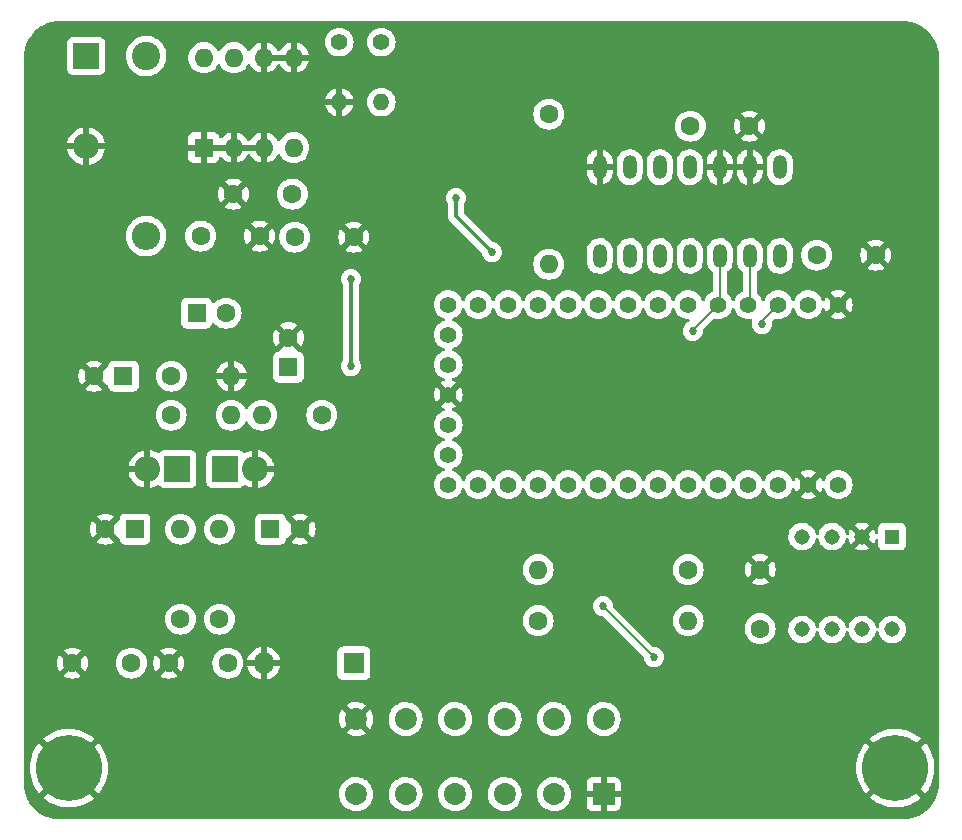
<source format=gbr>
%TF.GenerationSoftware,KiCad,Pcbnew,6.0.4-6f826c9f35~116~ubuntu20.04.1*%
%TF.CreationDate,2022-05-07T21:53:41-05:00*%
%TF.ProjectId,Circuit,43697263-7569-4742-9e6b-696361645f70,rev?*%
%TF.SameCoordinates,Original*%
%TF.FileFunction,Copper,L2,Bot*%
%TF.FilePolarity,Positive*%
%FSLAX46Y46*%
G04 Gerber Fmt 4.6, Leading zero omitted, Abs format (unit mm)*
G04 Created by KiCad (PCBNEW 6.0.4-6f826c9f35~116~ubuntu20.04.1) date 2022-05-07 21:53:41*
%MOMM*%
%LPD*%
G01*
G04 APERTURE LIST*
%TA.AperFunction,ComponentPad*%
%ADD10R,2.200000X2.200000*%
%TD*%
%TA.AperFunction,ComponentPad*%
%ADD11O,2.200000X2.200000*%
%TD*%
%TA.AperFunction,ComponentPad*%
%ADD12C,1.600000*%
%TD*%
%TA.AperFunction,ComponentPad*%
%ADD13O,1.600000X1.600000*%
%TD*%
%TA.AperFunction,ComponentPad*%
%ADD14R,1.600000X1.600000*%
%TD*%
%TA.AperFunction,ComponentPad*%
%ADD15R,1.860000X1.860000*%
%TD*%
%TA.AperFunction,ComponentPad*%
%ADD16C,1.860000*%
%TD*%
%TA.AperFunction,ComponentPad*%
%ADD17R,1.308000X1.308000*%
%TD*%
%TA.AperFunction,ComponentPad*%
%ADD18C,1.308000*%
%TD*%
%TA.AperFunction,ComponentPad*%
%ADD19C,2.400000*%
%TD*%
%TA.AperFunction,ComponentPad*%
%ADD20O,2.400000X2.400000*%
%TD*%
%TA.AperFunction,ComponentPad*%
%ADD21C,1.400000*%
%TD*%
%TA.AperFunction,ComponentPad*%
%ADD22O,1.400000X1.400000*%
%TD*%
%TA.AperFunction,ComponentPad*%
%ADD23O,1.200000X2.000000*%
%TD*%
%TA.AperFunction,ComponentPad*%
%ADD24R,1.800000X1.800000*%
%TD*%
%TA.AperFunction,ComponentPad*%
%ADD25O,1.800000X1.800000*%
%TD*%
%TA.AperFunction,ComponentPad*%
%ADD26C,1.404000*%
%TD*%
%TA.AperFunction,ComponentPad*%
%ADD27C,5.600000*%
%TD*%
%TA.AperFunction,ViaPad*%
%ADD28C,0.685800*%
%TD*%
%TA.AperFunction,Conductor*%
%ADD29C,0.152400*%
%TD*%
%TA.AperFunction,Conductor*%
%ADD30C,0.300000*%
%TD*%
G04 APERTURE END LIST*
D10*
%TO.P,D1,1,K*%
%TO.N,ccd_f+*%
X65587975Y-104988515D03*
D11*
%TO.P,D1,2,A*%
%TO.N,GND*%
X63047975Y-104988515D03*
%TD*%
D12*
%TO.P,R7,1*%
%TO.N,ccd_f+*%
X65079975Y-97114515D03*
D13*
%TO.P,R7,2*%
%TO.N,GND*%
X70159975Y-97114515D03*
%TD*%
D12*
%TO.P,C11,1*%
%TO.N,+5V*%
X67550000Y-85258000D03*
%TO.P,C11,2*%
%TO.N,GND*%
X72550000Y-85258000D03*
%TD*%
D14*
%TO.P,C13,1*%
%TO.N,ccd_f+*%
X61991975Y-110068515D03*
D12*
%TO.P,C13,2*%
%TO.N,GND*%
X59491975Y-110068515D03*
%TD*%
D14*
%TO.P,C5,1*%
%TO.N,ccd_f+*%
X67199595Y-91780515D03*
D12*
%TO.P,C5,2*%
%TO.N,ccd_f-*%
X69699595Y-91780515D03*
%TD*%
%TO.P,R3,1*%
%TO.N,+5V*%
X97028000Y-74930000D03*
D13*
%TO.P,R3,2*%
%TO.N,idle*%
X97028000Y-87630000D03*
%TD*%
D12*
%TO.P,R5,1*%
%TO.N,+5V*%
X77808975Y-100416515D03*
D13*
%TO.P,R5,2*%
%TO.N,ccd_f-*%
X72728975Y-100416515D03*
%TD*%
D15*
%TO.P,J1,1,1*%
%TO.N,GND*%
X101661000Y-132495000D03*
D16*
%TO.P,J1,2,2*%
%TO.N,IO{slash}1*%
X97471000Y-132495000D03*
%TO.P,J1,3,3*%
%TO.N,IO{slash}2*%
X93281000Y-132495000D03*
%TO.P,J1,4,4*%
%TO.N,IO{slash}3*%
X89091000Y-132495000D03*
%TO.P,J1,5,5*%
%TO.N,unconnected-(J1-Pad5)*%
X84901000Y-132495000D03*
%TO.P,J1,6,6*%
%TO.N,+12V*%
X80711000Y-132495000D03*
%TO.P,J1,7,7*%
%TO.N,GND*%
X80711000Y-126145000D03*
%TO.P,J1,8,8*%
%TO.N,ccd+*%
X84901000Y-126145000D03*
%TO.P,J1,9,9*%
%TO.N,ccd-*%
X89091000Y-126145000D03*
%TO.P,J1,10,10*%
%TO.N,unconnected-(J1-Pad10)*%
X93281000Y-126145000D03*
%TO.P,J1,11,11*%
%TO.N,can+*%
X97471000Y-126145000D03*
%TO.P,J1,12,12*%
%TO.N,can-*%
X101661000Y-126145000D03*
%TD*%
D12*
%TO.P,C10,1*%
%TO.N,+5V*%
X75312000Y-81702000D03*
%TO.P,C10,2*%
%TO.N,GND*%
X70312000Y-81702000D03*
%TD*%
D17*
%TO.P,U1,1,TXD*%
%TO.N,can_tx*%
X126092059Y-110694258D03*
D18*
%TO.P,U1,2,VSS*%
%TO.N,GND*%
X123552059Y-110694258D03*
%TO.P,U1,3,VDD*%
%TO.N,+5V*%
X121012059Y-110694258D03*
%TO.P,U1,4,RXD*%
%TO.N,can_rx*%
X118472059Y-110694258D03*
%TO.P,U1,5,SPLIT*%
%TO.N,/split*%
X118472059Y-118564258D03*
%TO.P,U1,6,CANL*%
%TO.N,can-*%
X121012059Y-118564258D03*
%TO.P,U1,7,CANH*%
%TO.N,can+*%
X123552059Y-118564258D03*
%TO.P,U1,8,STBY*%
%TO.N,unconnected-(U1-Pad8)*%
X126092059Y-118564258D03*
%TD*%
D19*
%TO.P,L1,1,1*%
%TO.N,Net-(D4-Pad1)*%
X62938000Y-70018000D03*
D20*
%TO.P,L1,2,2*%
%TO.N,+5V*%
X62938000Y-85258000D03*
%TD*%
D12*
%TO.P,R10,1*%
%TO.N,ccd-*%
X69143975Y-117688515D03*
D13*
%TO.P,R10,2*%
%TO.N,ccd_f-*%
X69143975Y-110068515D03*
%TD*%
D12*
%TO.P,C3,1*%
%TO.N,+5V*%
X109006000Y-75946000D03*
%TO.P,C3,2*%
%TO.N,GND*%
X114006000Y-75946000D03*
%TD*%
D21*
%TO.P,R9,1*%
%TO.N,12V_MEASURE*%
X82844000Y-68834000D03*
D22*
%TO.P,R9,2*%
%TO.N,+12V*%
X82844000Y-73914000D03*
%TD*%
D14*
%TO.P,C12,1*%
%TO.N,ccd_f-*%
X73461975Y-110068515D03*
D12*
%TO.P,C12,2*%
%TO.N,GND*%
X75961975Y-110068515D03*
%TD*%
D23*
%TO.P,U2,1,CLK*%
%TO.N,CCD_CLOCK*%
X116586000Y-79423000D03*
%TO.P,U2,2,Clk_Mode_A*%
%TO.N,GND*%
X114046000Y-79423000D03*
%TO.P,U2,3,Clk_Mode_B*%
X111506000Y-79423000D03*
%TO.P,U2,4,Mode*%
%TO.N,+5V*%
X108966000Y-79423000D03*
%TO.P,U2,5,Bus+*%
%TO.N,ccd_f+*%
X106426000Y-79423000D03*
%TO.P,U2,6,Bus-*%
%TO.N,ccd_f-*%
X103886000Y-79423000D03*
%TO.P,U2,7,Vss*%
%TO.N,GND*%
X101346000Y-79423000D03*
%TO.P,U2,8,Tx*%
%TO.N,txd*%
X101346000Y-86943000D03*
%TO.P,U2,9,Rx*%
%TO.N,rxd*%
X103886000Y-86943000D03*
%TO.P,U2,10,SCK*%
%TO.N,unconnected-(U2-Pad10)*%
X106426000Y-86943000D03*
%TO.P,U2,11,CS*%
%TO.N,+5V*%
X108966000Y-86943000D03*
%TO.P,U2,12,IDLE*%
%TO.N,idle*%
X111506000Y-86943000D03*
%TO.P,U2,13,CONTROL*%
%TO.N,ctrl*%
X114046000Y-86943000D03*
%TO.P,U2,14,Vdd*%
%TO.N,+5V*%
X116586000Y-86943000D03*
%TD*%
D10*
%TO.P,D4,1,K*%
%TO.N,Net-(D4-Pad1)*%
X57858000Y-70018000D03*
D11*
%TO.P,D4,2,A*%
%TO.N,GND*%
X57858000Y-77638000D03*
%TD*%
D12*
%TO.P,C9,1*%
%TO.N,+12V*%
X69850000Y-121412000D03*
%TO.P,C9,2*%
%TO.N,GND*%
X64850000Y-121412000D03*
%TD*%
%TO.P,C8,1*%
%TO.N,+12V*%
X61682000Y-121412000D03*
%TO.P,C8,2*%
%TO.N,GND*%
X56682000Y-121412000D03*
%TD*%
D24*
%TO.P,D3,1,A1*%
%TO.N,+12V*%
X80518000Y-121412000D03*
D25*
%TO.P,D3,2,A2*%
%TO.N,GND*%
X72898000Y-121412000D03*
%TD*%
D10*
%TO.P,D2,1,K*%
%TO.N,ccd_f-*%
X69651975Y-104988515D03*
D11*
%TO.P,D2,2,A*%
%TO.N,GND*%
X72191975Y-104988515D03*
%TD*%
D21*
%TO.P,R8,1*%
%TO.N,12V_MEASURE*%
X79288000Y-68834000D03*
D22*
%TO.P,R8,2*%
%TO.N,GND*%
X79288000Y-73914000D03*
%TD*%
D12*
%TO.P,R6,1*%
%TO.N,ccd_f+*%
X65050975Y-100416515D03*
D13*
%TO.P,R6,2*%
%TO.N,ccd_f-*%
X70130975Y-100416515D03*
%TD*%
D12*
%TO.P,R2,1*%
%TO.N,ccd+*%
X65841975Y-117688515D03*
D13*
%TO.P,R2,2*%
%TO.N,ccd_f+*%
X65841975Y-110068515D03*
%TD*%
D12*
%TO.P,C2,1*%
%TO.N,GND*%
X114916059Y-113488258D03*
%TO.P,C2,2*%
%TO.N,/split*%
X114916059Y-118488258D03*
%TD*%
D26*
%TO.P,U4,1,GND*%
%TO.N,GND*%
X121539000Y-91057000D03*
%TO.P,U4,2,0_RX1_CRX2_CS1*%
%TO.N,rxd*%
X118999000Y-91057000D03*
%TO.P,U4,3,1_TX1_CTX2_MISO1*%
%TO.N,txd*%
X116459000Y-91057000D03*
%TO.P,U4,4,2_OUT2*%
%TO.N,ctrl*%
X113919000Y-91057000D03*
%TO.P,U4,5,3_LRCLK2*%
%TO.N,idle*%
X111379000Y-91057000D03*
%TO.P,U4,6,4_BCLK2*%
%TO.N,CCD_CLOCK*%
X108839000Y-91057000D03*
%TO.P,U4,7,5_IN2*%
%TO.N,unconnected-(U4-Pad7)*%
X106299000Y-91057000D03*
%TO.P,U4,8,6_OUT1D*%
%TO.N,unconnected-(U4-Pad8)*%
X103759000Y-91057000D03*
%TO.P,U4,9,7_RX2_OUT1A*%
%TO.N,unconnected-(U4-Pad9)*%
X101219000Y-91057000D03*
%TO.P,U4,10,8_TX2_IN1*%
%TO.N,unconnected-(U4-Pad10)*%
X98679000Y-91057000D03*
%TO.P,U4,11,9_OUT1C*%
%TO.N,Net-(D8-Pad2)*%
X96139000Y-91057000D03*
%TO.P,U4,12,10_CS_MQSR*%
%TO.N,Net-(D7-Pad2)*%
X93599000Y-91057000D03*
%TO.P,U4,13,11_MOSI_CTX1*%
%TO.N,Net-(D6-Pad2)*%
X91059000Y-91057000D03*
%TO.P,U4,14,12_MISO_MQSL*%
%TO.N,Net-(D5-Pad2)*%
X88519000Y-91057000D03*
%TO.P,U4,15,VBAT*%
%TO.N,unconnected-(U4-Pad15)*%
X88519000Y-93597000D03*
%TO.P,U4,16,3V3*%
%TO.N,unconnected-(U4-Pad16)*%
X88519000Y-96137000D03*
%TO.P,U4,17,GND*%
%TO.N,GND*%
X88519000Y-98677000D03*
%TO.P,U4,18,PROGRAM*%
%TO.N,unconnected-(U4-Pad18)*%
X88519000Y-101217000D03*
%TO.P,U4,19,ON_OFF*%
%TO.N,unconnected-(U4-Pad19)*%
X88519000Y-103757000D03*
%TO.P,U4,20,13_SCK_CRX1_LED*%
%TO.N,unconnected-(U4-Pad20)*%
X88519000Y-106297000D03*
%TO.P,U4,21,14_A0_TX3_SPDIF_OUT*%
%TO.N,12V_MEASURE*%
X91059000Y-106297000D03*
%TO.P,U4,22,15_A1_RX3_SPDIF_IN*%
%TO.N,IO{slash}3*%
X93599000Y-106297000D03*
%TO.P,U4,23,16_A2_RX4_SCL1*%
%TO.N,IO{slash}2*%
X96139000Y-106297000D03*
%TO.P,U4,24,17_A3_TX4_SDA1*%
%TO.N,IO{slash}1*%
X98679000Y-106297000D03*
%TO.P,U4,25,18_A4_SDA0*%
%TO.N,unconnected-(U4-Pad25)*%
X101219000Y-106297000D03*
%TO.P,U4,26,19_A5_SCL0*%
%TO.N,unconnected-(U4-Pad26)*%
X103759000Y-106297000D03*
%TO.P,U4,27,20_A6_TX5_LRCLK1*%
%TO.N,unconnected-(U4-Pad27)*%
X106299000Y-106297000D03*
%TO.P,U4,28,21_A7_RX5_BCLK1*%
%TO.N,unconnected-(U4-Pad28)*%
X108839000Y-106297000D03*
%TO.P,U4,29,22_A8_CTX1*%
%TO.N,can_tx*%
X111379000Y-106297000D03*
%TO.P,U4,30,23_A9_CRX1_MCLK1*%
%TO.N,can_rx*%
X113919000Y-106297000D03*
%TO.P,U4,31,3V3*%
%TO.N,unconnected-(U4-Pad31)*%
X116459000Y-106297000D03*
%TO.P,U4,32,GND*%
%TO.N,GND*%
X118999000Y-106297000D03*
%TO.P,U4,33,VIN*%
%TO.N,+5V*%
X121539000Y-106297000D03*
%TD*%
D27*
%TO.P,H2,1,1*%
%TO.N,GND*%
X56388000Y-130302000D03*
%TD*%
D12*
%TO.P,C4,1*%
%TO.N,+5V*%
X119714000Y-86868000D03*
%TO.P,C4,2*%
%TO.N,GND*%
X124714000Y-86868000D03*
%TD*%
D14*
%TO.P,C6,1*%
%TO.N,ccd_f+*%
X61015975Y-97114515D03*
D12*
%TO.P,C6,2*%
%TO.N,GND*%
X58515975Y-97114515D03*
%TD*%
%TO.P,C1,1*%
%TO.N,GND*%
X80518000Y-85344000D03*
%TO.P,C1,2*%
%TO.N,+5V*%
X75518000Y-85344000D03*
%TD*%
%TO.P,R4,1*%
%TO.N,/split*%
X96120059Y-117806258D03*
D13*
%TO.P,R4,2*%
%TO.N,can-*%
X108820059Y-117806258D03*
%TD*%
D14*
%TO.P,C7,1*%
%TO.N,ccd_f-*%
X74985975Y-96352515D03*
D12*
%TO.P,C7,2*%
%TO.N,GND*%
X74985975Y-93852515D03*
%TD*%
D27*
%TO.P,H1,1,1*%
%TO.N,GND*%
X126365000Y-130302000D03*
%TD*%
D14*
%TO.P,U3,1,NC*%
%TO.N,GND*%
X67812000Y-77772000D03*
D13*
%TO.P,U3,2,NC*%
X70352000Y-77772000D03*
%TO.P,U3,3,NC*%
X72892000Y-77772000D03*
%TO.P,U3,4,FB*%
%TO.N,+5V*%
X75432000Y-77772000D03*
%TO.P,U3,5,~{ON}/OFF*%
%TO.N,GND*%
X75432000Y-70152000D03*
%TO.P,U3,6,GND*%
X72892000Y-70152000D03*
%TO.P,U3,7,VIN*%
%TO.N,+12V*%
X70352000Y-70152000D03*
%TO.P,U3,8,OUT*%
%TO.N,Net-(D4-Pad1)*%
X67812000Y-70152000D03*
%TD*%
D12*
%TO.P,R1,1*%
%TO.N,can+*%
X108820059Y-113488258D03*
D13*
%TO.P,R1,2*%
%TO.N,/split*%
X96120059Y-113488258D03*
%TD*%
D28*
%TO.N,GND*%
X84582000Y-112649000D03*
%TO.N,/split*%
X101600000Y-116586000D03*
X105918000Y-120904000D03*
%TO.N,+5V*%
X80264000Y-88900000D03*
X80264000Y-96266000D03*
%TO.N,12V_MEASURE*%
X89154000Y-82042000D03*
X92202000Y-86614000D03*
%TO.N,txd*%
X115062000Y-92710000D03*
%TO.N,idle*%
X109220000Y-93288600D03*
%TD*%
D29*
%TO.N,/split*%
X105918000Y-120904000D02*
X101600000Y-116586000D01*
D30*
%TO.N,+5V*%
X80264000Y-96266000D02*
X80264000Y-88900000D01*
%TO.N,12V_MEASURE*%
X89154000Y-83566000D02*
X89154000Y-82042000D01*
X92202000Y-86614000D02*
X89154000Y-83566000D01*
D29*
%TO.N,txd*%
X115062000Y-92454000D02*
X116459000Y-91057000D01*
X115062000Y-92710000D02*
X115062000Y-92454000D01*
%TO.N,idle*%
X111379000Y-91057000D02*
X109220000Y-93216000D01*
X109220000Y-93216000D02*
X109220000Y-93288600D01*
X111506000Y-90930000D02*
X111379000Y-91057000D01*
X111506000Y-86943000D02*
X111506000Y-90930000D01*
%TO.N,ctrl*%
X114046000Y-90930000D02*
X113919000Y-91057000D01*
X114046000Y-86943000D02*
X114046000Y-90930000D01*
%TD*%
%TA.AperFunction,Conductor*%
%TO.N,GND*%
G36*
X127051526Y-67056198D02*
G01*
X127376832Y-67074466D01*
X127390864Y-67076047D01*
X127549728Y-67103040D01*
X127708587Y-67130031D01*
X127722362Y-67133175D01*
X127818228Y-67160793D01*
X128032047Y-67222394D01*
X128045368Y-67227055D01*
X128343118Y-67350387D01*
X128355841Y-67356514D01*
X128572131Y-67476053D01*
X128637906Y-67512406D01*
X128649870Y-67519924D01*
X128912694Y-67706409D01*
X128923740Y-67715218D01*
X129164043Y-67929965D01*
X129174035Y-67939957D01*
X129388782Y-68180260D01*
X129397591Y-68191306D01*
X129584076Y-68454130D01*
X129591594Y-68466094D01*
X129711952Y-68683864D01*
X129747484Y-68748155D01*
X129753613Y-68760882D01*
X129876945Y-69058632D01*
X129881606Y-69071953D01*
X129928920Y-69236181D01*
X129970825Y-69381638D01*
X129973969Y-69395413D01*
X129988154Y-69478900D01*
X130027092Y-69708067D01*
X130027952Y-69713131D01*
X130029534Y-69727168D01*
X130038798Y-69892135D01*
X130047802Y-70052474D01*
X130048000Y-70059539D01*
X130048000Y-131616461D01*
X130047802Y-131623526D01*
X130037411Y-131808568D01*
X130029534Y-131948828D01*
X130027953Y-131962864D01*
X130016403Y-132030840D01*
X129973969Y-132280587D01*
X129970825Y-132294362D01*
X129881606Y-132604047D01*
X129876945Y-132617368D01*
X129783962Y-132841849D01*
X129753615Y-132915114D01*
X129747486Y-132927841D01*
X129695772Y-133021411D01*
X129591594Y-133209906D01*
X129584076Y-133221870D01*
X129397591Y-133484694D01*
X129388782Y-133495740D01*
X129174035Y-133736043D01*
X129164043Y-133746035D01*
X128923740Y-133960782D01*
X128912694Y-133969591D01*
X128649870Y-134156076D01*
X128637906Y-134163594D01*
X128355841Y-134319486D01*
X128343118Y-134325613D01*
X128045368Y-134448945D01*
X128032047Y-134453606D01*
X127818228Y-134515207D01*
X127722362Y-134542825D01*
X127708587Y-134545969D01*
X127549728Y-134572961D01*
X127390864Y-134599953D01*
X127376832Y-134601534D01*
X127051526Y-134619802D01*
X127044461Y-134620000D01*
X55581539Y-134620000D01*
X55574474Y-134619802D01*
X55249168Y-134601534D01*
X55235136Y-134599953D01*
X55076272Y-134572961D01*
X54917413Y-134545969D01*
X54903638Y-134542825D01*
X54807772Y-134515207D01*
X54593953Y-134453606D01*
X54580632Y-134448945D01*
X54282882Y-134325613D01*
X54270159Y-134319486D01*
X53988094Y-134163594D01*
X53976130Y-134156076D01*
X53713306Y-133969591D01*
X53702260Y-133960782D01*
X53461957Y-133746035D01*
X53451965Y-133736043D01*
X53237218Y-133495740D01*
X53228409Y-133484694D01*
X53041924Y-133221870D01*
X53034406Y-133209906D01*
X52930228Y-133021411D01*
X52878514Y-132927841D01*
X52872385Y-132915114D01*
X52842038Y-132841849D01*
X52832317Y-132818381D01*
X54237160Y-132818381D01*
X54237237Y-132819470D01*
X54239698Y-132823206D01*
X54513632Y-133033404D01*
X54519262Y-133037259D01*
X54819591Y-133219862D01*
X54825593Y-133223080D01*
X55143897Y-133372184D01*
X55150202Y-133374732D01*
X55482743Y-133488587D01*
X55489313Y-133490446D01*
X55832183Y-133567714D01*
X55838912Y-133568853D01*
X56188143Y-133608643D01*
X56194933Y-133609046D01*
X56546419Y-133610886D01*
X56553220Y-133610554D01*
X56902853Y-133574423D01*
X56909581Y-133573357D01*
X57253274Y-133499676D01*
X57259822Y-133497897D01*
X57593549Y-133387527D01*
X57599891Y-133385041D01*
X57919718Y-133239288D01*
X57925777Y-133236121D01*
X58227995Y-133056676D01*
X58233659Y-133052884D01*
X58514732Y-132841849D01*
X58519958Y-132837464D01*
X58529613Y-132828428D01*
X58537682Y-132814750D01*
X58537654Y-132814024D01*
X58532512Y-132805723D01*
X58186523Y-132459734D01*
X79268001Y-132459734D01*
X79281617Y-132695887D01*
X79282754Y-132700933D01*
X79282755Y-132700939D01*
X79293963Y-132750671D01*
X79333621Y-132926644D01*
X79335563Y-132931426D01*
X79335564Y-132931430D01*
X79386421Y-133056676D01*
X79422615Y-133145810D01*
X79546209Y-133347498D01*
X79701085Y-133526291D01*
X79883083Y-133677389D01*
X80087314Y-133796732D01*
X80308296Y-133881117D01*
X80313362Y-133882148D01*
X80313363Y-133882148D01*
X80416561Y-133903143D01*
X80540092Y-133928276D01*
X80668921Y-133933000D01*
X80771314Y-133936755D01*
X80771318Y-133936755D01*
X80776478Y-133936944D01*
X80781598Y-133936288D01*
X80781600Y-133936288D01*
X81005979Y-133907545D01*
X81005982Y-133907544D01*
X81011106Y-133906888D01*
X81016056Y-133905403D01*
X81232728Y-133840398D01*
X81232729Y-133840397D01*
X81237674Y-133838914D01*
X81450098Y-133734848D01*
X81454301Y-133731850D01*
X81454306Y-133731847D01*
X81638469Y-133600485D01*
X81638471Y-133600483D01*
X81642673Y-133597486D01*
X81810227Y-133430516D01*
X81948261Y-133238421D01*
X81957434Y-133219862D01*
X82050773Y-133031004D01*
X82050774Y-133031002D01*
X82053067Y-133026362D01*
X82121831Y-132800033D01*
X82152707Y-132565511D01*
X82154430Y-132495000D01*
X82151531Y-132459734D01*
X83458001Y-132459734D01*
X83471617Y-132695887D01*
X83472754Y-132700933D01*
X83472755Y-132700939D01*
X83483963Y-132750671D01*
X83523621Y-132926644D01*
X83525563Y-132931426D01*
X83525564Y-132931430D01*
X83576421Y-133056676D01*
X83612615Y-133145810D01*
X83736209Y-133347498D01*
X83891085Y-133526291D01*
X84073083Y-133677389D01*
X84277314Y-133796732D01*
X84498296Y-133881117D01*
X84503362Y-133882148D01*
X84503363Y-133882148D01*
X84606561Y-133903143D01*
X84730092Y-133928276D01*
X84858921Y-133933000D01*
X84961314Y-133936755D01*
X84961318Y-133936755D01*
X84966478Y-133936944D01*
X84971598Y-133936288D01*
X84971600Y-133936288D01*
X85195979Y-133907545D01*
X85195982Y-133907544D01*
X85201106Y-133906888D01*
X85206056Y-133905403D01*
X85422728Y-133840398D01*
X85422729Y-133840397D01*
X85427674Y-133838914D01*
X85640098Y-133734848D01*
X85644301Y-133731850D01*
X85644306Y-133731847D01*
X85828469Y-133600485D01*
X85828471Y-133600483D01*
X85832673Y-133597486D01*
X86000227Y-133430516D01*
X86138261Y-133238421D01*
X86147434Y-133219862D01*
X86240773Y-133031004D01*
X86240774Y-133031002D01*
X86243067Y-133026362D01*
X86311831Y-132800033D01*
X86342707Y-132565511D01*
X86344430Y-132495000D01*
X86341531Y-132459734D01*
X87648001Y-132459734D01*
X87661617Y-132695887D01*
X87662754Y-132700933D01*
X87662755Y-132700939D01*
X87673963Y-132750671D01*
X87713621Y-132926644D01*
X87715563Y-132931426D01*
X87715564Y-132931430D01*
X87766421Y-133056676D01*
X87802615Y-133145810D01*
X87926209Y-133347498D01*
X88081085Y-133526291D01*
X88263083Y-133677389D01*
X88467314Y-133796732D01*
X88688296Y-133881117D01*
X88693362Y-133882148D01*
X88693363Y-133882148D01*
X88796561Y-133903143D01*
X88920092Y-133928276D01*
X89048921Y-133933000D01*
X89151314Y-133936755D01*
X89151318Y-133936755D01*
X89156478Y-133936944D01*
X89161598Y-133936288D01*
X89161600Y-133936288D01*
X89385979Y-133907545D01*
X89385982Y-133907544D01*
X89391106Y-133906888D01*
X89396056Y-133905403D01*
X89612728Y-133840398D01*
X89612729Y-133840397D01*
X89617674Y-133838914D01*
X89830098Y-133734848D01*
X89834301Y-133731850D01*
X89834306Y-133731847D01*
X90018469Y-133600485D01*
X90018471Y-133600483D01*
X90022673Y-133597486D01*
X90190227Y-133430516D01*
X90328261Y-133238421D01*
X90337434Y-133219862D01*
X90430773Y-133031004D01*
X90430774Y-133031002D01*
X90433067Y-133026362D01*
X90501831Y-132800033D01*
X90532707Y-132565511D01*
X90534430Y-132495000D01*
X90531531Y-132459734D01*
X91838001Y-132459734D01*
X91851617Y-132695887D01*
X91852754Y-132700933D01*
X91852755Y-132700939D01*
X91863963Y-132750671D01*
X91903621Y-132926644D01*
X91905563Y-132931426D01*
X91905564Y-132931430D01*
X91956421Y-133056676D01*
X91992615Y-133145810D01*
X92116209Y-133347498D01*
X92271085Y-133526291D01*
X92453083Y-133677389D01*
X92657314Y-133796732D01*
X92878296Y-133881117D01*
X92883362Y-133882148D01*
X92883363Y-133882148D01*
X92986561Y-133903143D01*
X93110092Y-133928276D01*
X93238921Y-133933000D01*
X93341314Y-133936755D01*
X93341318Y-133936755D01*
X93346478Y-133936944D01*
X93351598Y-133936288D01*
X93351600Y-133936288D01*
X93575979Y-133907545D01*
X93575982Y-133907544D01*
X93581106Y-133906888D01*
X93586056Y-133905403D01*
X93802728Y-133840398D01*
X93802729Y-133840397D01*
X93807674Y-133838914D01*
X94020098Y-133734848D01*
X94024301Y-133731850D01*
X94024306Y-133731847D01*
X94208469Y-133600485D01*
X94208471Y-133600483D01*
X94212673Y-133597486D01*
X94380227Y-133430516D01*
X94518261Y-133238421D01*
X94527434Y-133219862D01*
X94620773Y-133031004D01*
X94620774Y-133031002D01*
X94623067Y-133026362D01*
X94691831Y-132800033D01*
X94722707Y-132565511D01*
X94724430Y-132495000D01*
X94721531Y-132459734D01*
X96028001Y-132459734D01*
X96041617Y-132695887D01*
X96042754Y-132700933D01*
X96042755Y-132700939D01*
X96053963Y-132750671D01*
X96093621Y-132926644D01*
X96095563Y-132931426D01*
X96095564Y-132931430D01*
X96146421Y-133056676D01*
X96182615Y-133145810D01*
X96306209Y-133347498D01*
X96461085Y-133526291D01*
X96643083Y-133677389D01*
X96847314Y-133796732D01*
X97068296Y-133881117D01*
X97073362Y-133882148D01*
X97073363Y-133882148D01*
X97176561Y-133903143D01*
X97300092Y-133928276D01*
X97428921Y-133933000D01*
X97531314Y-133936755D01*
X97531318Y-133936755D01*
X97536478Y-133936944D01*
X97541598Y-133936288D01*
X97541600Y-133936288D01*
X97765979Y-133907545D01*
X97765982Y-133907544D01*
X97771106Y-133906888D01*
X97776056Y-133905403D01*
X97992728Y-133840398D01*
X97992729Y-133840397D01*
X97997674Y-133838914D01*
X98210098Y-133734848D01*
X98214301Y-133731850D01*
X98214306Y-133731847D01*
X98398469Y-133600485D01*
X98398471Y-133600483D01*
X98402673Y-133597486D01*
X98530937Y-133469669D01*
X100223001Y-133469669D01*
X100223371Y-133476490D01*
X100228895Y-133527352D01*
X100232521Y-133542604D01*
X100277676Y-133663054D01*
X100286214Y-133678649D01*
X100362715Y-133780724D01*
X100375276Y-133793285D01*
X100477351Y-133869786D01*
X100492946Y-133878324D01*
X100613394Y-133923478D01*
X100628649Y-133927105D01*
X100679514Y-133932631D01*
X100686328Y-133933000D01*
X101388885Y-133933000D01*
X101404124Y-133928525D01*
X101405329Y-133927135D01*
X101407000Y-133919452D01*
X101407000Y-133914884D01*
X101915000Y-133914884D01*
X101919475Y-133930123D01*
X101920865Y-133931328D01*
X101928548Y-133932999D01*
X102635669Y-133932999D01*
X102642490Y-133932629D01*
X102693352Y-133927105D01*
X102708604Y-133923479D01*
X102829054Y-133878324D01*
X102844649Y-133869786D01*
X102946724Y-133793285D01*
X102959285Y-133780724D01*
X103035786Y-133678649D01*
X103044324Y-133663054D01*
X103089478Y-133542606D01*
X103093105Y-133527351D01*
X103098631Y-133476486D01*
X103099000Y-133469672D01*
X103099000Y-132818381D01*
X124214160Y-132818381D01*
X124214237Y-132819470D01*
X124216698Y-132823206D01*
X124490632Y-133033404D01*
X124496262Y-133037259D01*
X124796591Y-133219862D01*
X124802593Y-133223080D01*
X125120897Y-133372184D01*
X125127202Y-133374732D01*
X125459743Y-133488587D01*
X125466313Y-133490446D01*
X125809183Y-133567714D01*
X125815912Y-133568853D01*
X126165143Y-133608643D01*
X126171933Y-133609046D01*
X126523419Y-133610886D01*
X126530220Y-133610554D01*
X126879853Y-133574423D01*
X126886581Y-133573357D01*
X127230274Y-133499676D01*
X127236822Y-133497897D01*
X127570549Y-133387527D01*
X127576891Y-133385041D01*
X127896718Y-133239288D01*
X127902777Y-133236121D01*
X128204995Y-133056676D01*
X128210659Y-133052884D01*
X128491732Y-132841849D01*
X128496958Y-132837464D01*
X128506613Y-132828428D01*
X128514682Y-132814750D01*
X128514654Y-132814024D01*
X128509512Y-132805723D01*
X126377810Y-130674020D01*
X126363869Y-130666408D01*
X126362034Y-130666539D01*
X126355420Y-130670790D01*
X124221774Y-132804437D01*
X124214160Y-132818381D01*
X103099000Y-132818381D01*
X103099000Y-132767115D01*
X103094525Y-132751876D01*
X103093135Y-132750671D01*
X103085452Y-132749000D01*
X101933115Y-132749000D01*
X101917876Y-132753475D01*
X101916671Y-132754865D01*
X101915000Y-132762548D01*
X101915000Y-133914884D01*
X101407000Y-133914884D01*
X101407000Y-132767115D01*
X101402525Y-132751876D01*
X101401135Y-132750671D01*
X101393452Y-132749000D01*
X100241116Y-132749000D01*
X100225877Y-132753475D01*
X100224672Y-132754865D01*
X100223001Y-132762548D01*
X100223001Y-133469669D01*
X98530937Y-133469669D01*
X98570227Y-133430516D01*
X98708261Y-133238421D01*
X98717434Y-133219862D01*
X98810773Y-133031004D01*
X98810774Y-133031002D01*
X98813067Y-133026362D01*
X98881831Y-132800033D01*
X98912707Y-132565511D01*
X98914430Y-132495000D01*
X98895048Y-132259250D01*
X98885914Y-132222885D01*
X100223000Y-132222885D01*
X100227475Y-132238124D01*
X100228865Y-132239329D01*
X100236548Y-132241000D01*
X101388885Y-132241000D01*
X101404124Y-132236525D01*
X101405329Y-132235135D01*
X101407000Y-132227452D01*
X101407000Y-132222885D01*
X101915000Y-132222885D01*
X101919475Y-132238124D01*
X101920865Y-132239329D01*
X101928548Y-132241000D01*
X103080884Y-132241000D01*
X103096123Y-132236525D01*
X103097328Y-132235135D01*
X103098999Y-132227452D01*
X103098999Y-131520331D01*
X103098629Y-131513510D01*
X103093105Y-131462648D01*
X103089479Y-131447396D01*
X103044324Y-131326946D01*
X103035786Y-131311351D01*
X102959285Y-131209276D01*
X102946724Y-131196715D01*
X102844649Y-131120214D01*
X102829054Y-131111676D01*
X102708606Y-131066522D01*
X102693351Y-131062895D01*
X102642486Y-131057369D01*
X102635672Y-131057000D01*
X101933115Y-131057000D01*
X101917876Y-131061475D01*
X101916671Y-131062865D01*
X101915000Y-131070548D01*
X101915000Y-132222885D01*
X101407000Y-132222885D01*
X101407000Y-131075116D01*
X101402525Y-131059877D01*
X101401135Y-131058672D01*
X101393452Y-131057001D01*
X100686331Y-131057001D01*
X100679510Y-131057371D01*
X100628648Y-131062895D01*
X100613396Y-131066521D01*
X100492946Y-131111676D01*
X100477351Y-131120214D01*
X100375276Y-131196715D01*
X100362715Y-131209276D01*
X100286214Y-131311351D01*
X100277676Y-131326946D01*
X100232522Y-131447394D01*
X100228895Y-131462649D01*
X100223369Y-131513514D01*
X100223000Y-131520328D01*
X100223000Y-132222885D01*
X98885914Y-132222885D01*
X98837422Y-132029832D01*
X98743100Y-131812906D01*
X98614615Y-131614298D01*
X98586030Y-131582883D01*
X98458895Y-131443164D01*
X98458893Y-131443163D01*
X98455417Y-131439342D01*
X98451366Y-131436143D01*
X98451362Y-131436139D01*
X98273836Y-131295937D01*
X98273831Y-131295933D01*
X98269782Y-131292736D01*
X98265266Y-131290243D01*
X98265263Y-131290241D01*
X98067219Y-131180915D01*
X98067215Y-131180913D01*
X98062695Y-131178418D01*
X98057826Y-131176694D01*
X98057822Y-131176692D01*
X97844593Y-131101184D01*
X97844589Y-131101183D01*
X97839718Y-131099458D01*
X97834625Y-131098551D01*
X97834622Y-131098550D01*
X97611928Y-131058882D01*
X97611922Y-131058881D01*
X97606839Y-131057976D01*
X97515887Y-131056865D01*
X97375480Y-131055149D01*
X97375478Y-131055149D01*
X97370311Y-131055086D01*
X97136488Y-131090866D01*
X96911648Y-131164355D01*
X96907060Y-131166743D01*
X96907056Y-131166745D01*
X96825355Y-131209276D01*
X96701830Y-131273579D01*
X96697697Y-131276682D01*
X96697694Y-131276684D01*
X96598887Y-131350871D01*
X96512669Y-131415606D01*
X96349244Y-131586620D01*
X96215945Y-131782029D01*
X96213769Y-131786718D01*
X96213765Y-131786724D01*
X96132004Y-131962864D01*
X96116351Y-131996586D01*
X96053137Y-132224528D01*
X96028001Y-132459734D01*
X94721531Y-132459734D01*
X94705048Y-132259250D01*
X94647422Y-132029832D01*
X94553100Y-131812906D01*
X94424615Y-131614298D01*
X94396030Y-131582883D01*
X94268895Y-131443164D01*
X94268893Y-131443163D01*
X94265417Y-131439342D01*
X94261366Y-131436143D01*
X94261362Y-131436139D01*
X94083836Y-131295937D01*
X94083831Y-131295933D01*
X94079782Y-131292736D01*
X94075266Y-131290243D01*
X94075263Y-131290241D01*
X93877219Y-131180915D01*
X93877215Y-131180913D01*
X93872695Y-131178418D01*
X93867826Y-131176694D01*
X93867822Y-131176692D01*
X93654593Y-131101184D01*
X93654589Y-131101183D01*
X93649718Y-131099458D01*
X93644625Y-131098551D01*
X93644622Y-131098550D01*
X93421928Y-131058882D01*
X93421922Y-131058881D01*
X93416839Y-131057976D01*
X93325887Y-131056865D01*
X93185480Y-131055149D01*
X93185478Y-131055149D01*
X93180311Y-131055086D01*
X92946488Y-131090866D01*
X92721648Y-131164355D01*
X92717060Y-131166743D01*
X92717056Y-131166745D01*
X92635355Y-131209276D01*
X92511830Y-131273579D01*
X92507697Y-131276682D01*
X92507694Y-131276684D01*
X92408887Y-131350871D01*
X92322669Y-131415606D01*
X92159244Y-131586620D01*
X92025945Y-131782029D01*
X92023769Y-131786718D01*
X92023765Y-131786724D01*
X91942004Y-131962864D01*
X91926351Y-131996586D01*
X91863137Y-132224528D01*
X91838001Y-132459734D01*
X90531531Y-132459734D01*
X90515048Y-132259250D01*
X90457422Y-132029832D01*
X90363100Y-131812906D01*
X90234615Y-131614298D01*
X90206030Y-131582883D01*
X90078895Y-131443164D01*
X90078893Y-131443163D01*
X90075417Y-131439342D01*
X90071366Y-131436143D01*
X90071362Y-131436139D01*
X89893836Y-131295937D01*
X89893831Y-131295933D01*
X89889782Y-131292736D01*
X89885266Y-131290243D01*
X89885263Y-131290241D01*
X89687219Y-131180915D01*
X89687215Y-131180913D01*
X89682695Y-131178418D01*
X89677826Y-131176694D01*
X89677822Y-131176692D01*
X89464593Y-131101184D01*
X89464589Y-131101183D01*
X89459718Y-131099458D01*
X89454625Y-131098551D01*
X89454622Y-131098550D01*
X89231928Y-131058882D01*
X89231922Y-131058881D01*
X89226839Y-131057976D01*
X89135887Y-131056865D01*
X88995480Y-131055149D01*
X88995478Y-131055149D01*
X88990311Y-131055086D01*
X88756488Y-131090866D01*
X88531648Y-131164355D01*
X88527060Y-131166743D01*
X88527056Y-131166745D01*
X88445355Y-131209276D01*
X88321830Y-131273579D01*
X88317697Y-131276682D01*
X88317694Y-131276684D01*
X88218887Y-131350871D01*
X88132669Y-131415606D01*
X87969244Y-131586620D01*
X87835945Y-131782029D01*
X87833769Y-131786718D01*
X87833765Y-131786724D01*
X87752004Y-131962864D01*
X87736351Y-131996586D01*
X87673137Y-132224528D01*
X87648001Y-132459734D01*
X86341531Y-132459734D01*
X86325048Y-132259250D01*
X86267422Y-132029832D01*
X86173100Y-131812906D01*
X86044615Y-131614298D01*
X86016030Y-131582883D01*
X85888895Y-131443164D01*
X85888893Y-131443163D01*
X85885417Y-131439342D01*
X85881366Y-131436143D01*
X85881362Y-131436139D01*
X85703836Y-131295937D01*
X85703831Y-131295933D01*
X85699782Y-131292736D01*
X85695266Y-131290243D01*
X85695263Y-131290241D01*
X85497219Y-131180915D01*
X85497215Y-131180913D01*
X85492695Y-131178418D01*
X85487826Y-131176694D01*
X85487822Y-131176692D01*
X85274593Y-131101184D01*
X85274589Y-131101183D01*
X85269718Y-131099458D01*
X85264625Y-131098551D01*
X85264622Y-131098550D01*
X85041928Y-131058882D01*
X85041922Y-131058881D01*
X85036839Y-131057976D01*
X84945887Y-131056865D01*
X84805480Y-131055149D01*
X84805478Y-131055149D01*
X84800311Y-131055086D01*
X84566488Y-131090866D01*
X84341648Y-131164355D01*
X84337060Y-131166743D01*
X84337056Y-131166745D01*
X84255355Y-131209276D01*
X84131830Y-131273579D01*
X84127697Y-131276682D01*
X84127694Y-131276684D01*
X84028887Y-131350871D01*
X83942669Y-131415606D01*
X83779244Y-131586620D01*
X83645945Y-131782029D01*
X83643769Y-131786718D01*
X83643765Y-131786724D01*
X83562004Y-131962864D01*
X83546351Y-131996586D01*
X83483137Y-132224528D01*
X83458001Y-132459734D01*
X82151531Y-132459734D01*
X82135048Y-132259250D01*
X82077422Y-132029832D01*
X81983100Y-131812906D01*
X81854615Y-131614298D01*
X81826030Y-131582883D01*
X81698895Y-131443164D01*
X81698893Y-131443163D01*
X81695417Y-131439342D01*
X81691366Y-131436143D01*
X81691362Y-131436139D01*
X81513836Y-131295937D01*
X81513831Y-131295933D01*
X81509782Y-131292736D01*
X81505266Y-131290243D01*
X81505263Y-131290241D01*
X81307219Y-131180915D01*
X81307215Y-131180913D01*
X81302695Y-131178418D01*
X81297826Y-131176694D01*
X81297822Y-131176692D01*
X81084593Y-131101184D01*
X81084589Y-131101183D01*
X81079718Y-131099458D01*
X81074625Y-131098551D01*
X81074622Y-131098550D01*
X80851928Y-131058882D01*
X80851922Y-131058881D01*
X80846839Y-131057976D01*
X80755887Y-131056865D01*
X80615480Y-131055149D01*
X80615478Y-131055149D01*
X80610311Y-131055086D01*
X80376488Y-131090866D01*
X80151648Y-131164355D01*
X80147060Y-131166743D01*
X80147056Y-131166745D01*
X80065355Y-131209276D01*
X79941830Y-131273579D01*
X79937697Y-131276682D01*
X79937694Y-131276684D01*
X79838887Y-131350871D01*
X79752669Y-131415606D01*
X79589244Y-131586620D01*
X79455945Y-131782029D01*
X79453769Y-131786718D01*
X79453765Y-131786724D01*
X79372004Y-131962864D01*
X79356351Y-131996586D01*
X79293137Y-132224528D01*
X79268001Y-132459734D01*
X58186523Y-132459734D01*
X56400810Y-130674020D01*
X56386869Y-130666408D01*
X56385034Y-130666539D01*
X56378420Y-130670790D01*
X54244774Y-132804437D01*
X54237160Y-132818381D01*
X52832317Y-132818381D01*
X52749055Y-132617368D01*
X52744394Y-132604047D01*
X52655175Y-132294362D01*
X52652031Y-132280587D01*
X52609597Y-132030840D01*
X52598047Y-131962864D01*
X52596466Y-131948828D01*
X52588590Y-131808568D01*
X52578198Y-131623526D01*
X52578000Y-131616461D01*
X52578000Y-130293832D01*
X53075333Y-130293832D01*
X53093117Y-130644893D01*
X53093827Y-130651649D01*
X53149420Y-130998723D01*
X53150859Y-131005378D01*
X53243608Y-131344410D01*
X53245757Y-131350871D01*
X53374581Y-131677912D01*
X53377412Y-131684095D01*
X53540803Y-131995310D01*
X53544286Y-132001152D01*
X53740330Y-132292896D01*
X53744433Y-132298340D01*
X53864425Y-132440836D01*
X53877164Y-132449279D01*
X53887608Y-132443181D01*
X56015980Y-130314810D01*
X56022357Y-130303131D01*
X56752408Y-130303131D01*
X56752539Y-130304966D01*
X56756790Y-130311580D01*
X58887009Y-132441798D01*
X58900605Y-132449223D01*
X58910218Y-132442522D01*
X59010518Y-132325912D01*
X59014676Y-132320514D01*
X59213762Y-132030840D01*
X59217310Y-132025029D01*
X59383942Y-131715559D01*
X59386849Y-131709381D01*
X59519090Y-131383713D01*
X59521304Y-131377283D01*
X59617598Y-131039237D01*
X59619105Y-131032607D01*
X59678332Y-130686118D01*
X59679112Y-130679378D01*
X59700668Y-130326925D01*
X59700784Y-130323323D01*
X59700853Y-130303819D01*
X59700761Y-130300194D01*
X59700416Y-130293832D01*
X123052333Y-130293832D01*
X123070117Y-130644893D01*
X123070827Y-130651649D01*
X123126420Y-130998723D01*
X123127859Y-131005378D01*
X123220608Y-131344410D01*
X123222757Y-131350871D01*
X123351581Y-131677912D01*
X123354412Y-131684095D01*
X123517803Y-131995310D01*
X123521286Y-132001152D01*
X123717330Y-132292896D01*
X123721433Y-132298340D01*
X123841425Y-132440836D01*
X123854164Y-132449279D01*
X123864608Y-132443181D01*
X125992980Y-130314810D01*
X125999357Y-130303131D01*
X126729408Y-130303131D01*
X126729539Y-130304966D01*
X126733790Y-130311580D01*
X128864009Y-132441798D01*
X128877605Y-132449223D01*
X128887218Y-132442522D01*
X128987518Y-132325912D01*
X128991676Y-132320514D01*
X129190762Y-132030840D01*
X129194310Y-132025029D01*
X129360942Y-131715559D01*
X129363849Y-131709381D01*
X129496090Y-131383713D01*
X129498304Y-131377283D01*
X129594598Y-131039237D01*
X129596105Y-131032607D01*
X129655332Y-130686118D01*
X129656112Y-130679378D01*
X129677668Y-130326925D01*
X129677784Y-130323323D01*
X129677853Y-130303819D01*
X129677761Y-130300194D01*
X129658666Y-129947615D01*
X129657931Y-129940849D01*
X129601130Y-129593985D01*
X129599663Y-129587313D01*
X129505736Y-129248627D01*
X129503562Y-129242163D01*
X129373598Y-128915578D01*
X129370742Y-128909398D01*
X129206269Y-128598763D01*
X129202769Y-128592937D01*
X129005697Y-128301862D01*
X129001590Y-128296453D01*
X128888565Y-128163179D01*
X128875740Y-128154743D01*
X128865416Y-128160795D01*
X126737020Y-130289190D01*
X126729408Y-130303131D01*
X125999357Y-130303131D01*
X126000592Y-130300869D01*
X126000461Y-130299034D01*
X125996210Y-130292420D01*
X123865992Y-128162203D01*
X123852455Y-128154811D01*
X123842753Y-128161599D01*
X123735430Y-128287257D01*
X123731296Y-128292664D01*
X123533215Y-128583041D01*
X123529697Y-128588851D01*
X123364134Y-128898922D01*
X123361259Y-128905087D01*
X123230155Y-129231218D01*
X123227962Y-129237658D01*
X123132846Y-129576044D01*
X123131363Y-129582679D01*
X123073350Y-129929354D01*
X123072591Y-129936126D01*
X123052357Y-130287037D01*
X123052333Y-130293832D01*
X59700416Y-130293832D01*
X59681666Y-129947615D01*
X59680931Y-129940849D01*
X59624130Y-129593985D01*
X59622663Y-129587313D01*
X59528736Y-129248627D01*
X59526562Y-129242163D01*
X59396598Y-128915578D01*
X59393742Y-128909398D01*
X59229269Y-128598763D01*
X59225769Y-128592937D01*
X59028697Y-128301862D01*
X59024590Y-128296453D01*
X58911565Y-128163179D01*
X58898740Y-128154743D01*
X58888416Y-128160795D01*
X56760020Y-130289190D01*
X56752408Y-130303131D01*
X56022357Y-130303131D01*
X56023592Y-130300869D01*
X56023461Y-130299034D01*
X56019210Y-130292420D01*
X53888992Y-128162203D01*
X53875455Y-128154811D01*
X53865753Y-128161599D01*
X53758430Y-128287257D01*
X53754296Y-128292664D01*
X53556215Y-128583041D01*
X53552697Y-128588851D01*
X53387134Y-128898922D01*
X53384259Y-128905087D01*
X53253155Y-129231218D01*
X53250962Y-129237658D01*
X53155846Y-129576044D01*
X53154363Y-129582679D01*
X53096350Y-129929354D01*
X53095591Y-129936126D01*
X53075357Y-130287037D01*
X53075333Y-130293832D01*
X52578000Y-130293832D01*
X52578000Y-127788862D01*
X54237950Y-127788862D01*
X54237986Y-127789704D01*
X54243037Y-127797826D01*
X56375190Y-129929980D01*
X56389131Y-129937592D01*
X56390966Y-129937461D01*
X56397580Y-129933210D01*
X58530798Y-127799991D01*
X58536875Y-127788862D01*
X124214950Y-127788862D01*
X124214986Y-127789704D01*
X124220037Y-127797826D01*
X126352190Y-129929980D01*
X126366131Y-129937592D01*
X126367966Y-129937461D01*
X126374580Y-129933210D01*
X128507798Y-127799991D01*
X128515412Y-127786047D01*
X128515344Y-127785089D01*
X128510836Y-127778272D01*
X128509418Y-127777065D01*
X128229813Y-127564064D01*
X128224187Y-127560240D01*
X127923214Y-127378681D01*
X127917202Y-127375484D01*
X127598370Y-127227487D01*
X127592070Y-127224967D01*
X127259129Y-127112273D01*
X127252551Y-127110437D01*
X126909417Y-127034367D01*
X126902678Y-127033251D01*
X126553310Y-126994680D01*
X126546529Y-126994301D01*
X126195015Y-126993687D01*
X126188242Y-126994042D01*
X125838720Y-127031395D01*
X125832010Y-127032482D01*
X125488586Y-127107361D01*
X125482011Y-127109172D01*
X125148683Y-127220702D01*
X125142361Y-127223205D01*
X124823034Y-127370079D01*
X124816991Y-127373265D01*
X124515401Y-127553763D01*
X124509755Y-127557571D01*
X124229408Y-127769596D01*
X124224211Y-127773987D01*
X124222972Y-127775155D01*
X124214950Y-127788862D01*
X58536875Y-127788862D01*
X58538412Y-127786047D01*
X58538344Y-127785089D01*
X58533836Y-127778272D01*
X58532418Y-127777065D01*
X58252813Y-127564064D01*
X58247187Y-127560240D01*
X57946214Y-127378681D01*
X57940202Y-127375484D01*
X57838637Y-127328339D01*
X79892491Y-127328339D01*
X79897772Y-127335393D01*
X80083070Y-127443672D01*
X80092357Y-127448122D01*
X80303605Y-127528790D01*
X80313503Y-127531666D01*
X80535091Y-127576748D01*
X80545319Y-127577967D01*
X80771292Y-127586254D01*
X80781578Y-127585787D01*
X81005871Y-127557054D01*
X81015956Y-127554911D01*
X81232540Y-127489932D01*
X81242135Y-127486172D01*
X81445202Y-127386690D01*
X81454047Y-127381417D01*
X81517605Y-127336081D01*
X81526006Y-127325381D01*
X81519018Y-127312228D01*
X80723812Y-126517022D01*
X80709868Y-126509408D01*
X80708035Y-126509539D01*
X80701420Y-126513790D01*
X79899251Y-127315959D01*
X79892491Y-127328339D01*
X57838637Y-127328339D01*
X57621370Y-127227487D01*
X57615070Y-127224967D01*
X57282129Y-127112273D01*
X57275551Y-127110437D01*
X56932417Y-127034367D01*
X56925678Y-127033251D01*
X56576310Y-126994680D01*
X56569529Y-126994301D01*
X56218015Y-126993687D01*
X56211242Y-126994042D01*
X55861720Y-127031395D01*
X55855010Y-127032482D01*
X55511586Y-127107361D01*
X55505011Y-127109172D01*
X55171683Y-127220702D01*
X55165361Y-127223205D01*
X54846034Y-127370079D01*
X54839991Y-127373265D01*
X54538401Y-127553763D01*
X54532755Y-127557571D01*
X54252408Y-127769596D01*
X54247211Y-127773987D01*
X54245972Y-127775155D01*
X54237950Y-127788862D01*
X52578000Y-127788862D01*
X52578000Y-126114902D01*
X79268800Y-126114902D01*
X79281816Y-126340649D01*
X79283252Y-126350869D01*
X79332964Y-126571451D01*
X79336043Y-126581280D01*
X79421119Y-126790797D01*
X79425762Y-126799988D01*
X79519281Y-126952599D01*
X79529737Y-126962059D01*
X79538515Y-126958275D01*
X80338978Y-126157812D01*
X80345356Y-126146132D01*
X81075408Y-126146132D01*
X81075539Y-126147965D01*
X81079790Y-126154580D01*
X81878799Y-126953589D01*
X81890809Y-126960147D01*
X81902549Y-126951179D01*
X81944813Y-126892364D01*
X81950122Y-126883527D01*
X82050307Y-126680819D01*
X82054105Y-126671226D01*
X82119839Y-126454870D01*
X82122016Y-126444800D01*
X82151768Y-126218809D01*
X82152287Y-126212134D01*
X82153846Y-126148364D01*
X82153652Y-126141646D01*
X82151028Y-126109734D01*
X83458001Y-126109734D01*
X83458298Y-126114887D01*
X83458298Y-126114890D01*
X83460773Y-126157812D01*
X83471617Y-126345887D01*
X83472754Y-126350933D01*
X83472755Y-126350939D01*
X83493908Y-126444800D01*
X83523621Y-126576644D01*
X83525563Y-126581426D01*
X83525564Y-126581430D01*
X83562102Y-126671411D01*
X83612615Y-126795810D01*
X83615314Y-126800214D01*
X83709302Y-126953589D01*
X83736209Y-126997498D01*
X83891085Y-127176291D01*
X84073083Y-127327389D01*
X84277314Y-127446732D01*
X84498296Y-127531117D01*
X84503362Y-127532148D01*
X84503363Y-127532148D01*
X84606561Y-127553143D01*
X84730092Y-127578276D01*
X84863344Y-127583162D01*
X84961314Y-127586755D01*
X84961318Y-127586755D01*
X84966478Y-127586944D01*
X84971598Y-127586288D01*
X84971600Y-127586288D01*
X85195979Y-127557545D01*
X85195982Y-127557544D01*
X85201106Y-127556888D01*
X85211522Y-127553763D01*
X85422728Y-127490398D01*
X85422729Y-127490397D01*
X85427674Y-127488914D01*
X85640098Y-127384848D01*
X85644301Y-127381850D01*
X85644306Y-127381847D01*
X85828469Y-127250485D01*
X85828471Y-127250483D01*
X85832673Y-127247486D01*
X86000227Y-127080516D01*
X86138261Y-126888421D01*
X86181968Y-126799988D01*
X86240773Y-126681004D01*
X86240774Y-126681002D01*
X86243067Y-126676362D01*
X86311831Y-126450033D01*
X86342707Y-126215511D01*
X86344430Y-126145000D01*
X86341531Y-126109734D01*
X87648001Y-126109734D01*
X87648298Y-126114887D01*
X87648298Y-126114890D01*
X87650773Y-126157812D01*
X87661617Y-126345887D01*
X87662754Y-126350933D01*
X87662755Y-126350939D01*
X87683908Y-126444800D01*
X87713621Y-126576644D01*
X87715563Y-126581426D01*
X87715564Y-126581430D01*
X87752102Y-126671411D01*
X87802615Y-126795810D01*
X87805314Y-126800214D01*
X87899302Y-126953589D01*
X87926209Y-126997498D01*
X88081085Y-127176291D01*
X88263083Y-127327389D01*
X88467314Y-127446732D01*
X88688296Y-127531117D01*
X88693362Y-127532148D01*
X88693363Y-127532148D01*
X88796561Y-127553143D01*
X88920092Y-127578276D01*
X89053344Y-127583162D01*
X89151314Y-127586755D01*
X89151318Y-127586755D01*
X89156478Y-127586944D01*
X89161598Y-127586288D01*
X89161600Y-127586288D01*
X89385979Y-127557545D01*
X89385982Y-127557544D01*
X89391106Y-127556888D01*
X89401522Y-127553763D01*
X89612728Y-127490398D01*
X89612729Y-127490397D01*
X89617674Y-127488914D01*
X89830098Y-127384848D01*
X89834301Y-127381850D01*
X89834306Y-127381847D01*
X90018469Y-127250485D01*
X90018471Y-127250483D01*
X90022673Y-127247486D01*
X90190227Y-127080516D01*
X90328261Y-126888421D01*
X90371968Y-126799988D01*
X90430773Y-126681004D01*
X90430774Y-126681002D01*
X90433067Y-126676362D01*
X90501831Y-126450033D01*
X90532707Y-126215511D01*
X90534430Y-126145000D01*
X90531531Y-126109734D01*
X91838001Y-126109734D01*
X91838298Y-126114887D01*
X91838298Y-126114890D01*
X91840773Y-126157812D01*
X91851617Y-126345887D01*
X91852754Y-126350933D01*
X91852755Y-126350939D01*
X91873908Y-126444800D01*
X91903621Y-126576644D01*
X91905563Y-126581426D01*
X91905564Y-126581430D01*
X91942102Y-126671411D01*
X91992615Y-126795810D01*
X91995314Y-126800214D01*
X92089302Y-126953589D01*
X92116209Y-126997498D01*
X92271085Y-127176291D01*
X92453083Y-127327389D01*
X92657314Y-127446732D01*
X92878296Y-127531117D01*
X92883362Y-127532148D01*
X92883363Y-127532148D01*
X92986561Y-127553143D01*
X93110092Y-127578276D01*
X93243344Y-127583162D01*
X93341314Y-127586755D01*
X93341318Y-127586755D01*
X93346478Y-127586944D01*
X93351598Y-127586288D01*
X93351600Y-127586288D01*
X93575979Y-127557545D01*
X93575982Y-127557544D01*
X93581106Y-127556888D01*
X93591522Y-127553763D01*
X93802728Y-127490398D01*
X93802729Y-127490397D01*
X93807674Y-127488914D01*
X94020098Y-127384848D01*
X94024301Y-127381850D01*
X94024306Y-127381847D01*
X94208469Y-127250485D01*
X94208471Y-127250483D01*
X94212673Y-127247486D01*
X94380227Y-127080516D01*
X94518261Y-126888421D01*
X94561968Y-126799988D01*
X94620773Y-126681004D01*
X94620774Y-126681002D01*
X94623067Y-126676362D01*
X94691831Y-126450033D01*
X94722707Y-126215511D01*
X94724430Y-126145000D01*
X94721531Y-126109734D01*
X96028001Y-126109734D01*
X96028298Y-126114887D01*
X96028298Y-126114890D01*
X96030773Y-126157812D01*
X96041617Y-126345887D01*
X96042754Y-126350933D01*
X96042755Y-126350939D01*
X96063908Y-126444800D01*
X96093621Y-126576644D01*
X96095563Y-126581426D01*
X96095564Y-126581430D01*
X96132102Y-126671411D01*
X96182615Y-126795810D01*
X96185314Y-126800214D01*
X96279302Y-126953589D01*
X96306209Y-126997498D01*
X96461085Y-127176291D01*
X96643083Y-127327389D01*
X96847314Y-127446732D01*
X97068296Y-127531117D01*
X97073362Y-127532148D01*
X97073363Y-127532148D01*
X97176561Y-127553143D01*
X97300092Y-127578276D01*
X97433344Y-127583162D01*
X97531314Y-127586755D01*
X97531318Y-127586755D01*
X97536478Y-127586944D01*
X97541598Y-127586288D01*
X97541600Y-127586288D01*
X97765979Y-127557545D01*
X97765982Y-127557544D01*
X97771106Y-127556888D01*
X97781522Y-127553763D01*
X97992728Y-127490398D01*
X97992729Y-127490397D01*
X97997674Y-127488914D01*
X98210098Y-127384848D01*
X98214301Y-127381850D01*
X98214306Y-127381847D01*
X98398469Y-127250485D01*
X98398471Y-127250483D01*
X98402673Y-127247486D01*
X98570227Y-127080516D01*
X98708261Y-126888421D01*
X98751968Y-126799988D01*
X98810773Y-126681004D01*
X98810774Y-126681002D01*
X98813067Y-126676362D01*
X98881831Y-126450033D01*
X98912707Y-126215511D01*
X98914430Y-126145000D01*
X98911531Y-126109734D01*
X100218001Y-126109734D01*
X100218298Y-126114887D01*
X100218298Y-126114890D01*
X100220773Y-126157812D01*
X100231617Y-126345887D01*
X100232754Y-126350933D01*
X100232755Y-126350939D01*
X100253908Y-126444800D01*
X100283621Y-126576644D01*
X100285563Y-126581426D01*
X100285564Y-126581430D01*
X100322102Y-126671411D01*
X100372615Y-126795810D01*
X100375314Y-126800214D01*
X100469302Y-126953589D01*
X100496209Y-126997498D01*
X100651085Y-127176291D01*
X100833083Y-127327389D01*
X101037314Y-127446732D01*
X101258296Y-127531117D01*
X101263362Y-127532148D01*
X101263363Y-127532148D01*
X101366561Y-127553143D01*
X101490092Y-127578276D01*
X101623344Y-127583162D01*
X101721314Y-127586755D01*
X101721318Y-127586755D01*
X101726478Y-127586944D01*
X101731598Y-127586288D01*
X101731600Y-127586288D01*
X101955979Y-127557545D01*
X101955982Y-127557544D01*
X101961106Y-127556888D01*
X101971522Y-127553763D01*
X102182728Y-127490398D01*
X102182729Y-127490397D01*
X102187674Y-127488914D01*
X102400098Y-127384848D01*
X102404301Y-127381850D01*
X102404306Y-127381847D01*
X102588469Y-127250485D01*
X102588471Y-127250483D01*
X102592673Y-127247486D01*
X102760227Y-127080516D01*
X102898261Y-126888421D01*
X102941968Y-126799988D01*
X103000773Y-126681004D01*
X103000774Y-126681002D01*
X103003067Y-126676362D01*
X103071831Y-126450033D01*
X103102707Y-126215511D01*
X103104430Y-126145000D01*
X103085048Y-125909250D01*
X103027422Y-125679832D01*
X102972124Y-125552656D01*
X102935160Y-125467643D01*
X102935158Y-125467640D01*
X102933100Y-125462906D01*
X102804615Y-125264298D01*
X102776030Y-125232883D01*
X102648895Y-125093164D01*
X102648893Y-125093163D01*
X102645417Y-125089342D01*
X102641366Y-125086143D01*
X102641362Y-125086139D01*
X102463836Y-124945937D01*
X102463831Y-124945933D01*
X102459782Y-124942736D01*
X102455266Y-124940243D01*
X102455263Y-124940241D01*
X102257219Y-124830915D01*
X102257215Y-124830913D01*
X102252695Y-124828418D01*
X102247826Y-124826694D01*
X102247822Y-124826692D01*
X102034593Y-124751184D01*
X102034589Y-124751183D01*
X102029718Y-124749458D01*
X102024625Y-124748551D01*
X102024622Y-124748550D01*
X101801928Y-124708882D01*
X101801922Y-124708881D01*
X101796839Y-124707976D01*
X101705887Y-124706865D01*
X101565480Y-124705149D01*
X101565478Y-124705149D01*
X101560311Y-124705086D01*
X101326488Y-124740866D01*
X101101648Y-124814355D01*
X101097060Y-124816743D01*
X101097056Y-124816745D01*
X100896419Y-124921190D01*
X100891830Y-124923579D01*
X100887697Y-124926682D01*
X100887694Y-124926684D01*
X100837616Y-124964284D01*
X100702669Y-125065606D01*
X100539244Y-125236620D01*
X100405945Y-125432029D01*
X100403769Y-125436718D01*
X100403765Y-125436724D01*
X100389297Y-125467893D01*
X100306351Y-125646586D01*
X100243137Y-125874528D01*
X100218001Y-126109734D01*
X98911531Y-126109734D01*
X98895048Y-125909250D01*
X98837422Y-125679832D01*
X98782124Y-125552656D01*
X98745160Y-125467643D01*
X98745158Y-125467640D01*
X98743100Y-125462906D01*
X98614615Y-125264298D01*
X98586030Y-125232883D01*
X98458895Y-125093164D01*
X98458893Y-125093163D01*
X98455417Y-125089342D01*
X98451366Y-125086143D01*
X98451362Y-125086139D01*
X98273836Y-124945937D01*
X98273831Y-124945933D01*
X98269782Y-124942736D01*
X98265266Y-124940243D01*
X98265263Y-124940241D01*
X98067219Y-124830915D01*
X98067215Y-124830913D01*
X98062695Y-124828418D01*
X98057826Y-124826694D01*
X98057822Y-124826692D01*
X97844593Y-124751184D01*
X97844589Y-124751183D01*
X97839718Y-124749458D01*
X97834625Y-124748551D01*
X97834622Y-124748550D01*
X97611928Y-124708882D01*
X97611922Y-124708881D01*
X97606839Y-124707976D01*
X97515887Y-124706865D01*
X97375480Y-124705149D01*
X97375478Y-124705149D01*
X97370311Y-124705086D01*
X97136488Y-124740866D01*
X96911648Y-124814355D01*
X96907060Y-124816743D01*
X96907056Y-124816745D01*
X96706419Y-124921190D01*
X96701830Y-124923579D01*
X96697697Y-124926682D01*
X96697694Y-124926684D01*
X96647616Y-124964284D01*
X96512669Y-125065606D01*
X96349244Y-125236620D01*
X96215945Y-125432029D01*
X96213769Y-125436718D01*
X96213765Y-125436724D01*
X96199297Y-125467893D01*
X96116351Y-125646586D01*
X96053137Y-125874528D01*
X96028001Y-126109734D01*
X94721531Y-126109734D01*
X94705048Y-125909250D01*
X94647422Y-125679832D01*
X94592124Y-125552656D01*
X94555160Y-125467643D01*
X94555158Y-125467640D01*
X94553100Y-125462906D01*
X94424615Y-125264298D01*
X94396030Y-125232883D01*
X94268895Y-125093164D01*
X94268893Y-125093163D01*
X94265417Y-125089342D01*
X94261366Y-125086143D01*
X94261362Y-125086139D01*
X94083836Y-124945937D01*
X94083831Y-124945933D01*
X94079782Y-124942736D01*
X94075266Y-124940243D01*
X94075263Y-124940241D01*
X93877219Y-124830915D01*
X93877215Y-124830913D01*
X93872695Y-124828418D01*
X93867826Y-124826694D01*
X93867822Y-124826692D01*
X93654593Y-124751184D01*
X93654589Y-124751183D01*
X93649718Y-124749458D01*
X93644625Y-124748551D01*
X93644622Y-124748550D01*
X93421928Y-124708882D01*
X93421922Y-124708881D01*
X93416839Y-124707976D01*
X93325887Y-124706865D01*
X93185480Y-124705149D01*
X93185478Y-124705149D01*
X93180311Y-124705086D01*
X92946488Y-124740866D01*
X92721648Y-124814355D01*
X92717060Y-124816743D01*
X92717056Y-124816745D01*
X92516419Y-124921190D01*
X92511830Y-124923579D01*
X92507697Y-124926682D01*
X92507694Y-124926684D01*
X92457616Y-124964284D01*
X92322669Y-125065606D01*
X92159244Y-125236620D01*
X92025945Y-125432029D01*
X92023769Y-125436718D01*
X92023765Y-125436724D01*
X92009297Y-125467893D01*
X91926351Y-125646586D01*
X91863137Y-125874528D01*
X91838001Y-126109734D01*
X90531531Y-126109734D01*
X90515048Y-125909250D01*
X90457422Y-125679832D01*
X90402124Y-125552656D01*
X90365160Y-125467643D01*
X90365158Y-125467640D01*
X90363100Y-125462906D01*
X90234615Y-125264298D01*
X90206030Y-125232883D01*
X90078895Y-125093164D01*
X90078893Y-125093163D01*
X90075417Y-125089342D01*
X90071366Y-125086143D01*
X90071362Y-125086139D01*
X89893836Y-124945937D01*
X89893831Y-124945933D01*
X89889782Y-124942736D01*
X89885266Y-124940243D01*
X89885263Y-124940241D01*
X89687219Y-124830915D01*
X89687215Y-124830913D01*
X89682695Y-124828418D01*
X89677826Y-124826694D01*
X89677822Y-124826692D01*
X89464593Y-124751184D01*
X89464589Y-124751183D01*
X89459718Y-124749458D01*
X89454625Y-124748551D01*
X89454622Y-124748550D01*
X89231928Y-124708882D01*
X89231922Y-124708881D01*
X89226839Y-124707976D01*
X89135887Y-124706865D01*
X88995480Y-124705149D01*
X88995478Y-124705149D01*
X88990311Y-124705086D01*
X88756488Y-124740866D01*
X88531648Y-124814355D01*
X88527060Y-124816743D01*
X88527056Y-124816745D01*
X88326419Y-124921190D01*
X88321830Y-124923579D01*
X88317697Y-124926682D01*
X88317694Y-124926684D01*
X88267616Y-124964284D01*
X88132669Y-125065606D01*
X87969244Y-125236620D01*
X87835945Y-125432029D01*
X87833769Y-125436718D01*
X87833765Y-125436724D01*
X87819297Y-125467893D01*
X87736351Y-125646586D01*
X87673137Y-125874528D01*
X87648001Y-126109734D01*
X86341531Y-126109734D01*
X86325048Y-125909250D01*
X86267422Y-125679832D01*
X86212124Y-125552656D01*
X86175160Y-125467643D01*
X86175158Y-125467640D01*
X86173100Y-125462906D01*
X86044615Y-125264298D01*
X86016030Y-125232883D01*
X85888895Y-125093164D01*
X85888893Y-125093163D01*
X85885417Y-125089342D01*
X85881366Y-125086143D01*
X85881362Y-125086139D01*
X85703836Y-124945937D01*
X85703831Y-124945933D01*
X85699782Y-124942736D01*
X85695266Y-124940243D01*
X85695263Y-124940241D01*
X85497219Y-124830915D01*
X85497215Y-124830913D01*
X85492695Y-124828418D01*
X85487826Y-124826694D01*
X85487822Y-124826692D01*
X85274593Y-124751184D01*
X85274589Y-124751183D01*
X85269718Y-124749458D01*
X85264625Y-124748551D01*
X85264622Y-124748550D01*
X85041928Y-124708882D01*
X85041922Y-124708881D01*
X85036839Y-124707976D01*
X84945887Y-124706865D01*
X84805480Y-124705149D01*
X84805478Y-124705149D01*
X84800311Y-124705086D01*
X84566488Y-124740866D01*
X84341648Y-124814355D01*
X84337060Y-124816743D01*
X84337056Y-124816745D01*
X84136419Y-124921190D01*
X84131830Y-124923579D01*
X84127697Y-124926682D01*
X84127694Y-124926684D01*
X84077616Y-124964284D01*
X83942669Y-125065606D01*
X83779244Y-125236620D01*
X83645945Y-125432029D01*
X83643769Y-125436718D01*
X83643765Y-125436724D01*
X83629297Y-125467893D01*
X83546351Y-125646586D01*
X83483137Y-125874528D01*
X83458001Y-126109734D01*
X82151028Y-126109734D01*
X82134977Y-125914493D01*
X82133292Y-125904313D01*
X82078207Y-125685012D01*
X82074882Y-125675246D01*
X81984722Y-125467893D01*
X81979844Y-125458795D01*
X81901920Y-125338342D01*
X81891234Y-125329139D01*
X81881667Y-125333543D01*
X81083022Y-126132188D01*
X81075408Y-126146132D01*
X80345356Y-126146132D01*
X80346592Y-126143868D01*
X80346461Y-126142035D01*
X80342210Y-126135420D01*
X79543277Y-125336487D01*
X79531741Y-125330187D01*
X79519458Y-125339810D01*
X79459293Y-125428008D01*
X79454205Y-125436964D01*
X79359001Y-125642065D01*
X79355438Y-125651752D01*
X79295012Y-125869639D01*
X79293081Y-125879758D01*
X79269052Y-126104613D01*
X79268800Y-126114902D01*
X52578000Y-126114902D01*
X52578000Y-124964284D01*
X79895080Y-124964284D01*
X79901824Y-124976614D01*
X80698188Y-125772978D01*
X80712132Y-125780592D01*
X80713965Y-125780461D01*
X80720580Y-125776210D01*
X81521350Y-124975440D01*
X81528370Y-124962584D01*
X81520595Y-124951914D01*
X81513563Y-124946360D01*
X81504977Y-124940656D01*
X81307023Y-124831379D01*
X81297611Y-124827149D01*
X81084465Y-124751669D01*
X81074494Y-124749035D01*
X80851881Y-124709382D01*
X80841628Y-124708413D01*
X80615515Y-124705650D01*
X80605232Y-124706370D01*
X80381713Y-124740572D01*
X80371694Y-124742959D01*
X80156756Y-124813212D01*
X80147254Y-124817207D01*
X79946684Y-124921617D01*
X79937966Y-124927106D01*
X79903533Y-124952959D01*
X79895080Y-124964284D01*
X52578000Y-124964284D01*
X52578000Y-122498062D01*
X55960493Y-122498062D01*
X55969789Y-122510077D01*
X56020994Y-122545931D01*
X56030489Y-122551414D01*
X56227947Y-122643490D01*
X56238239Y-122647236D01*
X56448688Y-122703625D01*
X56459481Y-122705528D01*
X56676525Y-122724517D01*
X56687475Y-122724517D01*
X56904519Y-122705528D01*
X56915312Y-122703625D01*
X57125761Y-122647236D01*
X57136053Y-122643490D01*
X57333511Y-122551414D01*
X57343006Y-122545931D01*
X57395048Y-122509491D01*
X57403424Y-122499012D01*
X57396356Y-122485566D01*
X56694812Y-121784022D01*
X56680868Y-121776408D01*
X56679035Y-121776539D01*
X56672420Y-121780790D01*
X55966923Y-122486287D01*
X55960493Y-122498062D01*
X52578000Y-122498062D01*
X52578000Y-121417475D01*
X55369483Y-121417475D01*
X55388472Y-121634519D01*
X55390375Y-121645312D01*
X55446764Y-121855761D01*
X55450510Y-121866053D01*
X55542586Y-122063511D01*
X55548069Y-122073006D01*
X55584509Y-122125048D01*
X55594988Y-122133424D01*
X55608434Y-122126356D01*
X56309978Y-121424812D01*
X56316356Y-121413132D01*
X57046408Y-121413132D01*
X57046539Y-121414965D01*
X57050790Y-121421580D01*
X57756287Y-122127077D01*
X57768062Y-122133507D01*
X57780077Y-122124211D01*
X57815931Y-122073006D01*
X57821414Y-122063511D01*
X57913490Y-121866053D01*
X57917236Y-121855761D01*
X57973625Y-121645312D01*
X57975528Y-121634519D01*
X57994517Y-121417475D01*
X57994517Y-121412000D01*
X60368502Y-121412000D01*
X60388457Y-121640087D01*
X60447716Y-121861243D01*
X60450039Y-121866224D01*
X60450039Y-121866225D01*
X60542151Y-122063762D01*
X60542154Y-122063767D01*
X60544477Y-122068749D01*
X60675802Y-122256300D01*
X60837700Y-122418198D01*
X60842208Y-122421355D01*
X60842211Y-122421357D01*
X60854148Y-122429715D01*
X61025251Y-122549523D01*
X61030233Y-122551846D01*
X61030238Y-122551849D01*
X61181878Y-122622559D01*
X61232757Y-122646284D01*
X61238065Y-122647706D01*
X61238067Y-122647707D01*
X61448598Y-122704119D01*
X61448600Y-122704119D01*
X61453913Y-122705543D01*
X61682000Y-122725498D01*
X61910087Y-122705543D01*
X61915400Y-122704119D01*
X61915402Y-122704119D01*
X62125933Y-122647707D01*
X62125935Y-122647706D01*
X62131243Y-122646284D01*
X62182122Y-122622559D01*
X62333762Y-122551849D01*
X62333767Y-122551846D01*
X62338749Y-122549523D01*
X62412243Y-122498062D01*
X64128493Y-122498062D01*
X64137789Y-122510077D01*
X64188994Y-122545931D01*
X64198489Y-122551414D01*
X64395947Y-122643490D01*
X64406239Y-122647236D01*
X64616688Y-122703625D01*
X64627481Y-122705528D01*
X64844525Y-122724517D01*
X64855475Y-122724517D01*
X65072519Y-122705528D01*
X65083312Y-122703625D01*
X65293761Y-122647236D01*
X65304053Y-122643490D01*
X65501511Y-122551414D01*
X65511006Y-122545931D01*
X65563048Y-122509491D01*
X65571424Y-122499012D01*
X65564356Y-122485566D01*
X64862812Y-121784022D01*
X64848868Y-121776408D01*
X64847035Y-121776539D01*
X64840420Y-121780790D01*
X64134923Y-122486287D01*
X64128493Y-122498062D01*
X62412243Y-122498062D01*
X62509852Y-122429715D01*
X62521789Y-122421357D01*
X62521792Y-122421355D01*
X62526300Y-122418198D01*
X62688198Y-122256300D01*
X62819523Y-122068749D01*
X62821846Y-122063767D01*
X62821849Y-122063762D01*
X62913961Y-121866225D01*
X62913961Y-121866224D01*
X62916284Y-121861243D01*
X62975543Y-121640087D01*
X62995019Y-121417475D01*
X63537483Y-121417475D01*
X63556472Y-121634519D01*
X63558375Y-121645312D01*
X63614764Y-121855761D01*
X63618510Y-121866053D01*
X63710586Y-122063511D01*
X63716069Y-122073006D01*
X63752509Y-122125048D01*
X63762988Y-122133424D01*
X63776434Y-122126356D01*
X64477978Y-121424812D01*
X64484356Y-121413132D01*
X65214408Y-121413132D01*
X65214539Y-121414965D01*
X65218790Y-121421580D01*
X65924287Y-122127077D01*
X65936062Y-122133507D01*
X65948077Y-122124211D01*
X65983931Y-122073006D01*
X65989414Y-122063511D01*
X66081490Y-121866053D01*
X66085236Y-121855761D01*
X66141625Y-121645312D01*
X66143528Y-121634519D01*
X66162517Y-121417475D01*
X66162517Y-121412000D01*
X68536502Y-121412000D01*
X68556457Y-121640087D01*
X68615716Y-121861243D01*
X68618039Y-121866224D01*
X68618039Y-121866225D01*
X68710151Y-122063762D01*
X68710154Y-122063767D01*
X68712477Y-122068749D01*
X68843802Y-122256300D01*
X69005700Y-122418198D01*
X69010208Y-122421355D01*
X69010211Y-122421357D01*
X69022148Y-122429715D01*
X69193251Y-122549523D01*
X69198233Y-122551846D01*
X69198238Y-122551849D01*
X69349878Y-122622559D01*
X69400757Y-122646284D01*
X69406065Y-122647706D01*
X69406067Y-122647707D01*
X69616598Y-122704119D01*
X69616600Y-122704119D01*
X69621913Y-122705543D01*
X69850000Y-122725498D01*
X70078087Y-122705543D01*
X70083400Y-122704119D01*
X70083402Y-122704119D01*
X70293933Y-122647707D01*
X70293935Y-122647706D01*
X70299243Y-122646284D01*
X70350122Y-122622559D01*
X70501762Y-122551849D01*
X70501767Y-122551846D01*
X70506749Y-122549523D01*
X70677852Y-122429715D01*
X70689789Y-122421357D01*
X70689792Y-122421355D01*
X70694300Y-122418198D01*
X70856198Y-122256300D01*
X70987523Y-122068749D01*
X70989846Y-122063767D01*
X70989849Y-122063762D01*
X71081961Y-121866225D01*
X71081961Y-121866224D01*
X71084284Y-121861243D01*
X71132857Y-121679966D01*
X71515000Y-121679966D01*
X71548685Y-121829439D01*
X71551773Y-121839292D01*
X71634989Y-122044226D01*
X71639629Y-122053413D01*
X71755208Y-122242022D01*
X71761286Y-122250326D01*
X71906113Y-122417519D01*
X71913475Y-122424728D01*
X72083660Y-122566018D01*
X72092099Y-122571927D01*
X72283077Y-122683525D01*
X72292364Y-122687975D01*
X72499003Y-122766883D01*
X72508901Y-122769759D01*
X72626250Y-122793634D01*
X72640299Y-122792438D01*
X72644000Y-122782093D01*
X72644000Y-122780928D01*
X73152000Y-122780928D01*
X73156064Y-122794770D01*
X73169479Y-122796804D01*
X73186613Y-122794609D01*
X73196698Y-122792466D01*
X73408557Y-122728905D01*
X73418152Y-122725144D01*
X73616778Y-122627838D01*
X73625636Y-122622559D01*
X73805716Y-122494109D01*
X73813578Y-122487465D01*
X73941354Y-122360134D01*
X79109500Y-122360134D01*
X79116255Y-122422316D01*
X79167385Y-122558705D01*
X79254739Y-122675261D01*
X79371295Y-122762615D01*
X79507684Y-122813745D01*
X79569866Y-122820500D01*
X81466134Y-122820500D01*
X81528316Y-122813745D01*
X81664705Y-122762615D01*
X81781261Y-122675261D01*
X81868615Y-122558705D01*
X81919745Y-122422316D01*
X81926500Y-122360134D01*
X81926500Y-120463866D01*
X81919745Y-120401684D01*
X81868615Y-120265295D01*
X81781261Y-120148739D01*
X81664705Y-120061385D01*
X81528316Y-120010255D01*
X81466134Y-120003500D01*
X79569866Y-120003500D01*
X79507684Y-120010255D01*
X79371295Y-120061385D01*
X79254739Y-120148739D01*
X79167385Y-120265295D01*
X79116255Y-120401684D01*
X79109500Y-120463866D01*
X79109500Y-122360134D01*
X73941354Y-122360134D01*
X73970260Y-122331329D01*
X73976937Y-122323484D01*
X74106010Y-122143859D01*
X74111321Y-122135020D01*
X74209318Y-121936737D01*
X74213117Y-121927142D01*
X74277415Y-121715517D01*
X74279594Y-121705436D01*
X74282422Y-121683960D01*
X74280210Y-121669779D01*
X74267052Y-121666000D01*
X73170115Y-121666000D01*
X73154876Y-121670475D01*
X73153671Y-121671865D01*
X73152000Y-121679548D01*
X73152000Y-122780928D01*
X72644000Y-122780928D01*
X72644000Y-121684115D01*
X72639525Y-121668876D01*
X72638135Y-121667671D01*
X72630452Y-121666000D01*
X71529968Y-121666000D01*
X71516437Y-121669973D01*
X71515000Y-121679966D01*
X71132857Y-121679966D01*
X71143543Y-121640087D01*
X71163498Y-121412000D01*
X71143543Y-121183913D01*
X71133102Y-121144947D01*
X71132523Y-121142788D01*
X71511484Y-121142788D01*
X71513625Y-121154609D01*
X71526001Y-121158000D01*
X72625885Y-121158000D01*
X72641124Y-121153525D01*
X72642329Y-121152135D01*
X72644000Y-121144452D01*
X72644000Y-121139885D01*
X73152000Y-121139885D01*
X73156475Y-121155124D01*
X73157865Y-121156329D01*
X73165548Y-121158000D01*
X74267900Y-121158000D01*
X74281431Y-121154027D01*
X74282736Y-121144947D01*
X74236710Y-120961708D01*
X74233389Y-120951953D01*
X74145193Y-120749118D01*
X74140315Y-120740020D01*
X74020177Y-120554315D01*
X74013885Y-120546144D01*
X73865023Y-120382547D01*
X73857490Y-120375521D01*
X73683901Y-120238429D01*
X73675323Y-120232730D01*
X73481678Y-120125833D01*
X73472272Y-120121606D01*
X73263772Y-120047772D01*
X73253809Y-120045140D01*
X73169836Y-120030182D01*
X73156541Y-120031641D01*
X73152000Y-120046199D01*
X73152000Y-121139885D01*
X72644000Y-121139885D01*
X72644000Y-120044517D01*
X72640082Y-120031173D01*
X72625806Y-120029186D01*
X72575694Y-120036855D01*
X72565666Y-120039244D01*
X72355426Y-120107961D01*
X72345916Y-120111958D01*
X72149728Y-120214087D01*
X72141003Y-120219581D01*
X71964123Y-120352386D01*
X71956416Y-120359229D01*
X71803600Y-120519143D01*
X71797113Y-120527153D01*
X71672474Y-120709867D01*
X71667376Y-120718841D01*
X71574252Y-120919459D01*
X71570689Y-120929146D01*
X71511581Y-121142279D01*
X71511484Y-121142788D01*
X71132523Y-121142788D01*
X71085707Y-120968067D01*
X71085706Y-120968065D01*
X71084284Y-120962757D01*
X71059947Y-120910565D01*
X70989849Y-120760238D01*
X70989846Y-120760233D01*
X70987523Y-120755251D01*
X70856198Y-120567700D01*
X70694300Y-120405802D01*
X70689792Y-120402645D01*
X70689789Y-120402643D01*
X70563920Y-120314509D01*
X70506749Y-120274477D01*
X70501767Y-120272154D01*
X70501762Y-120272151D01*
X70304225Y-120180039D01*
X70304224Y-120180039D01*
X70299243Y-120177716D01*
X70293935Y-120176294D01*
X70293933Y-120176293D01*
X70083402Y-120119881D01*
X70083400Y-120119881D01*
X70078087Y-120118457D01*
X69850000Y-120098502D01*
X69621913Y-120118457D01*
X69616600Y-120119881D01*
X69616598Y-120119881D01*
X69406067Y-120176293D01*
X69406065Y-120176294D01*
X69400757Y-120177716D01*
X69395776Y-120180039D01*
X69395775Y-120180039D01*
X69198238Y-120272151D01*
X69198233Y-120272154D01*
X69193251Y-120274477D01*
X69136080Y-120314509D01*
X69010211Y-120402643D01*
X69010208Y-120402645D01*
X69005700Y-120405802D01*
X68843802Y-120567700D01*
X68712477Y-120755251D01*
X68710154Y-120760233D01*
X68710151Y-120760238D01*
X68640053Y-120910565D01*
X68615716Y-120962757D01*
X68614294Y-120968065D01*
X68614293Y-120968067D01*
X68566898Y-121144947D01*
X68556457Y-121183913D01*
X68536502Y-121412000D01*
X66162517Y-121412000D01*
X66162517Y-121406525D01*
X66143528Y-121189481D01*
X66141625Y-121178688D01*
X66085236Y-120968239D01*
X66081490Y-120957947D01*
X65989414Y-120760489D01*
X65983931Y-120750994D01*
X65947491Y-120698952D01*
X65937012Y-120690576D01*
X65923566Y-120697644D01*
X65222022Y-121399188D01*
X65214408Y-121413132D01*
X64484356Y-121413132D01*
X64485592Y-121410868D01*
X64485461Y-121409035D01*
X64481210Y-121402420D01*
X63775713Y-120696923D01*
X63763938Y-120690493D01*
X63751923Y-120699789D01*
X63716069Y-120750994D01*
X63710586Y-120760489D01*
X63618510Y-120957947D01*
X63614764Y-120968239D01*
X63558375Y-121178688D01*
X63556472Y-121189481D01*
X63537483Y-121406525D01*
X63537483Y-121417475D01*
X62995019Y-121417475D01*
X62995498Y-121412000D01*
X62975543Y-121183913D01*
X62965102Y-121144947D01*
X62917707Y-120968067D01*
X62917706Y-120968065D01*
X62916284Y-120962757D01*
X62891947Y-120910565D01*
X62821849Y-120760238D01*
X62821846Y-120760233D01*
X62819523Y-120755251D01*
X62688198Y-120567700D01*
X62526300Y-120405802D01*
X62521792Y-120402645D01*
X62521789Y-120402643D01*
X62410886Y-120324988D01*
X64128576Y-120324988D01*
X64135644Y-120338434D01*
X64837188Y-121039978D01*
X64851132Y-121047592D01*
X64852965Y-121047461D01*
X64859580Y-121043210D01*
X65565077Y-120337713D01*
X65571507Y-120325938D01*
X65562211Y-120313923D01*
X65511006Y-120278069D01*
X65501511Y-120272586D01*
X65304053Y-120180510D01*
X65293761Y-120176764D01*
X65083312Y-120120375D01*
X65072519Y-120118472D01*
X64855475Y-120099483D01*
X64844525Y-120099483D01*
X64627481Y-120118472D01*
X64616688Y-120120375D01*
X64406239Y-120176764D01*
X64395947Y-120180510D01*
X64198489Y-120272586D01*
X64188994Y-120278069D01*
X64136952Y-120314509D01*
X64128576Y-120324988D01*
X62410886Y-120324988D01*
X62395920Y-120314509D01*
X62338749Y-120274477D01*
X62333767Y-120272154D01*
X62333762Y-120272151D01*
X62136225Y-120180039D01*
X62136224Y-120180039D01*
X62131243Y-120177716D01*
X62125935Y-120176294D01*
X62125933Y-120176293D01*
X61915402Y-120119881D01*
X61915400Y-120119881D01*
X61910087Y-120118457D01*
X61682000Y-120098502D01*
X61453913Y-120118457D01*
X61448600Y-120119881D01*
X61448598Y-120119881D01*
X61238067Y-120176293D01*
X61238065Y-120176294D01*
X61232757Y-120177716D01*
X61227776Y-120180039D01*
X61227775Y-120180039D01*
X61030238Y-120272151D01*
X61030233Y-120272154D01*
X61025251Y-120274477D01*
X60968080Y-120314509D01*
X60842211Y-120402643D01*
X60842208Y-120402645D01*
X60837700Y-120405802D01*
X60675802Y-120567700D01*
X60544477Y-120755251D01*
X60542154Y-120760233D01*
X60542151Y-120760238D01*
X60472053Y-120910565D01*
X60447716Y-120962757D01*
X60446294Y-120968065D01*
X60446293Y-120968067D01*
X60398898Y-121144947D01*
X60388457Y-121183913D01*
X60368502Y-121412000D01*
X57994517Y-121412000D01*
X57994517Y-121406525D01*
X57975528Y-121189481D01*
X57973625Y-121178688D01*
X57917236Y-120968239D01*
X57913490Y-120957947D01*
X57821414Y-120760489D01*
X57815931Y-120750994D01*
X57779491Y-120698952D01*
X57769012Y-120690576D01*
X57755566Y-120697644D01*
X57054022Y-121399188D01*
X57046408Y-121413132D01*
X56316356Y-121413132D01*
X56317592Y-121410868D01*
X56317461Y-121409035D01*
X56313210Y-121402420D01*
X55607713Y-120696923D01*
X55595938Y-120690493D01*
X55583923Y-120699789D01*
X55548069Y-120750994D01*
X55542586Y-120760489D01*
X55450510Y-120957947D01*
X55446764Y-120968239D01*
X55390375Y-121178688D01*
X55388472Y-121189481D01*
X55369483Y-121406525D01*
X55369483Y-121417475D01*
X52578000Y-121417475D01*
X52578000Y-120324988D01*
X55960576Y-120324988D01*
X55967644Y-120338434D01*
X56669188Y-121039978D01*
X56683132Y-121047592D01*
X56684965Y-121047461D01*
X56691580Y-121043210D01*
X57397077Y-120337713D01*
X57403507Y-120325938D01*
X57394211Y-120313923D01*
X57343006Y-120278069D01*
X57333511Y-120272586D01*
X57136053Y-120180510D01*
X57125761Y-120176764D01*
X56915312Y-120120375D01*
X56904519Y-120118472D01*
X56687475Y-120099483D01*
X56676525Y-120099483D01*
X56459481Y-120118472D01*
X56448688Y-120120375D01*
X56238239Y-120176764D01*
X56227947Y-120180510D01*
X56030489Y-120272586D01*
X56020994Y-120278069D01*
X55968952Y-120314509D01*
X55960576Y-120324988D01*
X52578000Y-120324988D01*
X52578000Y-117688515D01*
X64528477Y-117688515D01*
X64548432Y-117916602D01*
X64549856Y-117921915D01*
X64549856Y-117921917D01*
X64582656Y-118044325D01*
X64607691Y-118137758D01*
X64610014Y-118142739D01*
X64610014Y-118142740D01*
X64702126Y-118340277D01*
X64702129Y-118340282D01*
X64704452Y-118345264D01*
X64835777Y-118532815D01*
X64997675Y-118694713D01*
X65002183Y-118697870D01*
X65002186Y-118697872D01*
X65072194Y-118746892D01*
X65185226Y-118826038D01*
X65190208Y-118828361D01*
X65190213Y-118828364D01*
X65387750Y-118920476D01*
X65392732Y-118922799D01*
X65398040Y-118924221D01*
X65398042Y-118924222D01*
X65608573Y-118980634D01*
X65608575Y-118980634D01*
X65613888Y-118982058D01*
X65841975Y-119002013D01*
X66070062Y-118982058D01*
X66075375Y-118980634D01*
X66075377Y-118980634D01*
X66285908Y-118924222D01*
X66285910Y-118924221D01*
X66291218Y-118922799D01*
X66296200Y-118920476D01*
X66493737Y-118828364D01*
X66493742Y-118828361D01*
X66498724Y-118826038D01*
X66611756Y-118746892D01*
X66681764Y-118697872D01*
X66681767Y-118697870D01*
X66686275Y-118694713D01*
X66848173Y-118532815D01*
X66979498Y-118345264D01*
X66981821Y-118340282D01*
X66981824Y-118340277D01*
X67073936Y-118142740D01*
X67073936Y-118142739D01*
X67076259Y-118137758D01*
X67101295Y-118044325D01*
X67134094Y-117921917D01*
X67134094Y-117921915D01*
X67135518Y-117916602D01*
X67155473Y-117688515D01*
X67830477Y-117688515D01*
X67850432Y-117916602D01*
X67851856Y-117921915D01*
X67851856Y-117921917D01*
X67884656Y-118044325D01*
X67909691Y-118137758D01*
X67912014Y-118142739D01*
X67912014Y-118142740D01*
X68004126Y-118340277D01*
X68004129Y-118340282D01*
X68006452Y-118345264D01*
X68137777Y-118532815D01*
X68299675Y-118694713D01*
X68304183Y-118697870D01*
X68304186Y-118697872D01*
X68374194Y-118746892D01*
X68487226Y-118826038D01*
X68492208Y-118828361D01*
X68492213Y-118828364D01*
X68689750Y-118920476D01*
X68694732Y-118922799D01*
X68700040Y-118924221D01*
X68700042Y-118924222D01*
X68910573Y-118980634D01*
X68910575Y-118980634D01*
X68915888Y-118982058D01*
X69143975Y-119002013D01*
X69372062Y-118982058D01*
X69377375Y-118980634D01*
X69377377Y-118980634D01*
X69587908Y-118924222D01*
X69587910Y-118924221D01*
X69593218Y-118922799D01*
X69598200Y-118920476D01*
X69795737Y-118828364D01*
X69795742Y-118828361D01*
X69800724Y-118826038D01*
X69913756Y-118746892D01*
X69983764Y-118697872D01*
X69983767Y-118697870D01*
X69988275Y-118694713D01*
X70150173Y-118532815D01*
X70281498Y-118345264D01*
X70283821Y-118340282D01*
X70283824Y-118340277D01*
X70375936Y-118142740D01*
X70375936Y-118142739D01*
X70378259Y-118137758D01*
X70403295Y-118044325D01*
X70436094Y-117921917D01*
X70436094Y-117921915D01*
X70437518Y-117916602D01*
X70447172Y-117806258D01*
X94806561Y-117806258D01*
X94826516Y-118034345D01*
X94827940Y-118039658D01*
X94827940Y-118039660D01*
X94856400Y-118145871D01*
X94885775Y-118255501D01*
X94888098Y-118260482D01*
X94888098Y-118260483D01*
X94980210Y-118458020D01*
X94980213Y-118458025D01*
X94982536Y-118463007D01*
X95113861Y-118650558D01*
X95275759Y-118812456D01*
X95280267Y-118815613D01*
X95280270Y-118815615D01*
X95358448Y-118870356D01*
X95463310Y-118943781D01*
X95468292Y-118946104D01*
X95468297Y-118946107D01*
X95665834Y-119038219D01*
X95670816Y-119040542D01*
X95676124Y-119041964D01*
X95676126Y-119041965D01*
X95886657Y-119098377D01*
X95886659Y-119098377D01*
X95891972Y-119099801D01*
X96120059Y-119119756D01*
X96348146Y-119099801D01*
X96353459Y-119098377D01*
X96353461Y-119098377D01*
X96563992Y-119041965D01*
X96563994Y-119041964D01*
X96569302Y-119040542D01*
X96574284Y-119038219D01*
X96771821Y-118946107D01*
X96771826Y-118946104D01*
X96776808Y-118943781D01*
X96881670Y-118870356D01*
X96959848Y-118815615D01*
X96959851Y-118815613D01*
X96964359Y-118812456D01*
X97126257Y-118650558D01*
X97257582Y-118463007D01*
X97259905Y-118458025D01*
X97259908Y-118458020D01*
X97352020Y-118260483D01*
X97352020Y-118260482D01*
X97354343Y-118255501D01*
X97383719Y-118145871D01*
X97412178Y-118039660D01*
X97412178Y-118039658D01*
X97413602Y-118034345D01*
X97433557Y-117806258D01*
X97413602Y-117578171D01*
X97412178Y-117572856D01*
X97355766Y-117362325D01*
X97355765Y-117362323D01*
X97354343Y-117357015D01*
X97297116Y-117234290D01*
X97259908Y-117154496D01*
X97259905Y-117154491D01*
X97257582Y-117149509D01*
X97126257Y-116961958D01*
X96964359Y-116800060D01*
X96959851Y-116796903D01*
X96959848Y-116796901D01*
X96881670Y-116742160D01*
X96776808Y-116668735D01*
X96771826Y-116666412D01*
X96771821Y-116666409D01*
X96599381Y-116586000D01*
X100743910Y-116586000D01*
X100744600Y-116592565D01*
X100754034Y-116682317D01*
X100762618Y-116763991D01*
X100817923Y-116934203D01*
X100907409Y-117089197D01*
X100911827Y-117094104D01*
X100911828Y-117094105D01*
X101022742Y-117217288D01*
X101027164Y-117222199D01*
X101032506Y-117226080D01*
X101032508Y-117226082D01*
X101166613Y-117323515D01*
X101171955Y-117327396D01*
X101177983Y-117330080D01*
X101177985Y-117330081D01*
X101250407Y-117362325D01*
X101335454Y-117400190D01*
X101422984Y-117418795D01*
X101504057Y-117436028D01*
X101504061Y-117436028D01*
X101510514Y-117437400D01*
X101572320Y-117437400D01*
X101640441Y-117457402D01*
X101661415Y-117474305D01*
X105026929Y-120839819D01*
X105060955Y-120902131D01*
X105063144Y-120915743D01*
X105080618Y-121081991D01*
X105082658Y-121088269D01*
X105082658Y-121088270D01*
X105103409Y-121152135D01*
X105135923Y-121252203D01*
X105225409Y-121407197D01*
X105229827Y-121412104D01*
X105229828Y-121412105D01*
X105340742Y-121535288D01*
X105345164Y-121540199D01*
X105489955Y-121645396D01*
X105495983Y-121648080D01*
X105495985Y-121648081D01*
X105647423Y-121715505D01*
X105653454Y-121718190D01*
X105740984Y-121736795D01*
X105822057Y-121754028D01*
X105822061Y-121754028D01*
X105828514Y-121755400D01*
X106007486Y-121755400D01*
X106013939Y-121754028D01*
X106013943Y-121754028D01*
X106095016Y-121736795D01*
X106182546Y-121718190D01*
X106188577Y-121715505D01*
X106340015Y-121648081D01*
X106340017Y-121648080D01*
X106346045Y-121645396D01*
X106490836Y-121540199D01*
X106495258Y-121535288D01*
X106606172Y-121412105D01*
X106606173Y-121412104D01*
X106610591Y-121407197D01*
X106700077Y-121252203D01*
X106732591Y-121152135D01*
X106753342Y-121088270D01*
X106753342Y-121088269D01*
X106755382Y-121081991D01*
X106774090Y-120904000D01*
X106755382Y-120726009D01*
X106745932Y-120696923D01*
X106705410Y-120572211D01*
X106700077Y-120555797D01*
X106610591Y-120400803D01*
X106490836Y-120267801D01*
X106477497Y-120258109D01*
X106351387Y-120166485D01*
X106351386Y-120166484D01*
X106346045Y-120162604D01*
X106340017Y-120159920D01*
X106340015Y-120159919D01*
X106188577Y-120092495D01*
X106188576Y-120092495D01*
X106182546Y-120089810D01*
X106074156Y-120066771D01*
X106013943Y-120053972D01*
X106013939Y-120053972D01*
X106007486Y-120052600D01*
X105945680Y-120052600D01*
X105877559Y-120032598D01*
X105856585Y-120015695D01*
X103647148Y-117806258D01*
X107506561Y-117806258D01*
X107526516Y-118034345D01*
X107527940Y-118039658D01*
X107527940Y-118039660D01*
X107556400Y-118145871D01*
X107585775Y-118255501D01*
X107588098Y-118260482D01*
X107588098Y-118260483D01*
X107680210Y-118458020D01*
X107680213Y-118458025D01*
X107682536Y-118463007D01*
X107813861Y-118650558D01*
X107975759Y-118812456D01*
X107980267Y-118815613D01*
X107980270Y-118815615D01*
X108058448Y-118870356D01*
X108163310Y-118943781D01*
X108168292Y-118946104D01*
X108168297Y-118946107D01*
X108365834Y-119038219D01*
X108370816Y-119040542D01*
X108376124Y-119041964D01*
X108376126Y-119041965D01*
X108586657Y-119098377D01*
X108586659Y-119098377D01*
X108591972Y-119099801D01*
X108820059Y-119119756D01*
X109048146Y-119099801D01*
X109053459Y-119098377D01*
X109053461Y-119098377D01*
X109263992Y-119041965D01*
X109263994Y-119041964D01*
X109269302Y-119040542D01*
X109274284Y-119038219D01*
X109471821Y-118946107D01*
X109471826Y-118946104D01*
X109476808Y-118943781D01*
X109581670Y-118870356D01*
X109659848Y-118815615D01*
X109659851Y-118815613D01*
X109664359Y-118812456D01*
X109826257Y-118650558D01*
X109939901Y-118488258D01*
X113602561Y-118488258D01*
X113622516Y-118716345D01*
X113623940Y-118721658D01*
X113623940Y-118721660D01*
X113677836Y-118922799D01*
X113681775Y-118937501D01*
X113684098Y-118942482D01*
X113684098Y-118942483D01*
X113776210Y-119140020D01*
X113776213Y-119140025D01*
X113778536Y-119145007D01*
X113781693Y-119149515D01*
X113905627Y-119326511D01*
X113909861Y-119332558D01*
X114071759Y-119494456D01*
X114076267Y-119497613D01*
X114076270Y-119497615D01*
X114112121Y-119522718D01*
X114259310Y-119625781D01*
X114264292Y-119628104D01*
X114264297Y-119628107D01*
X114461834Y-119720219D01*
X114466816Y-119722542D01*
X114472124Y-119723964D01*
X114472126Y-119723965D01*
X114682657Y-119780377D01*
X114682659Y-119780377D01*
X114687972Y-119781801D01*
X114916059Y-119801756D01*
X115144146Y-119781801D01*
X115149459Y-119780377D01*
X115149461Y-119780377D01*
X115359992Y-119723965D01*
X115359994Y-119723964D01*
X115365302Y-119722542D01*
X115370284Y-119720219D01*
X115567821Y-119628107D01*
X115567826Y-119628104D01*
X115572808Y-119625781D01*
X115719997Y-119522718D01*
X115755848Y-119497615D01*
X115755851Y-119497613D01*
X115760359Y-119494456D01*
X115922257Y-119332558D01*
X115926492Y-119326511D01*
X116050425Y-119149515D01*
X116053582Y-119145007D01*
X116055905Y-119140025D01*
X116055908Y-119140020D01*
X116148020Y-118942483D01*
X116148020Y-118942482D01*
X116150343Y-118937501D01*
X116154283Y-118922799D01*
X116208178Y-118721660D01*
X116208178Y-118721658D01*
X116209602Y-118716345D01*
X116225582Y-118533697D01*
X117304979Y-118533697D01*
X117318953Y-118746892D01*
X117371544Y-118953971D01*
X117460992Y-119147998D01*
X117584300Y-119322476D01*
X117588442Y-119326511D01*
X117598650Y-119336455D01*
X117737340Y-119471560D01*
X117914986Y-119590259D01*
X117920289Y-119592537D01*
X117920292Y-119592539D01*
X118105981Y-119672317D01*
X118111288Y-119674597D01*
X118213052Y-119697624D01*
X118314036Y-119720475D01*
X118314039Y-119720475D01*
X118319672Y-119721750D01*
X118325443Y-119721977D01*
X118325445Y-119721977D01*
X118390422Y-119724530D01*
X118533160Y-119730138D01*
X118638881Y-119714809D01*
X118738888Y-119700309D01*
X118738893Y-119700308D01*
X118744602Y-119699480D01*
X118750066Y-119697625D01*
X118750071Y-119697624D01*
X118941448Y-119632660D01*
X118946916Y-119630804D01*
X119133327Y-119526409D01*
X119297592Y-119389791D01*
X119434210Y-119225526D01*
X119538605Y-119039115D01*
X119570177Y-118946107D01*
X119605425Y-118842270D01*
X119605426Y-118842265D01*
X119607281Y-118836801D01*
X119616149Y-118775637D01*
X119645719Y-118711093D01*
X119705490Y-118672780D01*
X119776487Y-118672864D01*
X119836167Y-118711319D01*
X119862968Y-118762703D01*
X119881787Y-118836801D01*
X119911544Y-118953971D01*
X120000992Y-119147998D01*
X120124300Y-119322476D01*
X120128442Y-119326511D01*
X120138650Y-119336455D01*
X120277340Y-119471560D01*
X120454986Y-119590259D01*
X120460289Y-119592537D01*
X120460292Y-119592539D01*
X120645981Y-119672317D01*
X120651288Y-119674597D01*
X120753052Y-119697624D01*
X120854036Y-119720475D01*
X120854039Y-119720475D01*
X120859672Y-119721750D01*
X120865443Y-119721977D01*
X120865445Y-119721977D01*
X120930422Y-119724530D01*
X121073160Y-119730138D01*
X121178881Y-119714809D01*
X121278888Y-119700309D01*
X121278893Y-119700308D01*
X121284602Y-119699480D01*
X121290066Y-119697625D01*
X121290071Y-119697624D01*
X121481448Y-119632660D01*
X121486916Y-119630804D01*
X121673327Y-119526409D01*
X121837592Y-119389791D01*
X121974210Y-119225526D01*
X122078605Y-119039115D01*
X122110177Y-118946107D01*
X122145425Y-118842270D01*
X122145426Y-118842265D01*
X122147281Y-118836801D01*
X122156149Y-118775637D01*
X122185719Y-118711093D01*
X122245490Y-118672780D01*
X122316487Y-118672864D01*
X122376167Y-118711319D01*
X122402968Y-118762703D01*
X122421787Y-118836801D01*
X122451544Y-118953971D01*
X122540992Y-119147998D01*
X122664300Y-119322476D01*
X122668442Y-119326511D01*
X122678650Y-119336455D01*
X122817340Y-119471560D01*
X122994986Y-119590259D01*
X123000289Y-119592537D01*
X123000292Y-119592539D01*
X123185981Y-119672317D01*
X123191288Y-119674597D01*
X123293052Y-119697624D01*
X123394036Y-119720475D01*
X123394039Y-119720475D01*
X123399672Y-119721750D01*
X123405443Y-119721977D01*
X123405445Y-119721977D01*
X123470422Y-119724530D01*
X123613160Y-119730138D01*
X123718881Y-119714809D01*
X123818888Y-119700309D01*
X123818893Y-119700308D01*
X123824602Y-119699480D01*
X123830066Y-119697625D01*
X123830071Y-119697624D01*
X124021448Y-119632660D01*
X124026916Y-119630804D01*
X124213327Y-119526409D01*
X124377592Y-119389791D01*
X124514210Y-119225526D01*
X124618605Y-119039115D01*
X124650177Y-118946107D01*
X124685425Y-118842270D01*
X124685426Y-118842265D01*
X124687281Y-118836801D01*
X124696149Y-118775637D01*
X124725719Y-118711093D01*
X124785490Y-118672780D01*
X124856487Y-118672864D01*
X124916167Y-118711319D01*
X124942968Y-118762703D01*
X124961787Y-118836801D01*
X124991544Y-118953971D01*
X125080992Y-119147998D01*
X125204300Y-119322476D01*
X125208442Y-119326511D01*
X125218650Y-119336455D01*
X125357340Y-119471560D01*
X125534986Y-119590259D01*
X125540289Y-119592537D01*
X125540292Y-119592539D01*
X125725981Y-119672317D01*
X125731288Y-119674597D01*
X125833052Y-119697624D01*
X125934036Y-119720475D01*
X125934039Y-119720475D01*
X125939672Y-119721750D01*
X125945443Y-119721977D01*
X125945445Y-119721977D01*
X126010422Y-119724530D01*
X126153160Y-119730138D01*
X126258881Y-119714809D01*
X126358888Y-119700309D01*
X126358893Y-119700308D01*
X126364602Y-119699480D01*
X126370066Y-119697625D01*
X126370071Y-119697624D01*
X126561448Y-119632660D01*
X126566916Y-119630804D01*
X126753327Y-119526409D01*
X126917592Y-119389791D01*
X127054210Y-119225526D01*
X127158605Y-119039115D01*
X127190177Y-118946107D01*
X127225425Y-118842270D01*
X127225426Y-118842265D01*
X127227281Y-118836801D01*
X127228505Y-118828364D01*
X127257406Y-118629033D01*
X127257939Y-118625359D01*
X127259539Y-118564258D01*
X127239989Y-118351502D01*
X127236824Y-118340277D01*
X127183563Y-118151430D01*
X127183562Y-118151428D01*
X127181995Y-118145871D01*
X127177995Y-118137758D01*
X127090054Y-117959432D01*
X127087499Y-117954251D01*
X127068198Y-117928403D01*
X126963119Y-117787685D01*
X126963118Y-117787684D01*
X126959666Y-117783061D01*
X126955430Y-117779145D01*
X126807016Y-117641953D01*
X126807013Y-117641951D01*
X126802776Y-117638034D01*
X126622084Y-117524026D01*
X126423641Y-117444855D01*
X126417984Y-117443730D01*
X126417978Y-117443728D01*
X126219762Y-117404301D01*
X126219758Y-117404301D01*
X126214094Y-117403174D01*
X126208319Y-117403098D01*
X126208315Y-117403098D01*
X126101056Y-117401694D01*
X126000460Y-117400377D01*
X125994763Y-117401356D01*
X125994762Y-117401356D01*
X125795590Y-117435580D01*
X125789893Y-117436559D01*
X125589446Y-117510508D01*
X125584485Y-117513460D01*
X125584484Y-117513460D01*
X125410799Y-117616791D01*
X125410796Y-117616793D01*
X125405831Y-117619747D01*
X125401491Y-117623553D01*
X125401487Y-117623556D01*
X125333659Y-117683040D01*
X125245199Y-117760618D01*
X125112928Y-117928403D01*
X125110239Y-117933514D01*
X125110237Y-117933517D01*
X125096603Y-117959432D01*
X125013448Y-118117483D01*
X125011734Y-118123004D01*
X125011732Y-118123008D01*
X124972241Y-118250191D01*
X124950091Y-118321525D01*
X124949413Y-118327254D01*
X124949413Y-118327255D01*
X124947882Y-118340188D01*
X124920011Y-118405486D01*
X124861263Y-118445350D01*
X124790288Y-118447123D01*
X124729622Y-118410244D01*
X124700382Y-118351391D01*
X124699989Y-118351502D01*
X124696824Y-118340277D01*
X124643563Y-118151430D01*
X124643562Y-118151428D01*
X124641995Y-118145871D01*
X124637995Y-118137758D01*
X124550054Y-117959432D01*
X124547499Y-117954251D01*
X124528198Y-117928403D01*
X124423119Y-117787685D01*
X124423118Y-117787684D01*
X124419666Y-117783061D01*
X124415430Y-117779145D01*
X124267016Y-117641953D01*
X124267013Y-117641951D01*
X124262776Y-117638034D01*
X124082084Y-117524026D01*
X123883641Y-117444855D01*
X123877984Y-117443730D01*
X123877978Y-117443728D01*
X123679762Y-117404301D01*
X123679758Y-117404301D01*
X123674094Y-117403174D01*
X123668319Y-117403098D01*
X123668315Y-117403098D01*
X123561056Y-117401694D01*
X123460460Y-117400377D01*
X123454763Y-117401356D01*
X123454762Y-117401356D01*
X123255590Y-117435580D01*
X123249893Y-117436559D01*
X123049446Y-117510508D01*
X123044485Y-117513460D01*
X123044484Y-117513460D01*
X122870799Y-117616791D01*
X122870796Y-117616793D01*
X122865831Y-117619747D01*
X122861491Y-117623553D01*
X122861487Y-117623556D01*
X122793659Y-117683040D01*
X122705199Y-117760618D01*
X122572928Y-117928403D01*
X122570239Y-117933514D01*
X122570237Y-117933517D01*
X122556603Y-117959432D01*
X122473448Y-118117483D01*
X122471734Y-118123004D01*
X122471732Y-118123008D01*
X122432241Y-118250191D01*
X122410091Y-118321525D01*
X122409413Y-118327254D01*
X122409413Y-118327255D01*
X122407882Y-118340188D01*
X122380011Y-118405486D01*
X122321263Y-118445350D01*
X122250288Y-118447123D01*
X122189622Y-118410244D01*
X122160382Y-118351391D01*
X122159989Y-118351502D01*
X122156824Y-118340277D01*
X122103563Y-118151430D01*
X122103562Y-118151428D01*
X122101995Y-118145871D01*
X122097995Y-118137758D01*
X122010054Y-117959432D01*
X122007499Y-117954251D01*
X121988198Y-117928403D01*
X121883119Y-117787685D01*
X121883118Y-117787684D01*
X121879666Y-117783061D01*
X121875430Y-117779145D01*
X121727016Y-117641953D01*
X121727013Y-117641951D01*
X121722776Y-117638034D01*
X121542084Y-117524026D01*
X121343641Y-117444855D01*
X121337984Y-117443730D01*
X121337978Y-117443728D01*
X121139762Y-117404301D01*
X121139758Y-117404301D01*
X121134094Y-117403174D01*
X121128319Y-117403098D01*
X121128315Y-117403098D01*
X121021056Y-117401694D01*
X120920460Y-117400377D01*
X120914763Y-117401356D01*
X120914762Y-117401356D01*
X120715590Y-117435580D01*
X120709893Y-117436559D01*
X120509446Y-117510508D01*
X120504485Y-117513460D01*
X120504484Y-117513460D01*
X120330799Y-117616791D01*
X120330796Y-117616793D01*
X120325831Y-117619747D01*
X120321491Y-117623553D01*
X120321487Y-117623556D01*
X120253659Y-117683040D01*
X120165199Y-117760618D01*
X120032928Y-117928403D01*
X120030239Y-117933514D01*
X120030237Y-117933517D01*
X120016603Y-117959432D01*
X119933448Y-118117483D01*
X119931734Y-118123004D01*
X119931732Y-118123008D01*
X119892241Y-118250191D01*
X119870091Y-118321525D01*
X119869413Y-118327254D01*
X119869413Y-118327255D01*
X119867882Y-118340188D01*
X119840011Y-118405486D01*
X119781263Y-118445350D01*
X119710288Y-118447123D01*
X119649622Y-118410244D01*
X119620382Y-118351391D01*
X119619989Y-118351502D01*
X119616824Y-118340277D01*
X119563563Y-118151430D01*
X119563562Y-118151428D01*
X119561995Y-118145871D01*
X119557995Y-118137758D01*
X119470054Y-117959432D01*
X119467499Y-117954251D01*
X119448198Y-117928403D01*
X119343119Y-117787685D01*
X119343118Y-117787684D01*
X119339666Y-117783061D01*
X119335430Y-117779145D01*
X119187016Y-117641953D01*
X119187013Y-117641951D01*
X119182776Y-117638034D01*
X119002084Y-117524026D01*
X118803641Y-117444855D01*
X118797984Y-117443730D01*
X118797978Y-117443728D01*
X118599762Y-117404301D01*
X118599758Y-117404301D01*
X118594094Y-117403174D01*
X118588319Y-117403098D01*
X118588315Y-117403098D01*
X118481056Y-117401694D01*
X118380460Y-117400377D01*
X118374763Y-117401356D01*
X118374762Y-117401356D01*
X118175590Y-117435580D01*
X118169893Y-117436559D01*
X117969446Y-117510508D01*
X117964485Y-117513460D01*
X117964484Y-117513460D01*
X117790799Y-117616791D01*
X117790796Y-117616793D01*
X117785831Y-117619747D01*
X117781491Y-117623553D01*
X117781487Y-117623556D01*
X117713659Y-117683040D01*
X117625199Y-117760618D01*
X117492928Y-117928403D01*
X117490239Y-117933514D01*
X117490237Y-117933517D01*
X117476603Y-117959432D01*
X117393448Y-118117483D01*
X117391734Y-118123004D01*
X117391732Y-118123008D01*
X117352241Y-118250191D01*
X117330091Y-118321525D01*
X117304979Y-118533697D01*
X116225582Y-118533697D01*
X116229557Y-118488258D01*
X116209602Y-118260171D01*
X116176801Y-118137758D01*
X116151766Y-118044325D01*
X116151765Y-118044323D01*
X116150343Y-118039015D01*
X116098764Y-117928403D01*
X116055908Y-117836496D01*
X116055905Y-117836491D01*
X116053582Y-117831509D01*
X115922257Y-117643958D01*
X115760359Y-117482060D01*
X115755851Y-117478903D01*
X115755848Y-117478901D01*
X115589360Y-117362325D01*
X115572808Y-117350735D01*
X115567826Y-117348412D01*
X115567821Y-117348409D01*
X115370284Y-117256297D01*
X115370283Y-117256297D01*
X115365302Y-117253974D01*
X115359994Y-117252552D01*
X115359992Y-117252551D01*
X115149461Y-117196139D01*
X115149459Y-117196139D01*
X115144146Y-117194715D01*
X114916059Y-117174760D01*
X114687972Y-117194715D01*
X114682659Y-117196139D01*
X114682657Y-117196139D01*
X114472126Y-117252551D01*
X114472124Y-117252552D01*
X114466816Y-117253974D01*
X114461835Y-117256297D01*
X114461834Y-117256297D01*
X114264297Y-117348409D01*
X114264292Y-117348412D01*
X114259310Y-117350735D01*
X114242758Y-117362325D01*
X114076270Y-117478901D01*
X114076267Y-117478903D01*
X114071759Y-117482060D01*
X113909861Y-117643958D01*
X113778536Y-117831509D01*
X113776213Y-117836491D01*
X113776210Y-117836496D01*
X113733354Y-117928403D01*
X113681775Y-118039015D01*
X113680353Y-118044323D01*
X113680352Y-118044325D01*
X113655317Y-118137758D01*
X113622516Y-118260171D01*
X113602561Y-118488258D01*
X109939901Y-118488258D01*
X109957582Y-118463007D01*
X109959905Y-118458025D01*
X109959908Y-118458020D01*
X110052020Y-118260483D01*
X110052020Y-118260482D01*
X110054343Y-118255501D01*
X110083719Y-118145871D01*
X110112178Y-118039660D01*
X110112178Y-118039658D01*
X110113602Y-118034345D01*
X110133557Y-117806258D01*
X110113602Y-117578171D01*
X110112178Y-117572856D01*
X110055766Y-117362325D01*
X110055765Y-117362323D01*
X110054343Y-117357015D01*
X109997116Y-117234290D01*
X109959908Y-117154496D01*
X109959905Y-117154491D01*
X109957582Y-117149509D01*
X109826257Y-116961958D01*
X109664359Y-116800060D01*
X109659851Y-116796903D01*
X109659848Y-116796901D01*
X109581670Y-116742160D01*
X109476808Y-116668735D01*
X109471826Y-116666412D01*
X109471821Y-116666409D01*
X109274284Y-116574297D01*
X109274283Y-116574297D01*
X109269302Y-116571974D01*
X109263994Y-116570552D01*
X109263992Y-116570551D01*
X109053461Y-116514139D01*
X109053459Y-116514139D01*
X109048146Y-116512715D01*
X108820059Y-116492760D01*
X108591972Y-116512715D01*
X108586659Y-116514139D01*
X108586657Y-116514139D01*
X108376126Y-116570551D01*
X108376124Y-116570552D01*
X108370816Y-116571974D01*
X108365835Y-116574297D01*
X108365834Y-116574297D01*
X108168297Y-116666409D01*
X108168292Y-116666412D01*
X108163310Y-116668735D01*
X108058448Y-116742160D01*
X107980270Y-116796901D01*
X107980267Y-116796903D01*
X107975759Y-116800060D01*
X107813861Y-116961958D01*
X107682536Y-117149509D01*
X107680213Y-117154491D01*
X107680210Y-117154496D01*
X107643002Y-117234290D01*
X107585775Y-117357015D01*
X107584353Y-117362323D01*
X107584352Y-117362325D01*
X107527940Y-117572856D01*
X107526516Y-117578171D01*
X107506561Y-117806258D01*
X103647148Y-117806258D01*
X102491071Y-116650181D01*
X102457045Y-116587869D01*
X102454856Y-116574257D01*
X102438072Y-116414573D01*
X102438072Y-116414572D01*
X102437382Y-116408009D01*
X102432991Y-116394493D01*
X102384119Y-116244082D01*
X102382077Y-116237797D01*
X102292591Y-116082803D01*
X102172836Y-115949801D01*
X102028045Y-115844604D01*
X102022017Y-115841920D01*
X102022015Y-115841919D01*
X101870577Y-115774495D01*
X101870576Y-115774495D01*
X101864546Y-115771810D01*
X101777016Y-115753205D01*
X101695943Y-115735972D01*
X101695939Y-115735972D01*
X101689486Y-115734600D01*
X101510514Y-115734600D01*
X101504061Y-115735972D01*
X101504057Y-115735972D01*
X101422984Y-115753205D01*
X101335454Y-115771810D01*
X101329424Y-115774495D01*
X101329423Y-115774495D01*
X101177985Y-115841919D01*
X101177983Y-115841920D01*
X101171955Y-115844604D01*
X101027164Y-115949801D01*
X100907409Y-116082803D01*
X100817923Y-116237797D01*
X100815881Y-116244082D01*
X100767010Y-116394493D01*
X100762618Y-116408009D01*
X100743910Y-116586000D01*
X96599381Y-116586000D01*
X96574284Y-116574297D01*
X96574283Y-116574297D01*
X96569302Y-116571974D01*
X96563994Y-116570552D01*
X96563992Y-116570551D01*
X96353461Y-116514139D01*
X96353459Y-116514139D01*
X96348146Y-116512715D01*
X96120059Y-116492760D01*
X95891972Y-116512715D01*
X95886659Y-116514139D01*
X95886657Y-116514139D01*
X95676126Y-116570551D01*
X95676124Y-116570552D01*
X95670816Y-116571974D01*
X95665835Y-116574297D01*
X95665834Y-116574297D01*
X95468297Y-116666409D01*
X95468292Y-116666412D01*
X95463310Y-116668735D01*
X95358448Y-116742160D01*
X95280270Y-116796901D01*
X95280267Y-116796903D01*
X95275759Y-116800060D01*
X95113861Y-116961958D01*
X94982536Y-117149509D01*
X94980213Y-117154491D01*
X94980210Y-117154496D01*
X94943002Y-117234290D01*
X94885775Y-117357015D01*
X94884353Y-117362323D01*
X94884352Y-117362325D01*
X94827940Y-117572856D01*
X94826516Y-117578171D01*
X94806561Y-117806258D01*
X70447172Y-117806258D01*
X70457473Y-117688515D01*
X70437518Y-117460428D01*
X70433043Y-117443728D01*
X70379682Y-117244582D01*
X70379681Y-117244580D01*
X70378259Y-117239272D01*
X70375936Y-117234290D01*
X70283824Y-117036753D01*
X70283821Y-117036748D01*
X70281498Y-117031766D01*
X70150173Y-116844215D01*
X69988275Y-116682317D01*
X69983767Y-116679160D01*
X69983764Y-116679158D01*
X69860096Y-116592565D01*
X69800724Y-116550992D01*
X69795742Y-116548669D01*
X69795737Y-116548666D01*
X69598200Y-116456554D01*
X69598199Y-116456554D01*
X69593218Y-116454231D01*
X69587910Y-116452809D01*
X69587908Y-116452808D01*
X69377377Y-116396396D01*
X69377375Y-116396396D01*
X69372062Y-116394972D01*
X69143975Y-116375017D01*
X68915888Y-116394972D01*
X68910575Y-116396396D01*
X68910573Y-116396396D01*
X68700042Y-116452808D01*
X68700040Y-116452809D01*
X68694732Y-116454231D01*
X68689751Y-116456554D01*
X68689750Y-116456554D01*
X68492213Y-116548666D01*
X68492208Y-116548669D01*
X68487226Y-116550992D01*
X68427854Y-116592565D01*
X68304186Y-116679158D01*
X68304183Y-116679160D01*
X68299675Y-116682317D01*
X68137777Y-116844215D01*
X68006452Y-117031766D01*
X68004129Y-117036748D01*
X68004126Y-117036753D01*
X67912014Y-117234290D01*
X67909691Y-117239272D01*
X67908269Y-117244580D01*
X67908268Y-117244582D01*
X67854907Y-117443728D01*
X67850432Y-117460428D01*
X67830477Y-117688515D01*
X67155473Y-117688515D01*
X67135518Y-117460428D01*
X67131043Y-117443728D01*
X67077682Y-117244582D01*
X67077681Y-117244580D01*
X67076259Y-117239272D01*
X67073936Y-117234290D01*
X66981824Y-117036753D01*
X66981821Y-117036748D01*
X66979498Y-117031766D01*
X66848173Y-116844215D01*
X66686275Y-116682317D01*
X66681767Y-116679160D01*
X66681764Y-116679158D01*
X66558096Y-116592565D01*
X66498724Y-116550992D01*
X66493742Y-116548669D01*
X66493737Y-116548666D01*
X66296200Y-116456554D01*
X66296199Y-116456554D01*
X66291218Y-116454231D01*
X66285910Y-116452809D01*
X66285908Y-116452808D01*
X66075377Y-116396396D01*
X66075375Y-116396396D01*
X66070062Y-116394972D01*
X65841975Y-116375017D01*
X65613888Y-116394972D01*
X65608575Y-116396396D01*
X65608573Y-116396396D01*
X65398042Y-116452808D01*
X65398040Y-116452809D01*
X65392732Y-116454231D01*
X65387751Y-116456554D01*
X65387750Y-116456554D01*
X65190213Y-116548666D01*
X65190208Y-116548669D01*
X65185226Y-116550992D01*
X65125854Y-116592565D01*
X65002186Y-116679158D01*
X65002183Y-116679160D01*
X64997675Y-116682317D01*
X64835777Y-116844215D01*
X64704452Y-117031766D01*
X64702129Y-117036748D01*
X64702126Y-117036753D01*
X64610014Y-117234290D01*
X64607691Y-117239272D01*
X64606269Y-117244580D01*
X64606268Y-117244582D01*
X64552907Y-117443728D01*
X64548432Y-117460428D01*
X64528477Y-117688515D01*
X52578000Y-117688515D01*
X52578000Y-113488258D01*
X94806561Y-113488258D01*
X94826516Y-113716345D01*
X94827940Y-113721658D01*
X94827940Y-113721660D01*
X94865084Y-113860280D01*
X94885775Y-113937501D01*
X94888098Y-113942482D01*
X94888098Y-113942483D01*
X94980210Y-114140020D01*
X94980213Y-114140025D01*
X94982536Y-114145007D01*
X95113861Y-114332558D01*
X95275759Y-114494456D01*
X95280267Y-114497613D01*
X95280270Y-114497615D01*
X95358448Y-114552356D01*
X95463310Y-114625781D01*
X95468292Y-114628104D01*
X95468297Y-114628107D01*
X95664824Y-114719748D01*
X95670816Y-114722542D01*
X95676124Y-114723964D01*
X95676126Y-114723965D01*
X95886657Y-114780377D01*
X95886659Y-114780377D01*
X95891972Y-114781801D01*
X96120059Y-114801756D01*
X96348146Y-114781801D01*
X96353459Y-114780377D01*
X96353461Y-114780377D01*
X96563992Y-114723965D01*
X96563994Y-114723964D01*
X96569302Y-114722542D01*
X96575294Y-114719748D01*
X96771821Y-114628107D01*
X96771826Y-114628104D01*
X96776808Y-114625781D01*
X96881670Y-114552356D01*
X96959848Y-114497615D01*
X96959851Y-114497613D01*
X96964359Y-114494456D01*
X97126257Y-114332558D01*
X97257582Y-114145007D01*
X97259905Y-114140025D01*
X97259908Y-114140020D01*
X97352020Y-113942483D01*
X97352020Y-113942482D01*
X97354343Y-113937501D01*
X97375035Y-113860280D01*
X97412178Y-113721660D01*
X97412178Y-113721658D01*
X97413602Y-113716345D01*
X97433557Y-113488258D01*
X107506561Y-113488258D01*
X107526516Y-113716345D01*
X107527940Y-113721658D01*
X107527940Y-113721660D01*
X107565084Y-113860280D01*
X107585775Y-113937501D01*
X107588098Y-113942482D01*
X107588098Y-113942483D01*
X107680210Y-114140020D01*
X107680213Y-114140025D01*
X107682536Y-114145007D01*
X107813861Y-114332558D01*
X107975759Y-114494456D01*
X107980267Y-114497613D01*
X107980270Y-114497615D01*
X108058448Y-114552356D01*
X108163310Y-114625781D01*
X108168292Y-114628104D01*
X108168297Y-114628107D01*
X108364824Y-114719748D01*
X108370816Y-114722542D01*
X108376124Y-114723964D01*
X108376126Y-114723965D01*
X108586657Y-114780377D01*
X108586659Y-114780377D01*
X108591972Y-114781801D01*
X108820059Y-114801756D01*
X109048146Y-114781801D01*
X109053459Y-114780377D01*
X109053461Y-114780377D01*
X109263992Y-114723965D01*
X109263994Y-114723964D01*
X109269302Y-114722542D01*
X109275294Y-114719748D01*
X109471821Y-114628107D01*
X109471826Y-114628104D01*
X109476808Y-114625781D01*
X109550302Y-114574320D01*
X114194552Y-114574320D01*
X114203848Y-114586335D01*
X114255053Y-114622189D01*
X114264548Y-114627672D01*
X114462006Y-114719748D01*
X114472298Y-114723494D01*
X114682747Y-114779883D01*
X114693540Y-114781786D01*
X114910584Y-114800775D01*
X114921534Y-114800775D01*
X115138578Y-114781786D01*
X115149371Y-114779883D01*
X115359820Y-114723494D01*
X115370112Y-114719748D01*
X115567570Y-114627672D01*
X115577065Y-114622189D01*
X115629107Y-114585749D01*
X115637483Y-114575270D01*
X115630415Y-114561824D01*
X114928871Y-113860280D01*
X114914927Y-113852666D01*
X114913094Y-113852797D01*
X114906479Y-113857048D01*
X114200982Y-114562545D01*
X114194552Y-114574320D01*
X109550302Y-114574320D01*
X109581670Y-114552356D01*
X109659848Y-114497615D01*
X109659851Y-114497613D01*
X109664359Y-114494456D01*
X109826257Y-114332558D01*
X109957582Y-114145007D01*
X109959905Y-114140025D01*
X109959908Y-114140020D01*
X110052020Y-113942483D01*
X110052020Y-113942482D01*
X110054343Y-113937501D01*
X110075035Y-113860280D01*
X110112178Y-113721660D01*
X110112178Y-113721658D01*
X110113602Y-113716345D01*
X110133078Y-113493733D01*
X113603542Y-113493733D01*
X113622531Y-113710777D01*
X113624434Y-113721570D01*
X113680823Y-113932019D01*
X113684569Y-113942311D01*
X113776645Y-114139769D01*
X113782128Y-114149264D01*
X113818568Y-114201306D01*
X113829047Y-114209682D01*
X113842493Y-114202614D01*
X114544037Y-113501070D01*
X114550415Y-113489390D01*
X115280467Y-113489390D01*
X115280598Y-113491223D01*
X115284849Y-113497838D01*
X115990346Y-114203335D01*
X116002121Y-114209765D01*
X116014136Y-114200469D01*
X116049990Y-114149264D01*
X116055473Y-114139769D01*
X116147549Y-113942311D01*
X116151295Y-113932019D01*
X116207684Y-113721570D01*
X116209587Y-113710777D01*
X116228576Y-113493733D01*
X116228576Y-113482783D01*
X116209587Y-113265739D01*
X116207684Y-113254946D01*
X116151295Y-113044497D01*
X116147549Y-113034205D01*
X116055473Y-112836747D01*
X116049990Y-112827252D01*
X116013550Y-112775210D01*
X116003071Y-112766834D01*
X115989625Y-112773902D01*
X115288081Y-113475446D01*
X115280467Y-113489390D01*
X114550415Y-113489390D01*
X114551651Y-113487126D01*
X114551520Y-113485293D01*
X114547269Y-113478678D01*
X113841772Y-112773181D01*
X113829997Y-112766751D01*
X113817982Y-112776047D01*
X113782128Y-112827252D01*
X113776645Y-112836747D01*
X113684569Y-113034205D01*
X113680823Y-113044497D01*
X113624434Y-113254946D01*
X113622531Y-113265739D01*
X113603542Y-113482783D01*
X113603542Y-113493733D01*
X110133078Y-113493733D01*
X110133557Y-113488258D01*
X110113602Y-113260171D01*
X110077040Y-113123719D01*
X110055766Y-113044325D01*
X110055765Y-113044323D01*
X110054343Y-113039015D01*
X109960025Y-112836747D01*
X109959908Y-112836496D01*
X109959905Y-112836491D01*
X109957582Y-112831509D01*
X109826257Y-112643958D01*
X109664359Y-112482060D01*
X109659851Y-112478903D01*
X109659848Y-112478901D01*
X109548945Y-112401246D01*
X114194635Y-112401246D01*
X114201703Y-112414692D01*
X114903247Y-113116236D01*
X114917191Y-113123850D01*
X114919024Y-113123719D01*
X114925639Y-113119468D01*
X115631136Y-112413971D01*
X115637566Y-112402196D01*
X115628270Y-112390181D01*
X115577065Y-112354327D01*
X115567570Y-112348844D01*
X115370112Y-112256768D01*
X115359820Y-112253022D01*
X115149371Y-112196633D01*
X115138578Y-112194730D01*
X114921534Y-112175741D01*
X114910584Y-112175741D01*
X114693540Y-112194730D01*
X114682747Y-112196633D01*
X114472298Y-112253022D01*
X114462006Y-112256768D01*
X114264548Y-112348844D01*
X114255053Y-112354327D01*
X114203011Y-112390767D01*
X114194635Y-112401246D01*
X109548945Y-112401246D01*
X109533979Y-112390767D01*
X109476808Y-112350735D01*
X109471826Y-112348412D01*
X109471821Y-112348409D01*
X109274284Y-112256297D01*
X109274283Y-112256297D01*
X109269302Y-112253974D01*
X109263994Y-112252552D01*
X109263992Y-112252551D01*
X109053461Y-112196139D01*
X109053459Y-112196139D01*
X109048146Y-112194715D01*
X108820059Y-112174760D01*
X108591972Y-112194715D01*
X108586659Y-112196139D01*
X108586657Y-112196139D01*
X108376126Y-112252551D01*
X108376124Y-112252552D01*
X108370816Y-112253974D01*
X108365835Y-112256297D01*
X108365834Y-112256297D01*
X108168297Y-112348409D01*
X108168292Y-112348412D01*
X108163310Y-112350735D01*
X108106139Y-112390767D01*
X107980270Y-112478901D01*
X107980267Y-112478903D01*
X107975759Y-112482060D01*
X107813861Y-112643958D01*
X107682536Y-112831509D01*
X107680213Y-112836491D01*
X107680210Y-112836496D01*
X107680093Y-112836747D01*
X107585775Y-113039015D01*
X107584353Y-113044323D01*
X107584352Y-113044325D01*
X107563078Y-113123719D01*
X107526516Y-113260171D01*
X107506561Y-113488258D01*
X97433557Y-113488258D01*
X97413602Y-113260171D01*
X97377040Y-113123719D01*
X97355766Y-113044325D01*
X97355765Y-113044323D01*
X97354343Y-113039015D01*
X97260025Y-112836747D01*
X97259908Y-112836496D01*
X97259905Y-112836491D01*
X97257582Y-112831509D01*
X97126257Y-112643958D01*
X96964359Y-112482060D01*
X96959851Y-112478903D01*
X96959848Y-112478901D01*
X96833979Y-112390767D01*
X96776808Y-112350735D01*
X96771826Y-112348412D01*
X96771821Y-112348409D01*
X96574284Y-112256297D01*
X96574283Y-112256297D01*
X96569302Y-112253974D01*
X96563994Y-112252552D01*
X96563992Y-112252551D01*
X96353461Y-112196139D01*
X96353459Y-112196139D01*
X96348146Y-112194715D01*
X96120059Y-112174760D01*
X95891972Y-112194715D01*
X95886659Y-112196139D01*
X95886657Y-112196139D01*
X95676126Y-112252551D01*
X95676124Y-112252552D01*
X95670816Y-112253974D01*
X95665835Y-112256297D01*
X95665834Y-112256297D01*
X95468297Y-112348409D01*
X95468292Y-112348412D01*
X95463310Y-112350735D01*
X95406139Y-112390767D01*
X95280270Y-112478901D01*
X95280267Y-112478903D01*
X95275759Y-112482060D01*
X95113861Y-112643958D01*
X94982536Y-112831509D01*
X94980213Y-112836491D01*
X94980210Y-112836496D01*
X94980093Y-112836747D01*
X94885775Y-113039015D01*
X94884353Y-113044323D01*
X94884352Y-113044325D01*
X94863078Y-113123719D01*
X94826516Y-113260171D01*
X94806561Y-113488258D01*
X52578000Y-113488258D01*
X52578000Y-111154577D01*
X58770468Y-111154577D01*
X58779764Y-111166592D01*
X58830969Y-111202446D01*
X58840464Y-111207929D01*
X59037922Y-111300005D01*
X59048214Y-111303751D01*
X59258663Y-111360140D01*
X59269456Y-111362043D01*
X59486500Y-111381032D01*
X59497450Y-111381032D01*
X59714494Y-111362043D01*
X59725287Y-111360140D01*
X59935736Y-111303751D01*
X59946028Y-111300005D01*
X60143486Y-111207929D01*
X60152981Y-111202446D01*
X60205023Y-111166006D01*
X60213399Y-111155527D01*
X60206331Y-111142081D01*
X59504787Y-110440537D01*
X59490843Y-110432923D01*
X59489010Y-110433054D01*
X59482395Y-110437305D01*
X58776898Y-111142802D01*
X58770468Y-111154577D01*
X52578000Y-111154577D01*
X52578000Y-110073990D01*
X58179458Y-110073990D01*
X58198447Y-110291034D01*
X58200350Y-110301827D01*
X58256739Y-110512276D01*
X58260485Y-110522568D01*
X58352561Y-110720026D01*
X58358044Y-110729521D01*
X58394484Y-110781563D01*
X58404963Y-110789939D01*
X58418409Y-110782871D01*
X59119953Y-110081327D01*
X59126331Y-110069647D01*
X59856383Y-110069647D01*
X59856514Y-110071480D01*
X59860765Y-110078095D01*
X60566262Y-110783592D01*
X60608004Y-110806386D01*
X60618004Y-110808562D01*
X60668202Y-110858768D01*
X60683426Y-110912329D01*
X60683475Y-110913232D01*
X60683475Y-110916649D01*
X60690230Y-110978831D01*
X60741360Y-111115220D01*
X60828714Y-111231776D01*
X60945270Y-111319130D01*
X61081659Y-111370260D01*
X61143841Y-111377015D01*
X62840109Y-111377015D01*
X62902291Y-111370260D01*
X63038680Y-111319130D01*
X63155236Y-111231776D01*
X63242590Y-111115220D01*
X63293720Y-110978831D01*
X63300475Y-110916649D01*
X63300475Y-110068515D01*
X64528477Y-110068515D01*
X64548432Y-110296602D01*
X64549856Y-110301915D01*
X64549856Y-110301917D01*
X64605908Y-110511102D01*
X64607691Y-110517758D01*
X64610014Y-110522739D01*
X64610014Y-110522740D01*
X64702126Y-110720277D01*
X64702129Y-110720282D01*
X64704452Y-110725264D01*
X64762778Y-110808562D01*
X64830752Y-110905638D01*
X64835777Y-110912815D01*
X64997675Y-111074713D01*
X65002183Y-111077870D01*
X65002186Y-111077872D01*
X65043517Y-111106812D01*
X65185226Y-111206038D01*
X65190208Y-111208361D01*
X65190213Y-111208364D01*
X65349659Y-111282714D01*
X65392732Y-111302799D01*
X65398040Y-111304221D01*
X65398042Y-111304222D01*
X65608573Y-111360634D01*
X65608575Y-111360634D01*
X65613888Y-111362058D01*
X65841975Y-111382013D01*
X66070062Y-111362058D01*
X66075375Y-111360634D01*
X66075377Y-111360634D01*
X66285908Y-111304222D01*
X66285910Y-111304221D01*
X66291218Y-111302799D01*
X66334291Y-111282714D01*
X66493737Y-111208364D01*
X66493742Y-111208361D01*
X66498724Y-111206038D01*
X66640433Y-111106812D01*
X66681764Y-111077872D01*
X66681767Y-111077870D01*
X66686275Y-111074713D01*
X66848173Y-110912815D01*
X66853199Y-110905638D01*
X66921172Y-110808562D01*
X66979498Y-110725264D01*
X66981821Y-110720282D01*
X66981824Y-110720277D01*
X67073936Y-110522740D01*
X67073936Y-110522739D01*
X67076259Y-110517758D01*
X67078043Y-110511102D01*
X67134094Y-110301917D01*
X67134094Y-110301915D01*
X67135518Y-110296602D01*
X67155473Y-110068515D01*
X67830477Y-110068515D01*
X67850432Y-110296602D01*
X67851856Y-110301915D01*
X67851856Y-110301917D01*
X67907908Y-110511102D01*
X67909691Y-110517758D01*
X67912014Y-110522739D01*
X67912014Y-110522740D01*
X68004126Y-110720277D01*
X68004129Y-110720282D01*
X68006452Y-110725264D01*
X68064778Y-110808562D01*
X68132752Y-110905638D01*
X68137777Y-110912815D01*
X68299675Y-111074713D01*
X68304183Y-111077870D01*
X68304186Y-111077872D01*
X68345517Y-111106812D01*
X68487226Y-111206038D01*
X68492208Y-111208361D01*
X68492213Y-111208364D01*
X68651659Y-111282714D01*
X68694732Y-111302799D01*
X68700040Y-111304221D01*
X68700042Y-111304222D01*
X68910573Y-111360634D01*
X68910575Y-111360634D01*
X68915888Y-111362058D01*
X69143975Y-111382013D01*
X69372062Y-111362058D01*
X69377375Y-111360634D01*
X69377377Y-111360634D01*
X69587908Y-111304222D01*
X69587910Y-111304221D01*
X69593218Y-111302799D01*
X69636291Y-111282714D01*
X69795737Y-111208364D01*
X69795742Y-111208361D01*
X69800724Y-111206038D01*
X69942433Y-111106812D01*
X69983764Y-111077872D01*
X69983767Y-111077870D01*
X69988275Y-111074713D01*
X70146339Y-110916649D01*
X72153475Y-110916649D01*
X72160230Y-110978831D01*
X72211360Y-111115220D01*
X72298714Y-111231776D01*
X72415270Y-111319130D01*
X72551659Y-111370260D01*
X72613841Y-111377015D01*
X74310109Y-111377015D01*
X74372291Y-111370260D01*
X74508680Y-111319130D01*
X74625236Y-111231776D01*
X74683094Y-111154577D01*
X75240468Y-111154577D01*
X75249764Y-111166592D01*
X75300969Y-111202446D01*
X75310464Y-111207929D01*
X75507922Y-111300005D01*
X75518214Y-111303751D01*
X75728663Y-111360140D01*
X75739456Y-111362043D01*
X75956500Y-111381032D01*
X75967450Y-111381032D01*
X76184494Y-111362043D01*
X76195287Y-111360140D01*
X76405736Y-111303751D01*
X76416028Y-111300005D01*
X76613486Y-111207929D01*
X76622981Y-111202446D01*
X76675023Y-111166006D01*
X76683399Y-111155527D01*
X76676331Y-111142081D01*
X75974787Y-110440537D01*
X75960843Y-110432923D01*
X75959010Y-110433054D01*
X75952395Y-110437305D01*
X75246898Y-111142802D01*
X75240468Y-111154577D01*
X74683094Y-111154577D01*
X74712590Y-111115220D01*
X74763720Y-110978831D01*
X74770475Y-110916649D01*
X74770475Y-110913330D01*
X74794128Y-110846405D01*
X74840131Y-110810711D01*
X74839116Y-110808781D01*
X74849975Y-110803073D01*
X74850220Y-110802883D01*
X74850378Y-110802862D01*
X74888409Y-110782871D01*
X75589953Y-110081327D01*
X75596331Y-110069647D01*
X76326383Y-110069647D01*
X76326514Y-110071480D01*
X76330765Y-110078095D01*
X77036262Y-110783592D01*
X77048037Y-110790022D01*
X77060052Y-110780726D01*
X77095906Y-110729521D01*
X77101389Y-110720026D01*
X77127656Y-110663697D01*
X117304979Y-110663697D01*
X117318953Y-110876892D01*
X117371544Y-111083971D01*
X117460992Y-111277998D01*
X117479192Y-111303751D01*
X117534164Y-111381534D01*
X117584300Y-111452476D01*
X117737340Y-111601560D01*
X117914986Y-111720259D01*
X117920289Y-111722537D01*
X117920292Y-111722539D01*
X118105981Y-111802317D01*
X118111288Y-111804597D01*
X118210895Y-111827136D01*
X118314036Y-111850475D01*
X118314039Y-111850475D01*
X118319672Y-111851750D01*
X118325443Y-111851977D01*
X118325445Y-111851977D01*
X118390422Y-111854530D01*
X118533160Y-111860138D01*
X118638881Y-111844809D01*
X118738888Y-111830309D01*
X118738893Y-111830308D01*
X118744602Y-111829480D01*
X118750066Y-111827625D01*
X118750071Y-111827624D01*
X118941448Y-111762660D01*
X118946916Y-111760804D01*
X119133327Y-111656409D01*
X119297592Y-111519791D01*
X119434210Y-111355526D01*
X119538605Y-111169115D01*
X119600686Y-110986230D01*
X119605425Y-110972270D01*
X119605426Y-110972265D01*
X119607281Y-110966801D01*
X119616149Y-110905637D01*
X119645719Y-110841093D01*
X119705490Y-110802780D01*
X119776487Y-110802864D01*
X119836167Y-110841319D01*
X119862968Y-110892703D01*
X119884842Y-110978831D01*
X119911544Y-111083971D01*
X120000992Y-111277998D01*
X120019192Y-111303751D01*
X120074164Y-111381534D01*
X120124300Y-111452476D01*
X120277340Y-111601560D01*
X120454986Y-111720259D01*
X120460289Y-111722537D01*
X120460292Y-111722539D01*
X120645981Y-111802317D01*
X120651288Y-111804597D01*
X120750895Y-111827136D01*
X120854036Y-111850475D01*
X120854039Y-111850475D01*
X120859672Y-111851750D01*
X120865443Y-111851977D01*
X120865445Y-111851977D01*
X120930422Y-111854530D01*
X121073160Y-111860138D01*
X121178881Y-111844809D01*
X121278888Y-111830309D01*
X121278893Y-111830308D01*
X121284602Y-111829480D01*
X121290066Y-111827625D01*
X121290071Y-111827624D01*
X121481448Y-111762660D01*
X121486916Y-111760804D01*
X121641048Y-111674486D01*
X122936191Y-111674486D01*
X122946073Y-111686975D01*
X122990421Y-111716608D01*
X123000531Y-111722098D01*
X123186136Y-111801840D01*
X123197079Y-111805395D01*
X123394101Y-111849977D01*
X123405511Y-111851479D01*
X123607366Y-111859410D01*
X123618848Y-111858808D01*
X123818771Y-111829821D01*
X123829953Y-111827136D01*
X124021244Y-111762201D01*
X124031747Y-111757525D01*
X124159767Y-111685831D01*
X124169629Y-111675755D01*
X124166674Y-111668083D01*
X123564871Y-111066280D01*
X123550927Y-111058666D01*
X123549094Y-111058797D01*
X123542479Y-111063048D01*
X122942387Y-111663140D01*
X122936191Y-111674486D01*
X121641048Y-111674486D01*
X121673327Y-111656409D01*
X121837592Y-111519791D01*
X121974210Y-111355526D01*
X122078605Y-111169115D01*
X122140686Y-110986230D01*
X122145425Y-110972270D01*
X122145426Y-110972265D01*
X122147281Y-110966801D01*
X122156337Y-110904347D01*
X122185905Y-110839803D01*
X122245677Y-110801490D01*
X122316674Y-110801574D01*
X122376354Y-110840029D01*
X122403155Y-110891412D01*
X122450596Y-111078208D01*
X122454434Y-111089046D01*
X122539009Y-111272504D01*
X122544757Y-111282460D01*
X122559101Y-111302757D01*
X122569689Y-111311145D01*
X122582990Y-111304117D01*
X123180037Y-110707070D01*
X123186415Y-110695390D01*
X123916467Y-110695390D01*
X123916598Y-110697223D01*
X123920849Y-110703838D01*
X124521969Y-111304958D01*
X124534349Y-111311718D01*
X124540929Y-111306792D01*
X124615326Y-111173946D01*
X124620002Y-111163443D01*
X124684246Y-110974187D01*
X124725083Y-110916110D01*
X124790836Y-110889332D01*
X124860628Y-110902353D01*
X124912301Y-110951040D01*
X124929559Y-111014688D01*
X124929559Y-111396392D01*
X124936314Y-111458574D01*
X124987444Y-111594963D01*
X125074798Y-111711519D01*
X125191354Y-111798873D01*
X125327743Y-111850003D01*
X125389925Y-111856758D01*
X126794193Y-111856758D01*
X126856375Y-111850003D01*
X126992764Y-111798873D01*
X127109320Y-111711519D01*
X127196674Y-111594963D01*
X127247804Y-111458574D01*
X127254559Y-111396392D01*
X127254559Y-109992124D01*
X127247804Y-109929942D01*
X127196674Y-109793553D01*
X127109320Y-109676997D01*
X126992764Y-109589643D01*
X126856375Y-109538513D01*
X126794193Y-109531758D01*
X125389925Y-109531758D01*
X125327743Y-109538513D01*
X125191354Y-109589643D01*
X125074798Y-109676997D01*
X124987444Y-109793553D01*
X124936314Y-109929942D01*
X124929559Y-109992124D01*
X124929559Y-110386384D01*
X124909557Y-110454505D01*
X124855901Y-110500998D01*
X124785627Y-110511102D01*
X124721047Y-110481608D01*
X124682290Y-110420585D01*
X124643097Y-110281615D01*
X124638972Y-110270868D01*
X124549626Y-110089696D01*
X124545722Y-110083324D01*
X124535512Y-110075662D01*
X124523092Y-110082435D01*
X123924081Y-110681446D01*
X123916467Y-110695390D01*
X123186415Y-110695390D01*
X123187651Y-110693126D01*
X123187520Y-110691293D01*
X123183269Y-110684678D01*
X122580617Y-110082026D01*
X122568237Y-110075266D01*
X122562271Y-110079732D01*
X122476605Y-110242556D01*
X122472197Y-110253199D01*
X122412294Y-110446115D01*
X122409902Y-110457370D01*
X122408188Y-110471847D01*
X122380317Y-110537145D01*
X122321568Y-110577008D01*
X122250594Y-110578781D01*
X122189928Y-110541901D01*
X122160004Y-110481669D01*
X122159989Y-110481502D01*
X122153151Y-110457254D01*
X122103563Y-110281430D01*
X122103562Y-110281428D01*
X122101995Y-110275871D01*
X122090815Y-110253199D01*
X122010054Y-110089432D01*
X122007499Y-110084251D01*
X121997963Y-110071480D01*
X121883119Y-109917685D01*
X121883118Y-109917684D01*
X121879666Y-109913061D01*
X121875430Y-109909145D01*
X121727016Y-109771953D01*
X121727013Y-109771951D01*
X121722776Y-109768034D01*
X121636400Y-109713535D01*
X122935448Y-109713535D01*
X122938935Y-109721924D01*
X123539247Y-110322236D01*
X123553191Y-110329850D01*
X123555024Y-110329719D01*
X123561639Y-110325468D01*
X124161492Y-109725615D01*
X124168252Y-109713235D01*
X124162222Y-109705180D01*
X124086739Y-109657554D01*
X124076495Y-109652334D01*
X123888867Y-109577478D01*
X123877829Y-109574208D01*
X123679709Y-109534800D01*
X123668262Y-109533597D01*
X123466281Y-109530953D01*
X123454801Y-109531856D01*
X123255720Y-109566065D01*
X123244600Y-109569045D01*
X123055078Y-109638963D01*
X123044701Y-109643913D01*
X122945046Y-109703202D01*
X122935448Y-109713535D01*
X121636400Y-109713535D01*
X121542084Y-109654026D01*
X121343641Y-109574855D01*
X121337984Y-109573730D01*
X121337978Y-109573728D01*
X121139762Y-109534301D01*
X121139758Y-109534301D01*
X121134094Y-109533174D01*
X121128319Y-109533098D01*
X121128315Y-109533098D01*
X121021056Y-109531694D01*
X120920460Y-109530377D01*
X120914763Y-109531356D01*
X120914762Y-109531356D01*
X120878075Y-109537660D01*
X120709893Y-109566559D01*
X120509446Y-109640508D01*
X120504485Y-109643460D01*
X120504484Y-109643460D01*
X120330799Y-109746791D01*
X120330796Y-109746793D01*
X120325831Y-109749747D01*
X120321491Y-109753553D01*
X120321487Y-109753556D01*
X120216181Y-109845908D01*
X120165199Y-109890618D01*
X120032928Y-110058403D01*
X120030239Y-110063514D01*
X120030237Y-110063517D01*
X120016603Y-110089432D01*
X119933448Y-110247483D01*
X119931734Y-110253004D01*
X119931732Y-110253008D01*
X119873503Y-110440537D01*
X119870091Y-110451525D01*
X119869413Y-110457254D01*
X119869413Y-110457255D01*
X119867882Y-110470188D01*
X119840011Y-110535486D01*
X119781263Y-110575350D01*
X119710288Y-110577123D01*
X119649622Y-110540244D01*
X119620382Y-110481391D01*
X119619989Y-110481502D01*
X119613151Y-110457254D01*
X119563563Y-110281430D01*
X119563562Y-110281428D01*
X119561995Y-110275871D01*
X119550815Y-110253199D01*
X119470054Y-110089432D01*
X119467499Y-110084251D01*
X119457963Y-110071480D01*
X119343119Y-109917685D01*
X119343118Y-109917684D01*
X119339666Y-109913061D01*
X119335430Y-109909145D01*
X119187016Y-109771953D01*
X119187013Y-109771951D01*
X119182776Y-109768034D01*
X119002084Y-109654026D01*
X118803641Y-109574855D01*
X118797984Y-109573730D01*
X118797978Y-109573728D01*
X118599762Y-109534301D01*
X118599758Y-109534301D01*
X118594094Y-109533174D01*
X118588319Y-109533098D01*
X118588315Y-109533098D01*
X118481056Y-109531694D01*
X118380460Y-109530377D01*
X118374763Y-109531356D01*
X118374762Y-109531356D01*
X118338075Y-109537660D01*
X118169893Y-109566559D01*
X117969446Y-109640508D01*
X117964485Y-109643460D01*
X117964484Y-109643460D01*
X117790799Y-109746791D01*
X117790796Y-109746793D01*
X117785831Y-109749747D01*
X117781491Y-109753553D01*
X117781487Y-109753556D01*
X117676181Y-109845908D01*
X117625199Y-109890618D01*
X117492928Y-110058403D01*
X117490239Y-110063514D01*
X117490237Y-110063517D01*
X117476603Y-110089432D01*
X117393448Y-110247483D01*
X117391734Y-110253004D01*
X117391732Y-110253008D01*
X117333503Y-110440537D01*
X117330091Y-110451525D01*
X117304979Y-110663697D01*
X77127656Y-110663697D01*
X77193465Y-110522568D01*
X77197211Y-110512276D01*
X77253600Y-110301827D01*
X77255503Y-110291034D01*
X77274492Y-110073990D01*
X77274492Y-110063040D01*
X77255503Y-109845996D01*
X77253600Y-109835203D01*
X77197211Y-109624754D01*
X77193465Y-109614462D01*
X77101389Y-109417004D01*
X77095906Y-109407509D01*
X77059466Y-109355467D01*
X77048987Y-109347091D01*
X77035541Y-109354159D01*
X76333997Y-110055703D01*
X76326383Y-110069647D01*
X75596331Y-110069647D01*
X75597567Y-110067383D01*
X75597436Y-110065550D01*
X75593185Y-110058935D01*
X74887688Y-109353438D01*
X74845946Y-109330644D01*
X74835946Y-109328468D01*
X74785748Y-109278262D01*
X74770524Y-109224701D01*
X74770475Y-109223796D01*
X74770475Y-109220381D01*
X74763720Y-109158199D01*
X74712590Y-109021810D01*
X74682382Y-108981503D01*
X75240551Y-108981503D01*
X75247619Y-108994949D01*
X75949163Y-109696493D01*
X75963107Y-109704107D01*
X75964940Y-109703976D01*
X75971555Y-109699725D01*
X76677052Y-108994228D01*
X76683482Y-108982453D01*
X76674186Y-108970438D01*
X76622981Y-108934584D01*
X76613486Y-108929101D01*
X76416028Y-108837025D01*
X76405736Y-108833279D01*
X76195287Y-108776890D01*
X76184494Y-108774987D01*
X75967450Y-108755998D01*
X75956500Y-108755998D01*
X75739456Y-108774987D01*
X75728663Y-108776890D01*
X75518214Y-108833279D01*
X75507922Y-108837025D01*
X75310464Y-108929101D01*
X75300969Y-108934584D01*
X75248927Y-108971024D01*
X75240551Y-108981503D01*
X74682382Y-108981503D01*
X74625236Y-108905254D01*
X74508680Y-108817900D01*
X74372291Y-108766770D01*
X74310109Y-108760015D01*
X72613841Y-108760015D01*
X72551659Y-108766770D01*
X72415270Y-108817900D01*
X72298714Y-108905254D01*
X72211360Y-109021810D01*
X72160230Y-109158199D01*
X72153475Y-109220381D01*
X72153475Y-110916649D01*
X70146339Y-110916649D01*
X70150173Y-110912815D01*
X70155199Y-110905638D01*
X70223172Y-110808562D01*
X70281498Y-110725264D01*
X70283821Y-110720282D01*
X70283824Y-110720277D01*
X70375936Y-110522740D01*
X70375936Y-110522739D01*
X70378259Y-110517758D01*
X70380043Y-110511102D01*
X70436094Y-110301917D01*
X70436094Y-110301915D01*
X70437518Y-110296602D01*
X70457473Y-110068515D01*
X70437518Y-109840428D01*
X70403517Y-109713535D01*
X70379682Y-109624582D01*
X70379681Y-109624580D01*
X70378259Y-109619272D01*
X70375936Y-109614290D01*
X70283824Y-109416753D01*
X70283821Y-109416748D01*
X70281498Y-109411766D01*
X70150173Y-109224215D01*
X69988275Y-109062317D01*
X69983767Y-109059160D01*
X69983764Y-109059158D01*
X69857895Y-108971024D01*
X69800724Y-108930992D01*
X69795742Y-108928669D01*
X69795737Y-108928666D01*
X69598200Y-108836554D01*
X69598199Y-108836554D01*
X69593218Y-108834231D01*
X69587910Y-108832809D01*
X69587908Y-108832808D01*
X69377377Y-108776396D01*
X69377375Y-108776396D01*
X69372062Y-108774972D01*
X69143975Y-108755017D01*
X68915888Y-108774972D01*
X68910575Y-108776396D01*
X68910573Y-108776396D01*
X68700042Y-108832808D01*
X68700040Y-108832809D01*
X68694732Y-108834231D01*
X68689751Y-108836554D01*
X68689750Y-108836554D01*
X68492213Y-108928666D01*
X68492208Y-108928669D01*
X68487226Y-108930992D01*
X68430055Y-108971024D01*
X68304186Y-109059158D01*
X68304183Y-109059160D01*
X68299675Y-109062317D01*
X68137777Y-109224215D01*
X68006452Y-109411766D01*
X68004129Y-109416748D01*
X68004126Y-109416753D01*
X67912014Y-109614290D01*
X67909691Y-109619272D01*
X67908269Y-109624580D01*
X67908268Y-109624582D01*
X67884433Y-109713535D01*
X67850432Y-109840428D01*
X67830477Y-110068515D01*
X67155473Y-110068515D01*
X67135518Y-109840428D01*
X67101517Y-109713535D01*
X67077682Y-109624582D01*
X67077681Y-109624580D01*
X67076259Y-109619272D01*
X67073936Y-109614290D01*
X66981824Y-109416753D01*
X66981821Y-109416748D01*
X66979498Y-109411766D01*
X66848173Y-109224215D01*
X66686275Y-109062317D01*
X66681767Y-109059160D01*
X66681764Y-109059158D01*
X66555895Y-108971024D01*
X66498724Y-108930992D01*
X66493742Y-108928669D01*
X66493737Y-108928666D01*
X66296200Y-108836554D01*
X66296199Y-108836554D01*
X66291218Y-108834231D01*
X66285910Y-108832809D01*
X66285908Y-108832808D01*
X66075377Y-108776396D01*
X66075375Y-108776396D01*
X66070062Y-108774972D01*
X65841975Y-108755017D01*
X65613888Y-108774972D01*
X65608575Y-108776396D01*
X65608573Y-108776396D01*
X65398042Y-108832808D01*
X65398040Y-108832809D01*
X65392732Y-108834231D01*
X65387751Y-108836554D01*
X65387750Y-108836554D01*
X65190213Y-108928666D01*
X65190208Y-108928669D01*
X65185226Y-108930992D01*
X65128055Y-108971024D01*
X65002186Y-109059158D01*
X65002183Y-109059160D01*
X64997675Y-109062317D01*
X64835777Y-109224215D01*
X64704452Y-109411766D01*
X64702129Y-109416748D01*
X64702126Y-109416753D01*
X64610014Y-109614290D01*
X64607691Y-109619272D01*
X64606269Y-109624580D01*
X64606268Y-109624582D01*
X64582433Y-109713535D01*
X64548432Y-109840428D01*
X64528477Y-110068515D01*
X63300475Y-110068515D01*
X63300475Y-109220381D01*
X63293720Y-109158199D01*
X63242590Y-109021810D01*
X63155236Y-108905254D01*
X63038680Y-108817900D01*
X62902291Y-108766770D01*
X62840109Y-108760015D01*
X61143841Y-108760015D01*
X61081659Y-108766770D01*
X60945270Y-108817900D01*
X60828714Y-108905254D01*
X60741360Y-109021810D01*
X60690230Y-109158199D01*
X60683475Y-109220381D01*
X60683475Y-109223700D01*
X60659822Y-109290625D01*
X60613819Y-109326319D01*
X60614834Y-109328249D01*
X60603975Y-109333957D01*
X60603730Y-109334147D01*
X60603572Y-109334168D01*
X60565541Y-109354159D01*
X59863997Y-110055703D01*
X59856383Y-110069647D01*
X59126331Y-110069647D01*
X59127567Y-110067383D01*
X59127436Y-110065550D01*
X59123185Y-110058935D01*
X58417688Y-109353438D01*
X58405913Y-109347008D01*
X58393898Y-109356304D01*
X58358044Y-109407509D01*
X58352561Y-109417004D01*
X58260485Y-109614462D01*
X58256739Y-109624754D01*
X58200350Y-109835203D01*
X58198447Y-109845996D01*
X58179458Y-110063040D01*
X58179458Y-110073990D01*
X52578000Y-110073990D01*
X52578000Y-108981503D01*
X58770551Y-108981503D01*
X58777619Y-108994949D01*
X59479163Y-109696493D01*
X59493107Y-109704107D01*
X59494940Y-109703976D01*
X59501555Y-109699725D01*
X60207052Y-108994228D01*
X60213482Y-108982453D01*
X60204186Y-108970438D01*
X60152981Y-108934584D01*
X60143486Y-108929101D01*
X59946028Y-108837025D01*
X59935736Y-108833279D01*
X59725287Y-108776890D01*
X59714494Y-108774987D01*
X59497450Y-108755998D01*
X59486500Y-108755998D01*
X59269456Y-108774987D01*
X59258663Y-108776890D01*
X59048214Y-108833279D01*
X59037922Y-108837025D01*
X58840464Y-108929101D01*
X58830969Y-108934584D01*
X58778927Y-108971024D01*
X58770551Y-108981503D01*
X52578000Y-108981503D01*
X52578000Y-105255946D01*
X61458487Y-105255946D01*
X61512792Y-105482139D01*
X61515841Y-105491524D01*
X61608911Y-105716215D01*
X61613392Y-105725009D01*
X61740471Y-105932382D01*
X61746264Y-105940355D01*
X61904224Y-106125302D01*
X61911188Y-106132266D01*
X62096135Y-106290226D01*
X62104108Y-106296019D01*
X62311481Y-106423098D01*
X62320275Y-106427579D01*
X62544966Y-106520649D01*
X62554351Y-106523698D01*
X62776360Y-106576998D01*
X62790445Y-106576293D01*
X62793975Y-106567414D01*
X62793975Y-106563112D01*
X63301975Y-106563112D01*
X63305948Y-106576643D01*
X63315406Y-106578003D01*
X63541599Y-106523698D01*
X63550984Y-106520649D01*
X63775675Y-106427579D01*
X63784469Y-106423098D01*
X63905060Y-106349200D01*
X63973594Y-106330662D01*
X64041271Y-106352119D01*
X64071721Y-106381068D01*
X64124714Y-106451776D01*
X64241270Y-106539130D01*
X64377659Y-106590260D01*
X64439841Y-106597015D01*
X66736109Y-106597015D01*
X66798291Y-106590260D01*
X66934680Y-106539130D01*
X67051236Y-106451776D01*
X67138590Y-106335220D01*
X67189720Y-106198831D01*
X67196475Y-106136649D01*
X68043475Y-106136649D01*
X68050230Y-106198831D01*
X68101360Y-106335220D01*
X68188714Y-106451776D01*
X68305270Y-106539130D01*
X68441659Y-106590260D01*
X68503841Y-106597015D01*
X70800109Y-106597015D01*
X70862291Y-106590260D01*
X70998680Y-106539130D01*
X71115236Y-106451776D01*
X71168229Y-106381068D01*
X71225088Y-106338553D01*
X71295907Y-106333527D01*
X71334890Y-106349200D01*
X71455481Y-106423098D01*
X71464275Y-106427579D01*
X71688966Y-106520649D01*
X71698351Y-106523698D01*
X71920360Y-106576998D01*
X71934445Y-106576293D01*
X71937975Y-106567414D01*
X71937975Y-106563112D01*
X72445975Y-106563112D01*
X72449948Y-106576643D01*
X72459406Y-106578003D01*
X72685599Y-106523698D01*
X72694984Y-106520649D01*
X72919675Y-106427579D01*
X72928469Y-106423098D01*
X73134241Y-106297000D01*
X87303876Y-106297000D01*
X87322336Y-106508004D01*
X87348409Y-106605309D01*
X87375685Y-106707102D01*
X87377157Y-106712597D01*
X87466672Y-106904562D01*
X87588161Y-107078067D01*
X87737933Y-107227839D01*
X87911438Y-107349328D01*
X87916416Y-107351649D01*
X87916419Y-107351651D01*
X88098421Y-107436520D01*
X88103403Y-107438843D01*
X88108711Y-107440265D01*
X88108713Y-107440266D01*
X88171191Y-107457007D01*
X88307996Y-107493664D01*
X88519000Y-107512124D01*
X88730004Y-107493664D01*
X88866809Y-107457007D01*
X88929287Y-107440266D01*
X88929289Y-107440265D01*
X88934597Y-107438843D01*
X88939579Y-107436520D01*
X89121581Y-107351651D01*
X89121584Y-107351649D01*
X89126562Y-107349328D01*
X89300067Y-107227839D01*
X89449839Y-107078067D01*
X89571328Y-106904562D01*
X89660843Y-106712597D01*
X89662316Y-106707102D01*
X89667293Y-106688525D01*
X89704245Y-106627902D01*
X89768105Y-106596881D01*
X89838600Y-106605309D01*
X89893347Y-106650512D01*
X89910707Y-106688525D01*
X89915685Y-106707102D01*
X89917157Y-106712597D01*
X90006672Y-106904562D01*
X90128161Y-107078067D01*
X90277933Y-107227839D01*
X90451438Y-107349328D01*
X90456416Y-107351649D01*
X90456419Y-107351651D01*
X90638421Y-107436520D01*
X90643403Y-107438843D01*
X90648711Y-107440265D01*
X90648713Y-107440266D01*
X90711191Y-107457007D01*
X90847996Y-107493664D01*
X91059000Y-107512124D01*
X91270004Y-107493664D01*
X91406809Y-107457007D01*
X91469287Y-107440266D01*
X91469289Y-107440265D01*
X91474597Y-107438843D01*
X91479579Y-107436520D01*
X91661581Y-107351651D01*
X91661584Y-107351649D01*
X91666562Y-107349328D01*
X91840067Y-107227839D01*
X91989839Y-107078067D01*
X92111328Y-106904562D01*
X92200843Y-106712597D01*
X92202316Y-106707102D01*
X92207293Y-106688525D01*
X92244245Y-106627902D01*
X92308105Y-106596881D01*
X92378600Y-106605309D01*
X92433347Y-106650512D01*
X92450707Y-106688525D01*
X92455685Y-106707102D01*
X92457157Y-106712597D01*
X92546672Y-106904562D01*
X92668161Y-107078067D01*
X92817933Y-107227839D01*
X92991438Y-107349328D01*
X92996416Y-107351649D01*
X92996419Y-107351651D01*
X93178421Y-107436520D01*
X93183403Y-107438843D01*
X93188711Y-107440265D01*
X93188713Y-107440266D01*
X93251191Y-107457007D01*
X93387996Y-107493664D01*
X93599000Y-107512124D01*
X93810004Y-107493664D01*
X93946809Y-107457007D01*
X94009287Y-107440266D01*
X94009289Y-107440265D01*
X94014597Y-107438843D01*
X94019579Y-107436520D01*
X94201581Y-107351651D01*
X94201584Y-107351649D01*
X94206562Y-107349328D01*
X94380067Y-107227839D01*
X94529839Y-107078067D01*
X94651328Y-106904562D01*
X94740843Y-106712597D01*
X94742316Y-106707102D01*
X94747293Y-106688525D01*
X94784245Y-106627902D01*
X94848105Y-106596881D01*
X94918600Y-106605309D01*
X94973347Y-106650512D01*
X94990707Y-106688525D01*
X94995685Y-106707102D01*
X94997157Y-106712597D01*
X95086672Y-106904562D01*
X95208161Y-107078067D01*
X95357933Y-107227839D01*
X95531438Y-107349328D01*
X95536416Y-107351649D01*
X95536419Y-107351651D01*
X95718421Y-107436520D01*
X95723403Y-107438843D01*
X95728711Y-107440265D01*
X95728713Y-107440266D01*
X95791191Y-107457007D01*
X95927996Y-107493664D01*
X96139000Y-107512124D01*
X96350004Y-107493664D01*
X96486809Y-107457007D01*
X96549287Y-107440266D01*
X96549289Y-107440265D01*
X96554597Y-107438843D01*
X96559579Y-107436520D01*
X96741581Y-107351651D01*
X96741584Y-107351649D01*
X96746562Y-107349328D01*
X96920067Y-107227839D01*
X97069839Y-107078067D01*
X97191328Y-106904562D01*
X97280843Y-106712597D01*
X97282316Y-106707102D01*
X97287293Y-106688525D01*
X97324245Y-106627902D01*
X97388105Y-106596881D01*
X97458600Y-106605309D01*
X97513347Y-106650512D01*
X97530707Y-106688525D01*
X97535685Y-106707102D01*
X97537157Y-106712597D01*
X97626672Y-106904562D01*
X97748161Y-107078067D01*
X97897933Y-107227839D01*
X98071438Y-107349328D01*
X98076416Y-107351649D01*
X98076419Y-107351651D01*
X98258421Y-107436520D01*
X98263403Y-107438843D01*
X98268711Y-107440265D01*
X98268713Y-107440266D01*
X98331191Y-107457007D01*
X98467996Y-107493664D01*
X98679000Y-107512124D01*
X98890004Y-107493664D01*
X99026809Y-107457007D01*
X99089287Y-107440266D01*
X99089289Y-107440265D01*
X99094597Y-107438843D01*
X99099579Y-107436520D01*
X99281581Y-107351651D01*
X99281584Y-107351649D01*
X99286562Y-107349328D01*
X99460067Y-107227839D01*
X99609839Y-107078067D01*
X99731328Y-106904562D01*
X99820843Y-106712597D01*
X99822316Y-106707102D01*
X99827293Y-106688525D01*
X99864245Y-106627902D01*
X99928105Y-106596881D01*
X99998600Y-106605309D01*
X100053347Y-106650512D01*
X100070707Y-106688525D01*
X100075685Y-106707102D01*
X100077157Y-106712597D01*
X100166672Y-106904562D01*
X100288161Y-107078067D01*
X100437933Y-107227839D01*
X100611438Y-107349328D01*
X100616416Y-107351649D01*
X100616419Y-107351651D01*
X100798421Y-107436520D01*
X100803403Y-107438843D01*
X100808711Y-107440265D01*
X100808713Y-107440266D01*
X100871191Y-107457007D01*
X101007996Y-107493664D01*
X101219000Y-107512124D01*
X101430004Y-107493664D01*
X101566809Y-107457007D01*
X101629287Y-107440266D01*
X101629289Y-107440265D01*
X101634597Y-107438843D01*
X101639579Y-107436520D01*
X101821581Y-107351651D01*
X101821584Y-107351649D01*
X101826562Y-107349328D01*
X102000067Y-107227839D01*
X102149839Y-107078067D01*
X102271328Y-106904562D01*
X102360843Y-106712597D01*
X102362316Y-106707102D01*
X102367293Y-106688525D01*
X102404245Y-106627902D01*
X102468105Y-106596881D01*
X102538600Y-106605309D01*
X102593347Y-106650512D01*
X102610707Y-106688525D01*
X102615685Y-106707102D01*
X102617157Y-106712597D01*
X102706672Y-106904562D01*
X102828161Y-107078067D01*
X102977933Y-107227839D01*
X103151438Y-107349328D01*
X103156416Y-107351649D01*
X103156419Y-107351651D01*
X103338421Y-107436520D01*
X103343403Y-107438843D01*
X103348711Y-107440265D01*
X103348713Y-107440266D01*
X103411191Y-107457007D01*
X103547996Y-107493664D01*
X103759000Y-107512124D01*
X103970004Y-107493664D01*
X104106809Y-107457007D01*
X104169287Y-107440266D01*
X104169289Y-107440265D01*
X104174597Y-107438843D01*
X104179579Y-107436520D01*
X104361581Y-107351651D01*
X104361584Y-107351649D01*
X104366562Y-107349328D01*
X104540067Y-107227839D01*
X104689839Y-107078067D01*
X104811328Y-106904562D01*
X104900843Y-106712597D01*
X104902316Y-106707102D01*
X104907293Y-106688525D01*
X104944245Y-106627902D01*
X105008105Y-106596881D01*
X105078600Y-106605309D01*
X105133347Y-106650512D01*
X105150707Y-106688525D01*
X105155685Y-106707102D01*
X105157157Y-106712597D01*
X105246672Y-106904562D01*
X105368161Y-107078067D01*
X105517933Y-107227839D01*
X105691438Y-107349328D01*
X105696416Y-107351649D01*
X105696419Y-107351651D01*
X105878421Y-107436520D01*
X105883403Y-107438843D01*
X105888711Y-107440265D01*
X105888713Y-107440266D01*
X105951191Y-107457007D01*
X106087996Y-107493664D01*
X106299000Y-107512124D01*
X106510004Y-107493664D01*
X106646809Y-107457007D01*
X106709287Y-107440266D01*
X106709289Y-107440265D01*
X106714597Y-107438843D01*
X106719579Y-107436520D01*
X106901581Y-107351651D01*
X106901584Y-107351649D01*
X106906562Y-107349328D01*
X107080067Y-107227839D01*
X107229839Y-107078067D01*
X107351328Y-106904562D01*
X107440843Y-106712597D01*
X107442316Y-106707102D01*
X107447293Y-106688525D01*
X107484245Y-106627902D01*
X107548105Y-106596881D01*
X107618600Y-106605309D01*
X107673347Y-106650512D01*
X107690707Y-106688525D01*
X107695685Y-106707102D01*
X107697157Y-106712597D01*
X107786672Y-106904562D01*
X107908161Y-107078067D01*
X108057933Y-107227839D01*
X108231438Y-107349328D01*
X108236416Y-107351649D01*
X108236419Y-107351651D01*
X108418421Y-107436520D01*
X108423403Y-107438843D01*
X108428711Y-107440265D01*
X108428713Y-107440266D01*
X108491191Y-107457007D01*
X108627996Y-107493664D01*
X108839000Y-107512124D01*
X109050004Y-107493664D01*
X109186809Y-107457007D01*
X109249287Y-107440266D01*
X109249289Y-107440265D01*
X109254597Y-107438843D01*
X109259579Y-107436520D01*
X109441581Y-107351651D01*
X109441584Y-107351649D01*
X109446562Y-107349328D01*
X109620067Y-107227839D01*
X109769839Y-107078067D01*
X109891328Y-106904562D01*
X109980843Y-106712597D01*
X109982316Y-106707102D01*
X109987293Y-106688525D01*
X110024245Y-106627902D01*
X110088105Y-106596881D01*
X110158600Y-106605309D01*
X110213347Y-106650512D01*
X110230707Y-106688525D01*
X110235685Y-106707102D01*
X110237157Y-106712597D01*
X110326672Y-106904562D01*
X110448161Y-107078067D01*
X110597933Y-107227839D01*
X110771438Y-107349328D01*
X110776416Y-107351649D01*
X110776419Y-107351651D01*
X110958421Y-107436520D01*
X110963403Y-107438843D01*
X110968711Y-107440265D01*
X110968713Y-107440266D01*
X111031191Y-107457007D01*
X111167996Y-107493664D01*
X111379000Y-107512124D01*
X111590004Y-107493664D01*
X111726809Y-107457007D01*
X111789287Y-107440266D01*
X111789289Y-107440265D01*
X111794597Y-107438843D01*
X111799579Y-107436520D01*
X111981581Y-107351651D01*
X111981584Y-107351649D01*
X111986562Y-107349328D01*
X112160067Y-107227839D01*
X112309839Y-107078067D01*
X112431328Y-106904562D01*
X112520843Y-106712597D01*
X112522316Y-106707102D01*
X112527293Y-106688525D01*
X112564245Y-106627902D01*
X112628105Y-106596881D01*
X112698600Y-106605309D01*
X112753347Y-106650512D01*
X112770707Y-106688525D01*
X112775685Y-106707102D01*
X112777157Y-106712597D01*
X112866672Y-106904562D01*
X112988161Y-107078067D01*
X113137933Y-107227839D01*
X113311438Y-107349328D01*
X113316416Y-107351649D01*
X113316419Y-107351651D01*
X113498421Y-107436520D01*
X113503403Y-107438843D01*
X113508711Y-107440265D01*
X113508713Y-107440266D01*
X113571191Y-107457007D01*
X113707996Y-107493664D01*
X113919000Y-107512124D01*
X114130004Y-107493664D01*
X114266809Y-107457007D01*
X114329287Y-107440266D01*
X114329289Y-107440265D01*
X114334597Y-107438843D01*
X114339579Y-107436520D01*
X114521581Y-107351651D01*
X114521584Y-107351649D01*
X114526562Y-107349328D01*
X114700067Y-107227839D01*
X114849839Y-107078067D01*
X114971328Y-106904562D01*
X115060843Y-106712597D01*
X115062316Y-106707102D01*
X115067293Y-106688525D01*
X115104245Y-106627902D01*
X115168105Y-106596881D01*
X115238600Y-106605309D01*
X115293347Y-106650512D01*
X115310707Y-106688525D01*
X115315685Y-106707102D01*
X115317157Y-106712597D01*
X115406672Y-106904562D01*
X115528161Y-107078067D01*
X115677933Y-107227839D01*
X115851438Y-107349328D01*
X115856416Y-107351649D01*
X115856419Y-107351651D01*
X116038421Y-107436520D01*
X116043403Y-107438843D01*
X116048711Y-107440265D01*
X116048713Y-107440266D01*
X116111191Y-107457007D01*
X116247996Y-107493664D01*
X116459000Y-107512124D01*
X116670004Y-107493664D01*
X116806809Y-107457007D01*
X116869287Y-107440266D01*
X116869289Y-107440265D01*
X116874597Y-107438843D01*
X116879579Y-107436520D01*
X117061581Y-107351651D01*
X117061584Y-107351649D01*
X117066562Y-107349328D01*
X117118877Y-107312697D01*
X118347857Y-107312697D01*
X118357153Y-107324712D01*
X118387184Y-107345740D01*
X118396676Y-107351220D01*
X118578586Y-107436045D01*
X118588890Y-107439795D01*
X118782768Y-107491745D01*
X118793563Y-107493648D01*
X118993525Y-107511143D01*
X119004475Y-107511143D01*
X119204437Y-107493648D01*
X119215232Y-107491745D01*
X119409110Y-107439795D01*
X119419414Y-107436045D01*
X119601324Y-107351220D01*
X119610816Y-107345740D01*
X119641685Y-107324125D01*
X119650059Y-107313649D01*
X119642993Y-107300204D01*
X119011811Y-106669021D01*
X118997868Y-106661408D01*
X118996034Y-106661539D01*
X118989420Y-106665790D01*
X118354284Y-107300927D01*
X118347857Y-107312697D01*
X117118877Y-107312697D01*
X117240067Y-107227839D01*
X117389839Y-107078067D01*
X117511328Y-106904562D01*
X117600843Y-106712597D01*
X117607552Y-106687557D01*
X117644504Y-106626936D01*
X117708365Y-106595914D01*
X117778859Y-106604343D01*
X117833606Y-106649546D01*
X117850965Y-106687558D01*
X117856202Y-106707102D01*
X117859955Y-106717414D01*
X117944780Y-106899324D01*
X117950260Y-106908816D01*
X117971875Y-106939685D01*
X117982351Y-106948059D01*
X117995796Y-106940993D01*
X118626979Y-106309811D01*
X118633356Y-106298132D01*
X119363408Y-106298132D01*
X119363539Y-106299966D01*
X119367790Y-106306580D01*
X120002927Y-106941716D01*
X120014697Y-106948143D01*
X120026712Y-106938847D01*
X120047740Y-106908816D01*
X120053220Y-106899324D01*
X120138045Y-106717414D01*
X120141798Y-106707102D01*
X120147035Y-106687558D01*
X120183986Y-106626936D01*
X120247847Y-106595914D01*
X120318342Y-106604344D01*
X120373088Y-106649547D01*
X120390447Y-106687557D01*
X120397157Y-106712597D01*
X120486672Y-106904562D01*
X120608161Y-107078067D01*
X120757933Y-107227839D01*
X120931438Y-107349328D01*
X120936416Y-107351649D01*
X120936419Y-107351651D01*
X121118421Y-107436520D01*
X121123403Y-107438843D01*
X121128711Y-107440265D01*
X121128713Y-107440266D01*
X121191191Y-107457007D01*
X121327996Y-107493664D01*
X121539000Y-107512124D01*
X121750004Y-107493664D01*
X121886809Y-107457007D01*
X121949287Y-107440266D01*
X121949289Y-107440265D01*
X121954597Y-107438843D01*
X121959579Y-107436520D01*
X122141581Y-107351651D01*
X122141584Y-107351649D01*
X122146562Y-107349328D01*
X122320067Y-107227839D01*
X122469839Y-107078067D01*
X122591328Y-106904562D01*
X122680843Y-106712597D01*
X122682316Y-106707102D01*
X122709591Y-106605309D01*
X122735664Y-106508004D01*
X122754124Y-106297000D01*
X122735664Y-106085996D01*
X122687293Y-105905475D01*
X122682266Y-105886713D01*
X122682265Y-105886710D01*
X122680843Y-105881403D01*
X122607915Y-105725009D01*
X122593651Y-105694419D01*
X122593649Y-105694416D01*
X122591328Y-105689438D01*
X122469839Y-105515933D01*
X122320067Y-105366161D01*
X122146562Y-105244672D01*
X122141584Y-105242351D01*
X122141581Y-105242349D01*
X121959579Y-105157480D01*
X121959578Y-105157479D01*
X121954597Y-105155157D01*
X121949289Y-105153735D01*
X121949287Y-105153734D01*
X121886809Y-105136993D01*
X121750004Y-105100336D01*
X121539000Y-105081876D01*
X121327996Y-105100336D01*
X121191191Y-105136993D01*
X121128713Y-105153734D01*
X121128711Y-105153735D01*
X121123403Y-105155157D01*
X121118422Y-105157479D01*
X121118421Y-105157480D01*
X120936419Y-105242349D01*
X120936416Y-105242351D01*
X120931438Y-105244672D01*
X120757933Y-105366161D01*
X120608161Y-105515933D01*
X120486672Y-105689438D01*
X120484351Y-105694416D01*
X120484349Y-105694419D01*
X120470085Y-105725009D01*
X120397157Y-105881403D01*
X120395735Y-105886710D01*
X120390448Y-105906442D01*
X120353496Y-105967064D01*
X120289635Y-105998086D01*
X120219141Y-105989657D01*
X120164394Y-105944454D01*
X120147035Y-105906442D01*
X120141798Y-105886898D01*
X120138045Y-105876586D01*
X120053220Y-105694676D01*
X120047740Y-105685184D01*
X120026125Y-105654315D01*
X120015649Y-105645941D01*
X120002204Y-105653007D01*
X119371021Y-106284189D01*
X119363408Y-106298132D01*
X118633356Y-106298132D01*
X118634592Y-106295868D01*
X118634461Y-106294034D01*
X118630210Y-106287420D01*
X117995073Y-105652284D01*
X117983303Y-105645857D01*
X117971288Y-105655153D01*
X117950260Y-105685184D01*
X117944780Y-105694676D01*
X117859955Y-105876586D01*
X117856202Y-105886898D01*
X117850965Y-105906442D01*
X117814014Y-105967064D01*
X117750153Y-105998086D01*
X117679658Y-105989656D01*
X117624912Y-105944453D01*
X117607552Y-105906442D01*
X117602265Y-105886710D01*
X117600843Y-105881403D01*
X117527915Y-105725009D01*
X117513651Y-105694419D01*
X117513649Y-105694416D01*
X117511328Y-105689438D01*
X117389839Y-105515933D01*
X117240067Y-105366161D01*
X117117517Y-105280351D01*
X118347941Y-105280351D01*
X118355007Y-105293796D01*
X118986189Y-105924979D01*
X119000132Y-105932592D01*
X119001966Y-105932461D01*
X119008580Y-105928210D01*
X119643716Y-105293073D01*
X119650143Y-105281303D01*
X119640847Y-105269288D01*
X119610816Y-105248260D01*
X119601324Y-105242780D01*
X119419414Y-105157955D01*
X119409110Y-105154205D01*
X119215232Y-105102255D01*
X119204437Y-105100352D01*
X119004475Y-105082857D01*
X118993525Y-105082857D01*
X118793563Y-105100352D01*
X118782768Y-105102255D01*
X118588890Y-105154205D01*
X118578586Y-105157955D01*
X118396676Y-105242780D01*
X118387184Y-105248260D01*
X118356315Y-105269875D01*
X118347941Y-105280351D01*
X117117517Y-105280351D01*
X117066562Y-105244672D01*
X117061584Y-105242351D01*
X117061581Y-105242349D01*
X116879579Y-105157480D01*
X116879578Y-105157479D01*
X116874597Y-105155157D01*
X116869289Y-105153735D01*
X116869287Y-105153734D01*
X116806809Y-105136993D01*
X116670004Y-105100336D01*
X116459000Y-105081876D01*
X116247996Y-105100336D01*
X116111191Y-105136993D01*
X116048713Y-105153734D01*
X116048711Y-105153735D01*
X116043403Y-105155157D01*
X116038422Y-105157479D01*
X116038421Y-105157480D01*
X115856419Y-105242349D01*
X115856416Y-105242351D01*
X115851438Y-105244672D01*
X115677933Y-105366161D01*
X115528161Y-105515933D01*
X115406672Y-105689438D01*
X115404351Y-105694416D01*
X115404349Y-105694419D01*
X115390085Y-105725009D01*
X115317157Y-105881403D01*
X115315735Y-105886710D01*
X115315734Y-105886713D01*
X115310707Y-105905475D01*
X115273755Y-105966098D01*
X115209895Y-105997119D01*
X115139400Y-105988691D01*
X115084653Y-105943488D01*
X115067293Y-105905475D01*
X115062266Y-105886713D01*
X115062265Y-105886710D01*
X115060843Y-105881403D01*
X114987915Y-105725009D01*
X114973651Y-105694419D01*
X114973649Y-105694416D01*
X114971328Y-105689438D01*
X114849839Y-105515933D01*
X114700067Y-105366161D01*
X114526562Y-105244672D01*
X114521584Y-105242351D01*
X114521581Y-105242349D01*
X114339579Y-105157480D01*
X114339578Y-105157479D01*
X114334597Y-105155157D01*
X114329289Y-105153735D01*
X114329287Y-105153734D01*
X114266809Y-105136993D01*
X114130004Y-105100336D01*
X113919000Y-105081876D01*
X113707996Y-105100336D01*
X113571191Y-105136993D01*
X113508713Y-105153734D01*
X113508711Y-105153735D01*
X113503403Y-105155157D01*
X113498422Y-105157479D01*
X113498421Y-105157480D01*
X113316419Y-105242349D01*
X113316416Y-105242351D01*
X113311438Y-105244672D01*
X113137933Y-105366161D01*
X112988161Y-105515933D01*
X112866672Y-105689438D01*
X112864351Y-105694416D01*
X112864349Y-105694419D01*
X112850085Y-105725009D01*
X112777157Y-105881403D01*
X112775735Y-105886710D01*
X112775734Y-105886713D01*
X112770707Y-105905475D01*
X112733755Y-105966098D01*
X112669895Y-105997119D01*
X112599400Y-105988691D01*
X112544653Y-105943488D01*
X112527293Y-105905475D01*
X112522266Y-105886713D01*
X112522265Y-105886710D01*
X112520843Y-105881403D01*
X112447915Y-105725009D01*
X112433651Y-105694419D01*
X112433649Y-105694416D01*
X112431328Y-105689438D01*
X112309839Y-105515933D01*
X112160067Y-105366161D01*
X111986562Y-105244672D01*
X111981584Y-105242351D01*
X111981581Y-105242349D01*
X111799579Y-105157480D01*
X111799578Y-105157479D01*
X111794597Y-105155157D01*
X111789289Y-105153735D01*
X111789287Y-105153734D01*
X111726809Y-105136993D01*
X111590004Y-105100336D01*
X111379000Y-105081876D01*
X111167996Y-105100336D01*
X111031191Y-105136993D01*
X110968713Y-105153734D01*
X110968711Y-105153735D01*
X110963403Y-105155157D01*
X110958422Y-105157479D01*
X110958421Y-105157480D01*
X110776419Y-105242349D01*
X110776416Y-105242351D01*
X110771438Y-105244672D01*
X110597933Y-105366161D01*
X110448161Y-105515933D01*
X110326672Y-105689438D01*
X110324351Y-105694416D01*
X110324349Y-105694419D01*
X110310085Y-105725009D01*
X110237157Y-105881403D01*
X110235735Y-105886710D01*
X110235734Y-105886713D01*
X110230707Y-105905475D01*
X110193755Y-105966098D01*
X110129895Y-105997119D01*
X110059400Y-105988691D01*
X110004653Y-105943488D01*
X109987293Y-105905475D01*
X109982266Y-105886713D01*
X109982265Y-105886710D01*
X109980843Y-105881403D01*
X109907915Y-105725009D01*
X109893651Y-105694419D01*
X109893649Y-105694416D01*
X109891328Y-105689438D01*
X109769839Y-105515933D01*
X109620067Y-105366161D01*
X109446562Y-105244672D01*
X109441584Y-105242351D01*
X109441581Y-105242349D01*
X109259579Y-105157480D01*
X109259578Y-105157479D01*
X109254597Y-105155157D01*
X109249289Y-105153735D01*
X109249287Y-105153734D01*
X109186809Y-105136993D01*
X109050004Y-105100336D01*
X108839000Y-105081876D01*
X108627996Y-105100336D01*
X108491191Y-105136993D01*
X108428713Y-105153734D01*
X108428711Y-105153735D01*
X108423403Y-105155157D01*
X108418422Y-105157479D01*
X108418421Y-105157480D01*
X108236419Y-105242349D01*
X108236416Y-105242351D01*
X108231438Y-105244672D01*
X108057933Y-105366161D01*
X107908161Y-105515933D01*
X107786672Y-105689438D01*
X107784351Y-105694416D01*
X107784349Y-105694419D01*
X107770085Y-105725009D01*
X107697157Y-105881403D01*
X107695735Y-105886710D01*
X107695734Y-105886713D01*
X107690707Y-105905475D01*
X107653755Y-105966098D01*
X107589895Y-105997119D01*
X107519400Y-105988691D01*
X107464653Y-105943488D01*
X107447293Y-105905475D01*
X107442266Y-105886713D01*
X107442265Y-105886710D01*
X107440843Y-105881403D01*
X107367915Y-105725009D01*
X107353651Y-105694419D01*
X107353649Y-105694416D01*
X107351328Y-105689438D01*
X107229839Y-105515933D01*
X107080067Y-105366161D01*
X106906562Y-105244672D01*
X106901584Y-105242351D01*
X106901581Y-105242349D01*
X106719579Y-105157480D01*
X106719578Y-105157479D01*
X106714597Y-105155157D01*
X106709289Y-105153735D01*
X106709287Y-105153734D01*
X106646809Y-105136993D01*
X106510004Y-105100336D01*
X106299000Y-105081876D01*
X106087996Y-105100336D01*
X105951191Y-105136993D01*
X105888713Y-105153734D01*
X105888711Y-105153735D01*
X105883403Y-105155157D01*
X105878422Y-105157479D01*
X105878421Y-105157480D01*
X105696419Y-105242349D01*
X105696416Y-105242351D01*
X105691438Y-105244672D01*
X105517933Y-105366161D01*
X105368161Y-105515933D01*
X105246672Y-105689438D01*
X105244351Y-105694416D01*
X105244349Y-105694419D01*
X105230085Y-105725009D01*
X105157157Y-105881403D01*
X105155735Y-105886710D01*
X105155734Y-105886713D01*
X105150707Y-105905475D01*
X105113755Y-105966098D01*
X105049895Y-105997119D01*
X104979400Y-105988691D01*
X104924653Y-105943488D01*
X104907293Y-105905475D01*
X104902266Y-105886713D01*
X104902265Y-105886710D01*
X104900843Y-105881403D01*
X104827915Y-105725009D01*
X104813651Y-105694419D01*
X104813649Y-105694416D01*
X104811328Y-105689438D01*
X104689839Y-105515933D01*
X104540067Y-105366161D01*
X104366562Y-105244672D01*
X104361584Y-105242351D01*
X104361581Y-105242349D01*
X104179579Y-105157480D01*
X104179578Y-105157479D01*
X104174597Y-105155157D01*
X104169289Y-105153735D01*
X104169287Y-105153734D01*
X104106809Y-105136993D01*
X103970004Y-105100336D01*
X103759000Y-105081876D01*
X103547996Y-105100336D01*
X103411191Y-105136993D01*
X103348713Y-105153734D01*
X103348711Y-105153735D01*
X103343403Y-105155157D01*
X103338422Y-105157479D01*
X103338421Y-105157480D01*
X103156419Y-105242349D01*
X103156416Y-105242351D01*
X103151438Y-105244672D01*
X102977933Y-105366161D01*
X102828161Y-105515933D01*
X102706672Y-105689438D01*
X102704351Y-105694416D01*
X102704349Y-105694419D01*
X102690085Y-105725009D01*
X102617157Y-105881403D01*
X102615735Y-105886710D01*
X102615734Y-105886713D01*
X102610707Y-105905475D01*
X102573755Y-105966098D01*
X102509895Y-105997119D01*
X102439400Y-105988691D01*
X102384653Y-105943488D01*
X102367293Y-105905475D01*
X102362266Y-105886713D01*
X102362265Y-105886710D01*
X102360843Y-105881403D01*
X102287915Y-105725009D01*
X102273651Y-105694419D01*
X102273649Y-105694416D01*
X102271328Y-105689438D01*
X102149839Y-105515933D01*
X102000067Y-105366161D01*
X101826562Y-105244672D01*
X101821584Y-105242351D01*
X101821581Y-105242349D01*
X101639579Y-105157480D01*
X101639578Y-105157479D01*
X101634597Y-105155157D01*
X101629289Y-105153735D01*
X101629287Y-105153734D01*
X101566809Y-105136993D01*
X101430004Y-105100336D01*
X101219000Y-105081876D01*
X101007996Y-105100336D01*
X100871191Y-105136993D01*
X100808713Y-105153734D01*
X100808711Y-105153735D01*
X100803403Y-105155157D01*
X100798422Y-105157479D01*
X100798421Y-105157480D01*
X100616419Y-105242349D01*
X100616416Y-105242351D01*
X100611438Y-105244672D01*
X100437933Y-105366161D01*
X100288161Y-105515933D01*
X100166672Y-105689438D01*
X100164351Y-105694416D01*
X100164349Y-105694419D01*
X100150085Y-105725009D01*
X100077157Y-105881403D01*
X100075735Y-105886710D01*
X100075734Y-105886713D01*
X100070707Y-105905475D01*
X100033755Y-105966098D01*
X99969895Y-105997119D01*
X99899400Y-105988691D01*
X99844653Y-105943488D01*
X99827293Y-105905475D01*
X99822266Y-105886713D01*
X99822265Y-105886710D01*
X99820843Y-105881403D01*
X99747915Y-105725009D01*
X99733651Y-105694419D01*
X99733649Y-105694416D01*
X99731328Y-105689438D01*
X99609839Y-105515933D01*
X99460067Y-105366161D01*
X99286562Y-105244672D01*
X99281584Y-105242351D01*
X99281581Y-105242349D01*
X99099579Y-105157480D01*
X99099578Y-105157479D01*
X99094597Y-105155157D01*
X99089289Y-105153735D01*
X99089287Y-105153734D01*
X99026809Y-105136993D01*
X98890004Y-105100336D01*
X98679000Y-105081876D01*
X98467996Y-105100336D01*
X98331191Y-105136993D01*
X98268713Y-105153734D01*
X98268711Y-105153735D01*
X98263403Y-105155157D01*
X98258422Y-105157479D01*
X98258421Y-105157480D01*
X98076419Y-105242349D01*
X98076416Y-105242351D01*
X98071438Y-105244672D01*
X97897933Y-105366161D01*
X97748161Y-105515933D01*
X97626672Y-105689438D01*
X97624351Y-105694416D01*
X97624349Y-105694419D01*
X97610085Y-105725009D01*
X97537157Y-105881403D01*
X97535735Y-105886710D01*
X97535734Y-105886713D01*
X97530707Y-105905475D01*
X97493755Y-105966098D01*
X97429895Y-105997119D01*
X97359400Y-105988691D01*
X97304653Y-105943488D01*
X97287293Y-105905475D01*
X97282266Y-105886713D01*
X97282265Y-105886710D01*
X97280843Y-105881403D01*
X97207915Y-105725009D01*
X97193651Y-105694419D01*
X97193649Y-105694416D01*
X97191328Y-105689438D01*
X97069839Y-105515933D01*
X96920067Y-105366161D01*
X96746562Y-105244672D01*
X96741584Y-105242351D01*
X96741581Y-105242349D01*
X96559579Y-105157480D01*
X96559578Y-105157479D01*
X96554597Y-105155157D01*
X96549289Y-105153735D01*
X96549287Y-105153734D01*
X96486809Y-105136993D01*
X96350004Y-105100336D01*
X96139000Y-105081876D01*
X95927996Y-105100336D01*
X95791191Y-105136993D01*
X95728713Y-105153734D01*
X95728711Y-105153735D01*
X95723403Y-105155157D01*
X95718422Y-105157479D01*
X95718421Y-105157480D01*
X95536419Y-105242349D01*
X95536416Y-105242351D01*
X95531438Y-105244672D01*
X95357933Y-105366161D01*
X95208161Y-105515933D01*
X95086672Y-105689438D01*
X95084351Y-105694416D01*
X95084349Y-105694419D01*
X95070085Y-105725009D01*
X94997157Y-105881403D01*
X94995735Y-105886710D01*
X94995734Y-105886713D01*
X94990707Y-105905475D01*
X94953755Y-105966098D01*
X94889895Y-105997119D01*
X94819400Y-105988691D01*
X94764653Y-105943488D01*
X94747293Y-105905475D01*
X94742266Y-105886713D01*
X94742265Y-105886710D01*
X94740843Y-105881403D01*
X94667915Y-105725009D01*
X94653651Y-105694419D01*
X94653649Y-105694416D01*
X94651328Y-105689438D01*
X94529839Y-105515933D01*
X94380067Y-105366161D01*
X94206562Y-105244672D01*
X94201584Y-105242351D01*
X94201581Y-105242349D01*
X94019579Y-105157480D01*
X94019578Y-105157479D01*
X94014597Y-105155157D01*
X94009289Y-105153735D01*
X94009287Y-105153734D01*
X93946809Y-105136993D01*
X93810004Y-105100336D01*
X93599000Y-105081876D01*
X93387996Y-105100336D01*
X93251191Y-105136993D01*
X93188713Y-105153734D01*
X93188711Y-105153735D01*
X93183403Y-105155157D01*
X93178422Y-105157479D01*
X93178421Y-105157480D01*
X92996419Y-105242349D01*
X92996416Y-105242351D01*
X92991438Y-105244672D01*
X92817933Y-105366161D01*
X92668161Y-105515933D01*
X92546672Y-105689438D01*
X92544351Y-105694416D01*
X92544349Y-105694419D01*
X92530085Y-105725009D01*
X92457157Y-105881403D01*
X92455735Y-105886710D01*
X92455734Y-105886713D01*
X92450707Y-105905475D01*
X92413755Y-105966098D01*
X92349895Y-105997119D01*
X92279400Y-105988691D01*
X92224653Y-105943488D01*
X92207293Y-105905475D01*
X92202266Y-105886713D01*
X92202265Y-105886710D01*
X92200843Y-105881403D01*
X92127915Y-105725009D01*
X92113651Y-105694419D01*
X92113649Y-105694416D01*
X92111328Y-105689438D01*
X91989839Y-105515933D01*
X91840067Y-105366161D01*
X91666562Y-105244672D01*
X91661584Y-105242351D01*
X91661581Y-105242349D01*
X91479579Y-105157480D01*
X91479578Y-105157479D01*
X91474597Y-105155157D01*
X91469289Y-105153735D01*
X91469287Y-105153734D01*
X91406809Y-105136993D01*
X91270004Y-105100336D01*
X91059000Y-105081876D01*
X90847996Y-105100336D01*
X90711191Y-105136993D01*
X90648713Y-105153734D01*
X90648711Y-105153735D01*
X90643403Y-105155157D01*
X90638422Y-105157479D01*
X90638421Y-105157480D01*
X90456419Y-105242349D01*
X90456416Y-105242351D01*
X90451438Y-105244672D01*
X90277933Y-105366161D01*
X90128161Y-105515933D01*
X90006672Y-105689438D01*
X90004351Y-105694416D01*
X90004349Y-105694419D01*
X89990085Y-105725009D01*
X89917157Y-105881403D01*
X89915735Y-105886710D01*
X89915734Y-105886713D01*
X89910707Y-105905475D01*
X89873755Y-105966098D01*
X89809895Y-105997119D01*
X89739400Y-105988691D01*
X89684653Y-105943488D01*
X89667293Y-105905475D01*
X89662266Y-105886713D01*
X89662265Y-105886710D01*
X89660843Y-105881403D01*
X89587915Y-105725009D01*
X89573651Y-105694419D01*
X89573649Y-105694416D01*
X89571328Y-105689438D01*
X89449839Y-105515933D01*
X89300067Y-105366161D01*
X89126562Y-105244672D01*
X89121584Y-105242351D01*
X89121581Y-105242349D01*
X88939579Y-105157480D01*
X88939578Y-105157479D01*
X88934597Y-105155157D01*
X88929289Y-105153735D01*
X88929287Y-105153734D01*
X88910525Y-105148707D01*
X88849902Y-105111755D01*
X88818881Y-105047895D01*
X88827309Y-104977400D01*
X88872512Y-104922653D01*
X88910525Y-104905293D01*
X88929287Y-104900266D01*
X88929289Y-104900265D01*
X88934597Y-104898843D01*
X88939579Y-104896520D01*
X89121581Y-104811651D01*
X89121584Y-104811649D01*
X89126562Y-104809328D01*
X89300067Y-104687839D01*
X89449839Y-104538067D01*
X89571328Y-104364562D01*
X89660843Y-104172597D01*
X89715664Y-103968004D01*
X89734124Y-103757000D01*
X89715664Y-103545996D01*
X89676283Y-103399027D01*
X89662266Y-103346713D01*
X89662265Y-103346711D01*
X89660843Y-103341403D01*
X89571328Y-103149438D01*
X89449839Y-102975933D01*
X89300067Y-102826161D01*
X89126562Y-102704672D01*
X89121584Y-102702351D01*
X89121581Y-102702349D01*
X88939579Y-102617480D01*
X88939578Y-102617479D01*
X88934597Y-102615157D01*
X88929289Y-102613735D01*
X88929287Y-102613734D01*
X88910525Y-102608707D01*
X88849902Y-102571755D01*
X88818881Y-102507895D01*
X88827309Y-102437400D01*
X88872512Y-102382653D01*
X88910525Y-102365293D01*
X88929287Y-102360266D01*
X88929289Y-102360265D01*
X88934597Y-102358843D01*
X88939579Y-102356520D01*
X89121581Y-102271651D01*
X89121584Y-102271649D01*
X89126562Y-102269328D01*
X89300067Y-102147839D01*
X89449839Y-101998067D01*
X89571328Y-101824562D01*
X89615641Y-101729534D01*
X89658520Y-101637579D01*
X89658521Y-101637578D01*
X89660843Y-101632597D01*
X89715664Y-101428004D01*
X89734124Y-101217000D01*
X89715664Y-101005996D01*
X89660843Y-100801403D01*
X89590204Y-100649917D01*
X89573651Y-100614419D01*
X89573649Y-100614416D01*
X89571328Y-100609438D01*
X89449839Y-100435933D01*
X89300067Y-100286161D01*
X89126562Y-100164672D01*
X89121584Y-100162351D01*
X89121581Y-100162349D01*
X88939579Y-100077480D01*
X88939578Y-100077479D01*
X88934597Y-100075157D01*
X88909557Y-100068448D01*
X88848936Y-100031496D01*
X88817914Y-99967635D01*
X88826343Y-99897141D01*
X88871546Y-99842394D01*
X88909558Y-99825035D01*
X88929102Y-99819798D01*
X88939414Y-99816045D01*
X89121324Y-99731220D01*
X89130816Y-99725740D01*
X89161685Y-99704125D01*
X89170059Y-99693649D01*
X89162993Y-99680204D01*
X88531811Y-99049021D01*
X88517868Y-99041408D01*
X88516034Y-99041539D01*
X88509420Y-99045790D01*
X87874284Y-99680927D01*
X87867857Y-99692697D01*
X87877153Y-99704712D01*
X87907184Y-99725740D01*
X87916676Y-99731220D01*
X88098586Y-99816045D01*
X88108898Y-99819798D01*
X88128442Y-99825035D01*
X88189064Y-99861986D01*
X88220086Y-99925847D01*
X88211656Y-99996342D01*
X88166453Y-100051088D01*
X88128443Y-100068447D01*
X88103403Y-100075157D01*
X88098422Y-100077479D01*
X88098421Y-100077480D01*
X87916419Y-100162349D01*
X87916416Y-100162351D01*
X87911438Y-100164672D01*
X87737933Y-100286161D01*
X87588161Y-100435933D01*
X87466672Y-100609438D01*
X87464351Y-100614416D01*
X87464349Y-100614419D01*
X87447796Y-100649917D01*
X87377157Y-100801403D01*
X87322336Y-101005996D01*
X87303876Y-101217000D01*
X87322336Y-101428004D01*
X87377157Y-101632597D01*
X87379479Y-101637578D01*
X87379480Y-101637579D01*
X87422360Y-101729534D01*
X87466672Y-101824562D01*
X87588161Y-101998067D01*
X87737933Y-102147839D01*
X87911438Y-102269328D01*
X87916416Y-102271649D01*
X87916419Y-102271651D01*
X88098421Y-102356520D01*
X88103403Y-102358843D01*
X88108711Y-102360265D01*
X88108713Y-102360266D01*
X88127475Y-102365293D01*
X88188098Y-102402245D01*
X88219119Y-102466105D01*
X88210691Y-102536600D01*
X88165488Y-102591347D01*
X88127475Y-102608707D01*
X88108713Y-102613734D01*
X88108711Y-102613735D01*
X88103403Y-102615157D01*
X88098422Y-102617479D01*
X88098421Y-102617480D01*
X87916419Y-102702349D01*
X87916416Y-102702351D01*
X87911438Y-102704672D01*
X87737933Y-102826161D01*
X87588161Y-102975933D01*
X87466672Y-103149438D01*
X87377157Y-103341403D01*
X87375735Y-103346711D01*
X87375734Y-103346713D01*
X87361717Y-103399027D01*
X87322336Y-103545996D01*
X87303876Y-103757000D01*
X87322336Y-103968004D01*
X87377157Y-104172597D01*
X87466672Y-104364562D01*
X87588161Y-104538067D01*
X87737933Y-104687839D01*
X87911438Y-104809328D01*
X87916416Y-104811649D01*
X87916419Y-104811651D01*
X88098421Y-104896520D01*
X88103403Y-104898843D01*
X88108711Y-104900265D01*
X88108713Y-104900266D01*
X88127475Y-104905293D01*
X88188098Y-104942245D01*
X88219119Y-105006105D01*
X88210691Y-105076600D01*
X88165488Y-105131347D01*
X88127475Y-105148707D01*
X88108713Y-105153734D01*
X88108711Y-105153735D01*
X88103403Y-105155157D01*
X88098422Y-105157479D01*
X88098421Y-105157480D01*
X87916419Y-105242349D01*
X87916416Y-105242351D01*
X87911438Y-105244672D01*
X87737933Y-105366161D01*
X87588161Y-105515933D01*
X87466672Y-105689438D01*
X87464351Y-105694416D01*
X87464349Y-105694419D01*
X87450085Y-105725009D01*
X87377157Y-105881403D01*
X87375735Y-105886710D01*
X87375734Y-105886713D01*
X87370707Y-105905475D01*
X87322336Y-106085996D01*
X87303876Y-106297000D01*
X73134241Y-106297000D01*
X73135842Y-106296019D01*
X73143815Y-106290226D01*
X73328762Y-106132266D01*
X73335726Y-106125302D01*
X73493686Y-105940355D01*
X73499479Y-105932382D01*
X73626558Y-105725009D01*
X73631039Y-105716215D01*
X73724109Y-105491524D01*
X73727158Y-105482139D01*
X73780458Y-105260130D01*
X73779753Y-105246045D01*
X73770874Y-105242515D01*
X72464090Y-105242515D01*
X72448851Y-105246990D01*
X72447646Y-105248380D01*
X72445975Y-105256063D01*
X72445975Y-106563112D01*
X71937975Y-106563112D01*
X71937975Y-104716400D01*
X72445975Y-104716400D01*
X72450450Y-104731639D01*
X72451840Y-104732844D01*
X72459523Y-104734515D01*
X73766572Y-104734515D01*
X73780103Y-104730542D01*
X73781463Y-104721084D01*
X73727158Y-104494891D01*
X73724109Y-104485506D01*
X73631039Y-104260815D01*
X73626558Y-104252021D01*
X73499479Y-104044648D01*
X73493686Y-104036675D01*
X73335726Y-103851728D01*
X73328762Y-103844764D01*
X73143815Y-103686804D01*
X73135842Y-103681011D01*
X72928469Y-103553932D01*
X72919675Y-103549451D01*
X72694984Y-103456381D01*
X72685599Y-103453332D01*
X72463590Y-103400032D01*
X72449505Y-103400737D01*
X72445975Y-103409616D01*
X72445975Y-104716400D01*
X71937975Y-104716400D01*
X71937975Y-103413918D01*
X71934002Y-103400387D01*
X71924544Y-103399027D01*
X71698351Y-103453332D01*
X71688966Y-103456381D01*
X71464275Y-103549451D01*
X71455481Y-103553932D01*
X71334890Y-103627830D01*
X71266356Y-103646368D01*
X71198679Y-103624911D01*
X71168229Y-103595962D01*
X71120618Y-103532435D01*
X71120617Y-103532434D01*
X71115236Y-103525254D01*
X70998680Y-103437900D01*
X70862291Y-103386770D01*
X70800109Y-103380015D01*
X68503841Y-103380015D01*
X68441659Y-103386770D01*
X68305270Y-103437900D01*
X68188714Y-103525254D01*
X68101360Y-103641810D01*
X68050230Y-103778199D01*
X68043475Y-103840381D01*
X68043475Y-106136649D01*
X67196475Y-106136649D01*
X67196475Y-103840381D01*
X67189720Y-103778199D01*
X67138590Y-103641810D01*
X67051236Y-103525254D01*
X66934680Y-103437900D01*
X66798291Y-103386770D01*
X66736109Y-103380015D01*
X64439841Y-103380015D01*
X64377659Y-103386770D01*
X64241270Y-103437900D01*
X64124714Y-103525254D01*
X64119333Y-103532434D01*
X64119332Y-103532435D01*
X64071721Y-103595962D01*
X64014862Y-103638477D01*
X63944043Y-103643503D01*
X63905060Y-103627830D01*
X63784469Y-103553932D01*
X63775675Y-103549451D01*
X63550984Y-103456381D01*
X63541599Y-103453332D01*
X63319590Y-103400032D01*
X63305505Y-103400737D01*
X63301975Y-103409616D01*
X63301975Y-106563112D01*
X62793975Y-106563112D01*
X62793975Y-105260630D01*
X62789500Y-105245391D01*
X62788110Y-105244186D01*
X62780427Y-105242515D01*
X61473378Y-105242515D01*
X61459847Y-105246488D01*
X61458487Y-105255946D01*
X52578000Y-105255946D01*
X52578000Y-104716900D01*
X61459492Y-104716900D01*
X61460197Y-104730985D01*
X61469076Y-104734515D01*
X62775860Y-104734515D01*
X62791099Y-104730040D01*
X62792304Y-104728650D01*
X62793975Y-104720967D01*
X62793975Y-103413918D01*
X62790002Y-103400387D01*
X62780544Y-103399027D01*
X62554351Y-103453332D01*
X62544966Y-103456381D01*
X62320275Y-103549451D01*
X62311481Y-103553932D01*
X62104108Y-103681011D01*
X62096135Y-103686804D01*
X61911188Y-103844764D01*
X61904224Y-103851728D01*
X61746264Y-104036675D01*
X61740471Y-104044648D01*
X61613392Y-104252021D01*
X61608911Y-104260815D01*
X61515841Y-104485506D01*
X61512792Y-104494891D01*
X61459492Y-104716900D01*
X52578000Y-104716900D01*
X52578000Y-100416515D01*
X63737477Y-100416515D01*
X63757432Y-100644602D01*
X63816691Y-100865758D01*
X63819014Y-100870739D01*
X63819014Y-100870740D01*
X63911126Y-101068277D01*
X63911129Y-101068282D01*
X63913452Y-101073264D01*
X64044777Y-101260815D01*
X64206675Y-101422713D01*
X64211183Y-101425870D01*
X64211186Y-101425872D01*
X64214231Y-101428004D01*
X64394226Y-101554038D01*
X64399208Y-101556361D01*
X64399213Y-101556364D01*
X64551310Y-101627287D01*
X64601732Y-101650799D01*
X64607040Y-101652221D01*
X64607042Y-101652222D01*
X64817573Y-101708634D01*
X64817575Y-101708634D01*
X64822888Y-101710058D01*
X65050975Y-101730013D01*
X65279062Y-101710058D01*
X65284375Y-101708634D01*
X65284377Y-101708634D01*
X65494908Y-101652222D01*
X65494910Y-101652221D01*
X65500218Y-101650799D01*
X65550640Y-101627287D01*
X65702737Y-101556364D01*
X65702742Y-101556361D01*
X65707724Y-101554038D01*
X65887719Y-101428004D01*
X65890764Y-101425872D01*
X65890767Y-101425870D01*
X65895275Y-101422713D01*
X66057173Y-101260815D01*
X66188498Y-101073264D01*
X66190821Y-101068282D01*
X66190824Y-101068277D01*
X66282936Y-100870740D01*
X66282936Y-100870739D01*
X66285259Y-100865758D01*
X66344518Y-100644602D01*
X66364473Y-100416515D01*
X68817477Y-100416515D01*
X68837432Y-100644602D01*
X68896691Y-100865758D01*
X68899014Y-100870739D01*
X68899014Y-100870740D01*
X68991126Y-101068277D01*
X68991129Y-101068282D01*
X68993452Y-101073264D01*
X69124777Y-101260815D01*
X69286675Y-101422713D01*
X69291183Y-101425870D01*
X69291186Y-101425872D01*
X69294231Y-101428004D01*
X69474226Y-101554038D01*
X69479208Y-101556361D01*
X69479213Y-101556364D01*
X69631310Y-101627287D01*
X69681732Y-101650799D01*
X69687040Y-101652221D01*
X69687042Y-101652222D01*
X69897573Y-101708634D01*
X69897575Y-101708634D01*
X69902888Y-101710058D01*
X70130975Y-101730013D01*
X70359062Y-101710058D01*
X70364375Y-101708634D01*
X70364377Y-101708634D01*
X70574908Y-101652222D01*
X70574910Y-101652221D01*
X70580218Y-101650799D01*
X70630640Y-101627287D01*
X70782737Y-101556364D01*
X70782742Y-101556361D01*
X70787724Y-101554038D01*
X70967719Y-101428004D01*
X70970764Y-101425872D01*
X70970767Y-101425870D01*
X70975275Y-101422713D01*
X71137173Y-101260815D01*
X71268498Y-101073264D01*
X71270821Y-101068282D01*
X71270824Y-101068277D01*
X71315780Y-100971867D01*
X71362697Y-100918582D01*
X71430974Y-100899121D01*
X71498934Y-100919663D01*
X71544170Y-100971867D01*
X71589126Y-101068277D01*
X71589129Y-101068282D01*
X71591452Y-101073264D01*
X71722777Y-101260815D01*
X71884675Y-101422713D01*
X71889183Y-101425870D01*
X71889186Y-101425872D01*
X71892231Y-101428004D01*
X72072226Y-101554038D01*
X72077208Y-101556361D01*
X72077213Y-101556364D01*
X72229310Y-101627287D01*
X72279732Y-101650799D01*
X72285040Y-101652221D01*
X72285042Y-101652222D01*
X72495573Y-101708634D01*
X72495575Y-101708634D01*
X72500888Y-101710058D01*
X72728975Y-101730013D01*
X72957062Y-101710058D01*
X72962375Y-101708634D01*
X72962377Y-101708634D01*
X73172908Y-101652222D01*
X73172910Y-101652221D01*
X73178218Y-101650799D01*
X73228640Y-101627287D01*
X73380737Y-101556364D01*
X73380742Y-101556361D01*
X73385724Y-101554038D01*
X73565719Y-101428004D01*
X73568764Y-101425872D01*
X73568767Y-101425870D01*
X73573275Y-101422713D01*
X73735173Y-101260815D01*
X73866498Y-101073264D01*
X73868821Y-101068282D01*
X73868824Y-101068277D01*
X73960936Y-100870740D01*
X73960936Y-100870739D01*
X73963259Y-100865758D01*
X74022518Y-100644602D01*
X74042473Y-100416515D01*
X76495477Y-100416515D01*
X76515432Y-100644602D01*
X76574691Y-100865758D01*
X76577014Y-100870739D01*
X76577014Y-100870740D01*
X76669126Y-101068277D01*
X76669129Y-101068282D01*
X76671452Y-101073264D01*
X76802777Y-101260815D01*
X76964675Y-101422713D01*
X76969183Y-101425870D01*
X76969186Y-101425872D01*
X76972231Y-101428004D01*
X77152226Y-101554038D01*
X77157208Y-101556361D01*
X77157213Y-101556364D01*
X77309310Y-101627287D01*
X77359732Y-101650799D01*
X77365040Y-101652221D01*
X77365042Y-101652222D01*
X77575573Y-101708634D01*
X77575575Y-101708634D01*
X77580888Y-101710058D01*
X77808975Y-101730013D01*
X78037062Y-101710058D01*
X78042375Y-101708634D01*
X78042377Y-101708634D01*
X78252908Y-101652222D01*
X78252910Y-101652221D01*
X78258218Y-101650799D01*
X78308640Y-101627287D01*
X78460737Y-101556364D01*
X78460742Y-101556361D01*
X78465724Y-101554038D01*
X78645719Y-101428004D01*
X78648764Y-101425872D01*
X78648767Y-101425870D01*
X78653275Y-101422713D01*
X78815173Y-101260815D01*
X78946498Y-101073264D01*
X78948821Y-101068282D01*
X78948824Y-101068277D01*
X79040936Y-100870740D01*
X79040936Y-100870739D01*
X79043259Y-100865758D01*
X79102518Y-100644602D01*
X79122473Y-100416515D01*
X79102518Y-100188428D01*
X79095530Y-100162349D01*
X79044682Y-99972582D01*
X79044681Y-99972580D01*
X79043259Y-99967272D01*
X79027702Y-99933909D01*
X78948824Y-99764753D01*
X78948821Y-99764748D01*
X78946498Y-99759766D01*
X78815173Y-99572215D01*
X78653275Y-99410317D01*
X78648767Y-99407160D01*
X78648764Y-99407158D01*
X78570586Y-99352417D01*
X78465724Y-99278992D01*
X78460742Y-99276669D01*
X78460737Y-99276666D01*
X78263200Y-99184554D01*
X78263199Y-99184554D01*
X78258218Y-99182231D01*
X78252910Y-99180809D01*
X78252908Y-99180808D01*
X78042377Y-99124396D01*
X78042375Y-99124396D01*
X78037062Y-99122972D01*
X77808975Y-99103017D01*
X77580888Y-99122972D01*
X77575575Y-99124396D01*
X77575573Y-99124396D01*
X77365042Y-99180808D01*
X77365040Y-99180809D01*
X77359732Y-99182231D01*
X77354751Y-99184554D01*
X77354750Y-99184554D01*
X77157213Y-99276666D01*
X77157208Y-99276669D01*
X77152226Y-99278992D01*
X77047364Y-99352417D01*
X76969186Y-99407158D01*
X76969183Y-99407160D01*
X76964675Y-99410317D01*
X76802777Y-99572215D01*
X76671452Y-99759766D01*
X76669129Y-99764748D01*
X76669126Y-99764753D01*
X76590248Y-99933909D01*
X76574691Y-99967272D01*
X76573269Y-99972580D01*
X76573268Y-99972582D01*
X76522420Y-100162349D01*
X76515432Y-100188428D01*
X76495477Y-100416515D01*
X74042473Y-100416515D01*
X74022518Y-100188428D01*
X74015530Y-100162349D01*
X73964682Y-99972582D01*
X73964681Y-99972580D01*
X73963259Y-99967272D01*
X73947702Y-99933909D01*
X73868824Y-99764753D01*
X73868821Y-99764748D01*
X73866498Y-99759766D01*
X73735173Y-99572215D01*
X73573275Y-99410317D01*
X73568767Y-99407160D01*
X73568764Y-99407158D01*
X73490586Y-99352417D01*
X73385724Y-99278992D01*
X73380742Y-99276669D01*
X73380737Y-99276666D01*
X73183200Y-99184554D01*
X73183199Y-99184554D01*
X73178218Y-99182231D01*
X73172910Y-99180809D01*
X73172908Y-99180808D01*
X72962377Y-99124396D01*
X72962375Y-99124396D01*
X72957062Y-99122972D01*
X72728975Y-99103017D01*
X72500888Y-99122972D01*
X72495575Y-99124396D01*
X72495573Y-99124396D01*
X72285042Y-99180808D01*
X72285040Y-99180809D01*
X72279732Y-99182231D01*
X72274751Y-99184554D01*
X72274750Y-99184554D01*
X72077213Y-99276666D01*
X72077208Y-99276669D01*
X72072226Y-99278992D01*
X71967364Y-99352417D01*
X71889186Y-99407158D01*
X71889183Y-99407160D01*
X71884675Y-99410317D01*
X71722777Y-99572215D01*
X71591452Y-99759766D01*
X71589129Y-99764748D01*
X71589126Y-99764753D01*
X71544170Y-99861163D01*
X71497253Y-99914448D01*
X71428976Y-99933909D01*
X71361016Y-99913367D01*
X71315780Y-99861163D01*
X71270824Y-99764753D01*
X71270821Y-99764748D01*
X71268498Y-99759766D01*
X71137173Y-99572215D01*
X70975275Y-99410317D01*
X70970767Y-99407160D01*
X70970764Y-99407158D01*
X70892586Y-99352417D01*
X70787724Y-99278992D01*
X70782742Y-99276669D01*
X70782737Y-99276666D01*
X70585200Y-99184554D01*
X70585199Y-99184554D01*
X70580218Y-99182231D01*
X70574910Y-99180809D01*
X70574908Y-99180808D01*
X70364377Y-99124396D01*
X70364375Y-99124396D01*
X70359062Y-99122972D01*
X70130975Y-99103017D01*
X69902888Y-99122972D01*
X69897575Y-99124396D01*
X69897573Y-99124396D01*
X69687042Y-99180808D01*
X69687040Y-99180809D01*
X69681732Y-99182231D01*
X69676751Y-99184554D01*
X69676750Y-99184554D01*
X69479213Y-99276666D01*
X69479208Y-99276669D01*
X69474226Y-99278992D01*
X69369364Y-99352417D01*
X69291186Y-99407158D01*
X69291183Y-99407160D01*
X69286675Y-99410317D01*
X69124777Y-99572215D01*
X68993452Y-99759766D01*
X68991129Y-99764748D01*
X68991126Y-99764753D01*
X68912248Y-99933909D01*
X68896691Y-99967272D01*
X68895269Y-99972580D01*
X68895268Y-99972582D01*
X68844420Y-100162349D01*
X68837432Y-100188428D01*
X68817477Y-100416515D01*
X66364473Y-100416515D01*
X66344518Y-100188428D01*
X66337530Y-100162349D01*
X66286682Y-99972582D01*
X66286681Y-99972580D01*
X66285259Y-99967272D01*
X66269702Y-99933909D01*
X66190824Y-99764753D01*
X66190821Y-99764748D01*
X66188498Y-99759766D01*
X66057173Y-99572215D01*
X65895275Y-99410317D01*
X65890767Y-99407160D01*
X65890764Y-99407158D01*
X65812586Y-99352417D01*
X65707724Y-99278992D01*
X65702742Y-99276669D01*
X65702737Y-99276666D01*
X65505200Y-99184554D01*
X65505199Y-99184554D01*
X65500218Y-99182231D01*
X65494910Y-99180809D01*
X65494908Y-99180808D01*
X65284377Y-99124396D01*
X65284375Y-99124396D01*
X65279062Y-99122972D01*
X65050975Y-99103017D01*
X64822888Y-99122972D01*
X64817575Y-99124396D01*
X64817573Y-99124396D01*
X64607042Y-99180808D01*
X64607040Y-99180809D01*
X64601732Y-99182231D01*
X64596751Y-99184554D01*
X64596750Y-99184554D01*
X64399213Y-99276666D01*
X64399208Y-99276669D01*
X64394226Y-99278992D01*
X64289364Y-99352417D01*
X64211186Y-99407158D01*
X64211183Y-99407160D01*
X64206675Y-99410317D01*
X64044777Y-99572215D01*
X63913452Y-99759766D01*
X63911129Y-99764748D01*
X63911126Y-99764753D01*
X63832248Y-99933909D01*
X63816691Y-99967272D01*
X63815269Y-99972580D01*
X63815268Y-99972582D01*
X63764420Y-100162349D01*
X63757432Y-100188428D01*
X63737477Y-100416515D01*
X52578000Y-100416515D01*
X52578000Y-98682475D01*
X87304857Y-98682475D01*
X87322352Y-98882437D01*
X87324255Y-98893232D01*
X87376205Y-99087110D01*
X87379955Y-99097414D01*
X87464780Y-99279324D01*
X87470260Y-99288816D01*
X87491875Y-99319685D01*
X87502351Y-99328059D01*
X87515796Y-99320993D01*
X88146979Y-98689811D01*
X88153356Y-98678132D01*
X88883408Y-98678132D01*
X88883539Y-98679966D01*
X88887790Y-98686580D01*
X89522927Y-99321716D01*
X89534697Y-99328143D01*
X89546712Y-99318847D01*
X89567740Y-99288816D01*
X89573220Y-99279324D01*
X89658045Y-99097414D01*
X89661795Y-99087110D01*
X89713745Y-98893232D01*
X89715648Y-98882437D01*
X89733143Y-98682475D01*
X89733143Y-98671525D01*
X89715648Y-98471563D01*
X89713745Y-98460768D01*
X89661795Y-98266890D01*
X89658045Y-98256586D01*
X89573220Y-98074676D01*
X89567740Y-98065184D01*
X89546125Y-98034315D01*
X89535649Y-98025941D01*
X89522204Y-98033007D01*
X88891021Y-98664189D01*
X88883408Y-98678132D01*
X88153356Y-98678132D01*
X88154592Y-98675868D01*
X88154461Y-98674034D01*
X88150210Y-98667420D01*
X87515073Y-98032284D01*
X87503303Y-98025857D01*
X87491288Y-98035153D01*
X87470260Y-98065184D01*
X87464780Y-98074676D01*
X87379955Y-98256586D01*
X87376205Y-98266890D01*
X87324255Y-98460768D01*
X87322352Y-98471563D01*
X87304857Y-98671525D01*
X87304857Y-98682475D01*
X52578000Y-98682475D01*
X52578000Y-98200577D01*
X57794468Y-98200577D01*
X57803764Y-98212592D01*
X57854969Y-98248446D01*
X57864464Y-98253929D01*
X58061922Y-98346005D01*
X58072214Y-98349751D01*
X58282663Y-98406140D01*
X58293456Y-98408043D01*
X58510500Y-98427032D01*
X58521450Y-98427032D01*
X58738494Y-98408043D01*
X58749287Y-98406140D01*
X58959736Y-98349751D01*
X58970028Y-98346005D01*
X59167486Y-98253929D01*
X59176981Y-98248446D01*
X59229023Y-98212006D01*
X59237399Y-98201527D01*
X59230331Y-98188081D01*
X58528787Y-97486537D01*
X58514843Y-97478923D01*
X58513010Y-97479054D01*
X58506395Y-97483305D01*
X57800898Y-98188802D01*
X57794468Y-98200577D01*
X52578000Y-98200577D01*
X52578000Y-97119990D01*
X57203458Y-97119990D01*
X57222447Y-97337034D01*
X57224350Y-97347827D01*
X57280739Y-97558276D01*
X57284485Y-97568568D01*
X57376561Y-97766026D01*
X57382044Y-97775521D01*
X57418484Y-97827563D01*
X57428963Y-97835939D01*
X57442409Y-97828871D01*
X58143953Y-97127327D01*
X58150331Y-97115647D01*
X58880383Y-97115647D01*
X58880514Y-97117480D01*
X58884765Y-97124095D01*
X59590262Y-97829592D01*
X59632004Y-97852386D01*
X59642004Y-97854562D01*
X59692202Y-97904768D01*
X59707426Y-97958329D01*
X59707475Y-97959232D01*
X59707475Y-97962649D01*
X59714230Y-98024831D01*
X59765360Y-98161220D01*
X59852714Y-98277776D01*
X59969270Y-98365130D01*
X60105659Y-98416260D01*
X60167841Y-98423015D01*
X61864109Y-98423015D01*
X61926291Y-98416260D01*
X62062680Y-98365130D01*
X62179236Y-98277776D01*
X62266590Y-98161220D01*
X62317720Y-98024831D01*
X62324475Y-97962649D01*
X62324475Y-97114515D01*
X63766477Y-97114515D01*
X63786432Y-97342602D01*
X63787856Y-97347915D01*
X63787856Y-97347917D01*
X63825000Y-97486537D01*
X63845691Y-97563758D01*
X63848014Y-97568739D01*
X63848014Y-97568740D01*
X63940126Y-97766277D01*
X63940129Y-97766282D01*
X63942452Y-97771264D01*
X64073777Y-97958815D01*
X64235675Y-98120713D01*
X64240183Y-98123870D01*
X64240186Y-98123872D01*
X64281517Y-98152812D01*
X64423226Y-98252038D01*
X64428208Y-98254361D01*
X64428213Y-98254364D01*
X64552804Y-98312461D01*
X64630732Y-98348799D01*
X64636040Y-98350221D01*
X64636042Y-98350222D01*
X64846573Y-98406634D01*
X64846575Y-98406634D01*
X64851888Y-98408058D01*
X65079975Y-98428013D01*
X65308062Y-98408058D01*
X65313375Y-98406634D01*
X65313377Y-98406634D01*
X65523908Y-98350222D01*
X65523910Y-98350221D01*
X65529218Y-98348799D01*
X65607146Y-98312461D01*
X65731737Y-98254364D01*
X65731742Y-98254361D01*
X65736724Y-98252038D01*
X65878433Y-98152812D01*
X65919764Y-98123872D01*
X65919767Y-98123870D01*
X65924275Y-98120713D01*
X66086173Y-97958815D01*
X66217498Y-97771264D01*
X66219821Y-97766282D01*
X66219824Y-97766277D01*
X66311936Y-97568740D01*
X66311936Y-97568739D01*
X66314259Y-97563758D01*
X66334951Y-97486537D01*
X66363220Y-97381037D01*
X68877248Y-97381037D01*
X68924739Y-97558276D01*
X68928485Y-97568568D01*
X69020561Y-97766026D01*
X69026044Y-97775522D01*
X69151003Y-97953982D01*
X69158059Y-97962390D01*
X69312100Y-98116431D01*
X69320508Y-98123487D01*
X69498968Y-98248446D01*
X69508464Y-98253929D01*
X69705922Y-98346005D01*
X69716214Y-98349751D01*
X69888478Y-98395909D01*
X69902574Y-98395573D01*
X69905975Y-98387631D01*
X69905975Y-98382482D01*
X70413975Y-98382482D01*
X70417948Y-98396013D01*
X70426497Y-98397242D01*
X70603736Y-98349751D01*
X70614028Y-98346005D01*
X70811486Y-98253929D01*
X70820982Y-98248446D01*
X70999442Y-98123487D01*
X71007850Y-98116431D01*
X71161891Y-97962390D01*
X71168947Y-97953982D01*
X71293906Y-97775522D01*
X71299389Y-97766026D01*
X71391465Y-97568568D01*
X71395211Y-97558276D01*
X71441369Y-97386012D01*
X71441033Y-97371916D01*
X71433091Y-97368515D01*
X70432090Y-97368515D01*
X70416851Y-97372990D01*
X70415646Y-97374380D01*
X70413975Y-97382063D01*
X70413975Y-98382482D01*
X69905975Y-98382482D01*
X69905975Y-97386630D01*
X69901500Y-97371391D01*
X69900110Y-97370186D01*
X69892427Y-97368515D01*
X68892008Y-97368515D01*
X68878477Y-97372488D01*
X68877248Y-97381037D01*
X66363220Y-97381037D01*
X66372094Y-97347917D01*
X66372094Y-97347915D01*
X66373518Y-97342602D01*
X66385937Y-97200649D01*
X73677475Y-97200649D01*
X73684230Y-97262831D01*
X73735360Y-97399220D01*
X73822714Y-97515776D01*
X73939270Y-97603130D01*
X74075659Y-97654260D01*
X74137841Y-97661015D01*
X75834109Y-97661015D01*
X75896291Y-97654260D01*
X76032680Y-97603130D01*
X76149236Y-97515776D01*
X76236590Y-97399220D01*
X76287720Y-97262831D01*
X76294475Y-97200649D01*
X76294475Y-96266000D01*
X79407910Y-96266000D01*
X79426618Y-96443991D01*
X79428658Y-96450269D01*
X79428658Y-96450270D01*
X79431094Y-96457766D01*
X79481923Y-96614203D01*
X79571409Y-96769197D01*
X79691164Y-96902199D01*
X79835955Y-97007396D01*
X79841983Y-97010080D01*
X79841985Y-97010081D01*
X79971713Y-97067839D01*
X79999454Y-97080190D01*
X80086984Y-97098795D01*
X80168057Y-97116028D01*
X80168061Y-97116028D01*
X80174514Y-97117400D01*
X80353486Y-97117400D01*
X80359939Y-97116028D01*
X80359943Y-97116028D01*
X80441016Y-97098795D01*
X80528546Y-97080190D01*
X80556287Y-97067839D01*
X80686015Y-97010081D01*
X80686017Y-97010080D01*
X80692045Y-97007396D01*
X80836836Y-96902199D01*
X80956591Y-96769197D01*
X81046077Y-96614203D01*
X81096906Y-96457766D01*
X81099342Y-96450270D01*
X81099342Y-96450269D01*
X81101382Y-96443991D01*
X81120090Y-96266000D01*
X81106531Y-96137000D01*
X87303876Y-96137000D01*
X87322336Y-96348004D01*
X87377157Y-96552597D01*
X87379479Y-96557578D01*
X87379480Y-96557579D01*
X87432255Y-96670754D01*
X87466672Y-96744562D01*
X87588161Y-96918067D01*
X87737933Y-97067839D01*
X87911438Y-97189328D01*
X87916416Y-97191649D01*
X87916419Y-97191651D01*
X88052218Y-97254975D01*
X88103403Y-97278843D01*
X88128443Y-97285552D01*
X88189064Y-97322504D01*
X88220086Y-97386365D01*
X88211657Y-97456859D01*
X88166454Y-97511606D01*
X88128442Y-97528965D01*
X88108898Y-97534202D01*
X88098586Y-97537955D01*
X87916676Y-97622780D01*
X87907184Y-97628260D01*
X87876315Y-97649875D01*
X87867941Y-97660351D01*
X87875007Y-97673796D01*
X88506189Y-98304979D01*
X88520132Y-98312592D01*
X88521966Y-98312461D01*
X88528580Y-98308210D01*
X89163716Y-97673073D01*
X89170143Y-97661303D01*
X89160847Y-97649288D01*
X89130816Y-97628260D01*
X89121324Y-97622780D01*
X88939414Y-97537955D01*
X88929102Y-97534202D01*
X88909558Y-97528965D01*
X88848936Y-97492014D01*
X88817914Y-97428153D01*
X88826344Y-97357658D01*
X88871547Y-97302912D01*
X88909557Y-97285553D01*
X88934597Y-97278843D01*
X88985782Y-97254975D01*
X89121581Y-97191651D01*
X89121584Y-97191649D01*
X89126562Y-97189328D01*
X89300067Y-97067839D01*
X89449839Y-96918067D01*
X89571328Y-96744562D01*
X89605746Y-96670754D01*
X89658520Y-96557579D01*
X89658521Y-96557578D01*
X89660843Y-96552597D01*
X89715664Y-96348004D01*
X89734124Y-96137000D01*
X89715664Y-95925996D01*
X89668819Y-95751168D01*
X89662266Y-95726713D01*
X89662265Y-95726711D01*
X89660843Y-95721403D01*
X89571328Y-95529438D01*
X89449839Y-95355933D01*
X89300067Y-95206161D01*
X89126562Y-95084672D01*
X89121584Y-95082351D01*
X89121581Y-95082349D01*
X88939579Y-94997480D01*
X88939578Y-94997479D01*
X88934597Y-94995157D01*
X88929289Y-94993735D01*
X88929287Y-94993734D01*
X88910525Y-94988707D01*
X88849902Y-94951755D01*
X88818881Y-94887895D01*
X88827309Y-94817400D01*
X88872512Y-94762653D01*
X88910525Y-94745293D01*
X88929287Y-94740266D01*
X88929289Y-94740265D01*
X88934597Y-94738843D01*
X88939579Y-94736520D01*
X89121581Y-94651651D01*
X89121584Y-94651649D01*
X89126562Y-94649328D01*
X89300067Y-94527839D01*
X89449839Y-94378067D01*
X89571328Y-94204562D01*
X89618146Y-94104162D01*
X89658520Y-94017579D01*
X89658521Y-94017578D01*
X89660843Y-94012597D01*
X89715664Y-93808004D01*
X89734124Y-93597000D01*
X89715664Y-93385996D01*
X89666095Y-93201004D01*
X89662266Y-93186713D01*
X89662265Y-93186711D01*
X89660843Y-93181403D01*
X89637382Y-93131091D01*
X89573651Y-92994419D01*
X89573649Y-92994416D01*
X89571328Y-92989438D01*
X89449839Y-92815933D01*
X89300067Y-92666161D01*
X89126562Y-92544672D01*
X89121584Y-92542351D01*
X89121581Y-92542349D01*
X88939579Y-92457480D01*
X88939578Y-92457479D01*
X88934597Y-92455157D01*
X88929289Y-92453735D01*
X88929287Y-92453734D01*
X88910525Y-92448707D01*
X88849902Y-92411755D01*
X88818881Y-92347895D01*
X88827309Y-92277400D01*
X88872512Y-92222653D01*
X88910525Y-92205293D01*
X88929287Y-92200266D01*
X88929289Y-92200265D01*
X88934597Y-92198843D01*
X88939579Y-92196520D01*
X89121581Y-92111651D01*
X89121584Y-92111649D01*
X89126562Y-92109328D01*
X89300067Y-91987839D01*
X89449839Y-91838067D01*
X89571328Y-91664562D01*
X89660843Y-91472597D01*
X89662316Y-91467102D01*
X89667293Y-91448525D01*
X89704245Y-91387902D01*
X89768105Y-91356881D01*
X89838600Y-91365309D01*
X89893347Y-91410512D01*
X89910707Y-91448525D01*
X89915685Y-91467102D01*
X89917157Y-91472597D01*
X90006672Y-91664562D01*
X90128161Y-91838067D01*
X90277933Y-91987839D01*
X90451438Y-92109328D01*
X90456416Y-92111649D01*
X90456419Y-92111651D01*
X90638421Y-92196520D01*
X90643403Y-92198843D01*
X90648711Y-92200265D01*
X90648713Y-92200266D01*
X90711191Y-92217007D01*
X90847996Y-92253664D01*
X91059000Y-92272124D01*
X91270004Y-92253664D01*
X91406809Y-92217007D01*
X91469287Y-92200266D01*
X91469289Y-92200265D01*
X91474597Y-92198843D01*
X91479579Y-92196520D01*
X91661581Y-92111651D01*
X91661584Y-92111649D01*
X91666562Y-92109328D01*
X91840067Y-91987839D01*
X91989839Y-91838067D01*
X92111328Y-91664562D01*
X92200843Y-91472597D01*
X92202316Y-91467102D01*
X92207293Y-91448525D01*
X92244245Y-91387902D01*
X92308105Y-91356881D01*
X92378600Y-91365309D01*
X92433347Y-91410512D01*
X92450707Y-91448525D01*
X92455685Y-91467102D01*
X92457157Y-91472597D01*
X92546672Y-91664562D01*
X92668161Y-91838067D01*
X92817933Y-91987839D01*
X92991438Y-92109328D01*
X92996416Y-92111649D01*
X92996419Y-92111651D01*
X93178421Y-92196520D01*
X93183403Y-92198843D01*
X93188711Y-92200265D01*
X93188713Y-92200266D01*
X93251191Y-92217007D01*
X93387996Y-92253664D01*
X93599000Y-92272124D01*
X93810004Y-92253664D01*
X93946809Y-92217007D01*
X94009287Y-92200266D01*
X94009289Y-92200265D01*
X94014597Y-92198843D01*
X94019579Y-92196520D01*
X94201581Y-92111651D01*
X94201584Y-92111649D01*
X94206562Y-92109328D01*
X94380067Y-91987839D01*
X94529839Y-91838067D01*
X94651328Y-91664562D01*
X94740843Y-91472597D01*
X94742316Y-91467102D01*
X94747293Y-91448525D01*
X94784245Y-91387902D01*
X94848105Y-91356881D01*
X94918600Y-91365309D01*
X94973347Y-91410512D01*
X94990707Y-91448525D01*
X94995685Y-91467102D01*
X94997157Y-91472597D01*
X95086672Y-91664562D01*
X95208161Y-91838067D01*
X95357933Y-91987839D01*
X95531438Y-92109328D01*
X95536416Y-92111649D01*
X95536419Y-92111651D01*
X95718421Y-92196520D01*
X95723403Y-92198843D01*
X95728711Y-92200265D01*
X95728713Y-92200266D01*
X95791191Y-92217007D01*
X95927996Y-92253664D01*
X96139000Y-92272124D01*
X96350004Y-92253664D01*
X96486809Y-92217007D01*
X96549287Y-92200266D01*
X96549289Y-92200265D01*
X96554597Y-92198843D01*
X96559579Y-92196520D01*
X96741581Y-92111651D01*
X96741584Y-92111649D01*
X96746562Y-92109328D01*
X96920067Y-91987839D01*
X97069839Y-91838067D01*
X97191328Y-91664562D01*
X97280843Y-91472597D01*
X97282316Y-91467102D01*
X97287293Y-91448525D01*
X97324245Y-91387902D01*
X97388105Y-91356881D01*
X97458600Y-91365309D01*
X97513347Y-91410512D01*
X97530707Y-91448525D01*
X97535685Y-91467102D01*
X97537157Y-91472597D01*
X97626672Y-91664562D01*
X97748161Y-91838067D01*
X97897933Y-91987839D01*
X98071438Y-92109328D01*
X98076416Y-92111649D01*
X98076419Y-92111651D01*
X98258421Y-92196520D01*
X98263403Y-92198843D01*
X98268711Y-92200265D01*
X98268713Y-92200266D01*
X98331191Y-92217007D01*
X98467996Y-92253664D01*
X98679000Y-92272124D01*
X98890004Y-92253664D01*
X99026809Y-92217007D01*
X99089287Y-92200266D01*
X99089289Y-92200265D01*
X99094597Y-92198843D01*
X99099579Y-92196520D01*
X99281581Y-92111651D01*
X99281584Y-92111649D01*
X99286562Y-92109328D01*
X99460067Y-91987839D01*
X99609839Y-91838067D01*
X99731328Y-91664562D01*
X99820843Y-91472597D01*
X99822316Y-91467102D01*
X99827293Y-91448525D01*
X99864245Y-91387902D01*
X99928105Y-91356881D01*
X99998600Y-91365309D01*
X100053347Y-91410512D01*
X100070707Y-91448525D01*
X100075685Y-91467102D01*
X100077157Y-91472597D01*
X100166672Y-91664562D01*
X100288161Y-91838067D01*
X100437933Y-91987839D01*
X100611438Y-92109328D01*
X100616416Y-92111649D01*
X100616419Y-92111651D01*
X100798421Y-92196520D01*
X100803403Y-92198843D01*
X100808711Y-92200265D01*
X100808713Y-92200266D01*
X100871191Y-92217007D01*
X101007996Y-92253664D01*
X101219000Y-92272124D01*
X101430004Y-92253664D01*
X101566809Y-92217007D01*
X101629287Y-92200266D01*
X101629289Y-92200265D01*
X101634597Y-92198843D01*
X101639579Y-92196520D01*
X101821581Y-92111651D01*
X101821584Y-92111649D01*
X101826562Y-92109328D01*
X102000067Y-91987839D01*
X102149839Y-91838067D01*
X102271328Y-91664562D01*
X102360843Y-91472597D01*
X102362316Y-91467102D01*
X102367293Y-91448525D01*
X102404245Y-91387902D01*
X102468105Y-91356881D01*
X102538600Y-91365309D01*
X102593347Y-91410512D01*
X102610707Y-91448525D01*
X102615685Y-91467102D01*
X102617157Y-91472597D01*
X102706672Y-91664562D01*
X102828161Y-91838067D01*
X102977933Y-91987839D01*
X103151438Y-92109328D01*
X103156416Y-92111649D01*
X103156419Y-92111651D01*
X103338421Y-92196520D01*
X103343403Y-92198843D01*
X103348711Y-92200265D01*
X103348713Y-92200266D01*
X103411191Y-92217007D01*
X103547996Y-92253664D01*
X103759000Y-92272124D01*
X103970004Y-92253664D01*
X104106809Y-92217007D01*
X104169287Y-92200266D01*
X104169289Y-92200265D01*
X104174597Y-92198843D01*
X104179579Y-92196520D01*
X104361581Y-92111651D01*
X104361584Y-92111649D01*
X104366562Y-92109328D01*
X104540067Y-91987839D01*
X104689839Y-91838067D01*
X104811328Y-91664562D01*
X104900843Y-91472597D01*
X104902316Y-91467102D01*
X104907293Y-91448525D01*
X104944245Y-91387902D01*
X105008105Y-91356881D01*
X105078600Y-91365309D01*
X105133347Y-91410512D01*
X105150707Y-91448525D01*
X105155685Y-91467102D01*
X105157157Y-91472597D01*
X105246672Y-91664562D01*
X105368161Y-91838067D01*
X105517933Y-91987839D01*
X105691438Y-92109328D01*
X105696416Y-92111649D01*
X105696419Y-92111651D01*
X105878421Y-92196520D01*
X105883403Y-92198843D01*
X105888711Y-92200265D01*
X105888713Y-92200266D01*
X105951191Y-92217007D01*
X106087996Y-92253664D01*
X106299000Y-92272124D01*
X106510004Y-92253664D01*
X106646809Y-92217007D01*
X106709287Y-92200266D01*
X106709289Y-92200265D01*
X106714597Y-92198843D01*
X106719579Y-92196520D01*
X106901581Y-92111651D01*
X106901584Y-92111649D01*
X106906562Y-92109328D01*
X107080067Y-91987839D01*
X107229839Y-91838067D01*
X107351328Y-91664562D01*
X107440843Y-91472597D01*
X107442316Y-91467102D01*
X107447293Y-91448525D01*
X107484245Y-91387902D01*
X107548105Y-91356881D01*
X107618600Y-91365309D01*
X107673347Y-91410512D01*
X107690707Y-91448525D01*
X107695685Y-91467102D01*
X107697157Y-91472597D01*
X107786672Y-91664562D01*
X107908161Y-91838067D01*
X108057933Y-91987839D01*
X108231438Y-92109328D01*
X108236416Y-92111649D01*
X108236419Y-92111651D01*
X108418421Y-92196520D01*
X108423403Y-92198843D01*
X108428711Y-92200265D01*
X108428713Y-92200266D01*
X108491191Y-92217007D01*
X108627996Y-92253664D01*
X108762457Y-92265428D01*
X108830699Y-92271398D01*
X108896818Y-92297261D01*
X108938457Y-92354765D01*
X108942398Y-92425652D01*
X108907389Y-92487417D01*
X108870966Y-92512026D01*
X108797988Y-92544517D01*
X108797981Y-92544521D01*
X108791955Y-92547204D01*
X108786614Y-92551084D01*
X108786613Y-92551085D01*
X108679856Y-92628649D01*
X108647164Y-92652401D01*
X108642743Y-92657311D01*
X108642742Y-92657312D01*
X108544472Y-92766453D01*
X108527409Y-92785403D01*
X108437923Y-92940397D01*
X108382618Y-93110609D01*
X108363910Y-93288600D01*
X108364600Y-93295165D01*
X108373589Y-93380683D01*
X108382618Y-93466591D01*
X108384658Y-93472869D01*
X108384658Y-93472870D01*
X108401333Y-93524190D01*
X108437923Y-93636803D01*
X108527409Y-93791797D01*
X108531827Y-93796704D01*
X108531828Y-93796705D01*
X108573454Y-93842935D01*
X108647164Y-93924799D01*
X108652506Y-93928680D01*
X108652508Y-93928682D01*
X108768007Y-94012597D01*
X108791955Y-94029996D01*
X108797983Y-94032680D01*
X108797985Y-94032681D01*
X108917354Y-94085827D01*
X108955454Y-94102790D01*
X109042984Y-94121395D01*
X109124057Y-94138628D01*
X109124061Y-94138628D01*
X109130514Y-94140000D01*
X109309486Y-94140000D01*
X109315939Y-94138628D01*
X109315943Y-94138628D01*
X109397016Y-94121395D01*
X109484546Y-94102790D01*
X109522646Y-94085827D01*
X109642015Y-94032681D01*
X109642017Y-94032680D01*
X109648045Y-94029996D01*
X109671993Y-94012597D01*
X109787492Y-93928682D01*
X109787494Y-93928680D01*
X109792836Y-93924799D01*
X109866546Y-93842935D01*
X109908172Y-93796705D01*
X109908173Y-93796704D01*
X109912591Y-93791797D01*
X110002077Y-93636803D01*
X110038667Y-93524190D01*
X110055342Y-93472870D01*
X110055342Y-93472869D01*
X110057382Y-93466591D01*
X110066412Y-93380683D01*
X110075400Y-93295165D01*
X110076090Y-93288600D01*
X110072690Y-93256251D01*
X110085462Y-93186412D01*
X110108905Y-93153985D01*
X110991338Y-92271552D01*
X111053650Y-92237526D01*
X111113043Y-92238940D01*
X111162679Y-92252240D01*
X111162686Y-92252241D01*
X111167996Y-92253664D01*
X111379000Y-92272124D01*
X111590004Y-92253664D01*
X111726809Y-92217007D01*
X111789287Y-92200266D01*
X111789289Y-92200265D01*
X111794597Y-92198843D01*
X111799579Y-92196520D01*
X111981581Y-92111651D01*
X111981584Y-92111649D01*
X111986562Y-92109328D01*
X112160067Y-91987839D01*
X112309839Y-91838067D01*
X112431328Y-91664562D01*
X112520843Y-91472597D01*
X112522316Y-91467102D01*
X112527293Y-91448525D01*
X112564245Y-91387902D01*
X112628105Y-91356881D01*
X112698600Y-91365309D01*
X112753347Y-91410512D01*
X112770707Y-91448525D01*
X112775685Y-91467102D01*
X112777157Y-91472597D01*
X112866672Y-91664562D01*
X112988161Y-91838067D01*
X113137933Y-91987839D01*
X113311438Y-92109328D01*
X113316416Y-92111649D01*
X113316419Y-92111651D01*
X113498421Y-92196520D01*
X113503403Y-92198843D01*
X113508711Y-92200265D01*
X113508713Y-92200266D01*
X113571191Y-92217007D01*
X113707996Y-92253664D01*
X113919000Y-92272124D01*
X113924475Y-92271645D01*
X114130004Y-92253664D01*
X114130215Y-92256081D01*
X114190571Y-92262841D01*
X114245654Y-92307633D01*
X114267776Y-92375096D01*
X114261671Y-92417971D01*
X114246322Y-92465212D01*
X114224618Y-92532009D01*
X114223928Y-92538572D01*
X114223928Y-92538573D01*
X114207925Y-92690831D01*
X114205910Y-92710000D01*
X114224618Y-92887991D01*
X114226658Y-92894269D01*
X114226658Y-92894270D01*
X114243688Y-92946682D01*
X114279923Y-93058203D01*
X114369409Y-93213197D01*
X114489164Y-93346199D01*
X114494506Y-93350080D01*
X114494508Y-93350082D01*
X114575263Y-93408754D01*
X114633955Y-93451396D01*
X114639983Y-93454080D01*
X114639985Y-93454081D01*
X114791423Y-93521505D01*
X114797454Y-93524190D01*
X114884984Y-93542795D01*
X114966057Y-93560028D01*
X114966061Y-93560028D01*
X114972514Y-93561400D01*
X115151486Y-93561400D01*
X115157939Y-93560028D01*
X115157943Y-93560028D01*
X115239016Y-93542795D01*
X115326546Y-93524190D01*
X115332577Y-93521505D01*
X115484015Y-93454081D01*
X115484017Y-93454080D01*
X115490045Y-93451396D01*
X115548737Y-93408754D01*
X115629492Y-93350082D01*
X115629494Y-93350080D01*
X115634836Y-93346199D01*
X115754591Y-93213197D01*
X115844077Y-93058203D01*
X115880312Y-92946682D01*
X115897342Y-92894270D01*
X115897342Y-92894269D01*
X115899382Y-92887991D01*
X115918090Y-92710000D01*
X115915250Y-92682975D01*
X115910660Y-92639310D01*
X115899382Y-92532009D01*
X115897527Y-92526300D01*
X115902912Y-92455731D01*
X115931662Y-92411230D01*
X116071340Y-92271552D01*
X116133652Y-92237526D01*
X116193045Y-92238940D01*
X116247996Y-92253664D01*
X116459000Y-92272124D01*
X116670004Y-92253664D01*
X116806809Y-92217007D01*
X116869287Y-92200266D01*
X116869289Y-92200265D01*
X116874597Y-92198843D01*
X116879579Y-92196520D01*
X117061581Y-92111651D01*
X117061584Y-92111649D01*
X117066562Y-92109328D01*
X117240067Y-91987839D01*
X117389839Y-91838067D01*
X117511328Y-91664562D01*
X117600843Y-91472597D01*
X117602316Y-91467102D01*
X117607293Y-91448525D01*
X117644245Y-91387902D01*
X117708105Y-91356881D01*
X117778600Y-91365309D01*
X117833347Y-91410512D01*
X117850707Y-91448525D01*
X117855685Y-91467102D01*
X117857157Y-91472597D01*
X117946672Y-91664562D01*
X118068161Y-91838067D01*
X118217933Y-91987839D01*
X118391438Y-92109328D01*
X118396416Y-92111649D01*
X118396419Y-92111651D01*
X118578421Y-92196520D01*
X118583403Y-92198843D01*
X118588711Y-92200265D01*
X118588713Y-92200266D01*
X118651191Y-92217007D01*
X118787996Y-92253664D01*
X118999000Y-92272124D01*
X119210004Y-92253664D01*
X119346809Y-92217007D01*
X119409287Y-92200266D01*
X119409289Y-92200265D01*
X119414597Y-92198843D01*
X119419579Y-92196520D01*
X119601581Y-92111651D01*
X119601584Y-92111649D01*
X119606562Y-92109328D01*
X119658877Y-92072697D01*
X120887857Y-92072697D01*
X120897153Y-92084712D01*
X120927184Y-92105740D01*
X120936676Y-92111220D01*
X121118586Y-92196045D01*
X121128890Y-92199795D01*
X121322768Y-92251745D01*
X121333563Y-92253648D01*
X121533525Y-92271143D01*
X121544475Y-92271143D01*
X121744437Y-92253648D01*
X121755232Y-92251745D01*
X121949110Y-92199795D01*
X121959414Y-92196045D01*
X122141324Y-92111220D01*
X122150816Y-92105740D01*
X122181685Y-92084125D01*
X122190059Y-92073649D01*
X122182993Y-92060204D01*
X121551811Y-91429021D01*
X121537868Y-91421408D01*
X121536034Y-91421539D01*
X121529420Y-91425790D01*
X120894284Y-92060927D01*
X120887857Y-92072697D01*
X119658877Y-92072697D01*
X119780067Y-91987839D01*
X119929839Y-91838067D01*
X120051328Y-91664562D01*
X120140843Y-91472597D01*
X120147552Y-91447557D01*
X120184504Y-91386936D01*
X120248365Y-91355914D01*
X120318859Y-91364343D01*
X120373606Y-91409546D01*
X120390965Y-91447558D01*
X120396202Y-91467102D01*
X120399955Y-91477414D01*
X120484780Y-91659324D01*
X120490260Y-91668816D01*
X120511875Y-91699685D01*
X120522351Y-91708059D01*
X120535796Y-91700993D01*
X121166979Y-91069811D01*
X121173356Y-91058132D01*
X121903408Y-91058132D01*
X121903539Y-91059966D01*
X121907790Y-91066580D01*
X122542927Y-91701716D01*
X122554697Y-91708143D01*
X122566712Y-91698847D01*
X122587740Y-91668816D01*
X122593220Y-91659324D01*
X122678045Y-91477414D01*
X122681795Y-91467110D01*
X122733745Y-91273232D01*
X122735648Y-91262437D01*
X122753143Y-91062475D01*
X122753143Y-91051525D01*
X122735648Y-90851563D01*
X122733745Y-90840768D01*
X122681795Y-90646890D01*
X122678045Y-90636586D01*
X122593220Y-90454676D01*
X122587740Y-90445184D01*
X122566125Y-90414315D01*
X122555649Y-90405941D01*
X122542204Y-90413007D01*
X121911021Y-91044189D01*
X121903408Y-91058132D01*
X121173356Y-91058132D01*
X121174592Y-91055868D01*
X121174461Y-91054034D01*
X121170210Y-91047420D01*
X120535073Y-90412284D01*
X120523303Y-90405857D01*
X120511288Y-90415153D01*
X120490260Y-90445184D01*
X120484780Y-90454676D01*
X120399955Y-90636586D01*
X120396202Y-90646898D01*
X120390965Y-90666442D01*
X120354014Y-90727064D01*
X120290153Y-90758086D01*
X120219658Y-90749656D01*
X120164912Y-90704453D01*
X120147552Y-90666442D01*
X120142265Y-90646710D01*
X120140843Y-90641403D01*
X120097547Y-90548554D01*
X120053651Y-90454419D01*
X120053649Y-90454416D01*
X120051328Y-90449438D01*
X119929839Y-90275933D01*
X119780067Y-90126161D01*
X119657517Y-90040351D01*
X120887941Y-90040351D01*
X120895007Y-90053796D01*
X121526189Y-90684979D01*
X121540132Y-90692592D01*
X121541966Y-90692461D01*
X121548580Y-90688210D01*
X122183716Y-90053073D01*
X122190143Y-90041303D01*
X122180847Y-90029288D01*
X122150816Y-90008260D01*
X122141324Y-90002780D01*
X121959414Y-89917955D01*
X121949110Y-89914205D01*
X121755232Y-89862255D01*
X121744437Y-89860352D01*
X121544475Y-89842857D01*
X121533525Y-89842857D01*
X121333563Y-89860352D01*
X121322768Y-89862255D01*
X121128890Y-89914205D01*
X121118586Y-89917955D01*
X120936676Y-90002780D01*
X120927184Y-90008260D01*
X120896315Y-90029875D01*
X120887941Y-90040351D01*
X119657517Y-90040351D01*
X119606562Y-90004672D01*
X119601584Y-90002351D01*
X119601581Y-90002349D01*
X119419579Y-89917480D01*
X119419578Y-89917479D01*
X119414597Y-89915157D01*
X119409289Y-89913735D01*
X119409287Y-89913734D01*
X119346809Y-89896993D01*
X119210004Y-89860336D01*
X118999000Y-89841876D01*
X118787996Y-89860336D01*
X118651191Y-89896993D01*
X118588713Y-89913734D01*
X118588711Y-89913735D01*
X118583403Y-89915157D01*
X118578422Y-89917479D01*
X118578421Y-89917480D01*
X118396419Y-90002349D01*
X118396416Y-90002351D01*
X118391438Y-90004672D01*
X118217933Y-90126161D01*
X118068161Y-90275933D01*
X117946672Y-90449438D01*
X117944351Y-90454416D01*
X117944349Y-90454419D01*
X117900453Y-90548554D01*
X117857157Y-90641403D01*
X117855735Y-90646710D01*
X117855734Y-90646713D01*
X117850707Y-90665475D01*
X117813755Y-90726098D01*
X117749895Y-90757119D01*
X117679400Y-90748691D01*
X117624653Y-90703488D01*
X117607293Y-90665475D01*
X117602266Y-90646713D01*
X117602265Y-90646710D01*
X117600843Y-90641403D01*
X117557547Y-90548554D01*
X117513651Y-90454419D01*
X117513649Y-90454416D01*
X117511328Y-90449438D01*
X117389839Y-90275933D01*
X117240067Y-90126161D01*
X117066562Y-90004672D01*
X117061584Y-90002351D01*
X117061581Y-90002349D01*
X116879579Y-89917480D01*
X116879578Y-89917479D01*
X116874597Y-89915157D01*
X116869289Y-89913735D01*
X116869287Y-89913734D01*
X116806809Y-89896993D01*
X116670004Y-89860336D01*
X116459000Y-89841876D01*
X116247996Y-89860336D01*
X116111191Y-89896993D01*
X116048713Y-89913734D01*
X116048711Y-89913735D01*
X116043403Y-89915157D01*
X116038422Y-89917479D01*
X116038421Y-89917480D01*
X115856419Y-90002349D01*
X115856416Y-90002351D01*
X115851438Y-90004672D01*
X115677933Y-90126161D01*
X115528161Y-90275933D01*
X115406672Y-90449438D01*
X115404351Y-90454416D01*
X115404349Y-90454419D01*
X115360453Y-90548554D01*
X115317157Y-90641403D01*
X115315735Y-90646710D01*
X115315734Y-90646713D01*
X115310707Y-90665475D01*
X115273755Y-90726098D01*
X115209895Y-90757119D01*
X115139400Y-90748691D01*
X115084653Y-90703488D01*
X115067293Y-90665475D01*
X115062266Y-90646713D01*
X115062265Y-90646710D01*
X115060843Y-90641403D01*
X115017547Y-90548554D01*
X114973651Y-90454419D01*
X114973649Y-90454416D01*
X114971328Y-90449438D01*
X114849839Y-90275933D01*
X114700067Y-90126161D01*
X114684428Y-90115211D01*
X114640101Y-90059756D01*
X114630700Y-90011999D01*
X114630700Y-88352423D01*
X114650702Y-88284302D01*
X114683801Y-88249653D01*
X114768720Y-88189416D01*
X114768725Y-88189412D01*
X114773611Y-88185946D01*
X114881433Y-88073313D01*
X114915736Y-88037480D01*
X114919881Y-88033150D01*
X115034620Y-87855452D01*
X115113686Y-87659263D01*
X115154228Y-87451663D01*
X115154500Y-87446101D01*
X115154500Y-87395846D01*
X115477500Y-87395846D01*
X115492548Y-87553566D01*
X115552092Y-87756534D01*
X115554836Y-87761861D01*
X115554836Y-87761862D01*
X115607133Y-87863402D01*
X115648942Y-87944580D01*
X115779604Y-88110920D01*
X115784135Y-88114852D01*
X115784138Y-88114855D01*
X115870058Y-88189412D01*
X115939363Y-88249552D01*
X115944549Y-88252552D01*
X115944553Y-88252555D01*
X116040957Y-88308326D01*
X116122454Y-88355473D01*
X116322271Y-88424861D01*
X116328206Y-88425722D01*
X116328208Y-88425722D01*
X116525664Y-88454352D01*
X116525667Y-88454352D01*
X116531604Y-88455213D01*
X116742899Y-88445433D01*
X116874077
... [127847 chars truncated]
</source>
